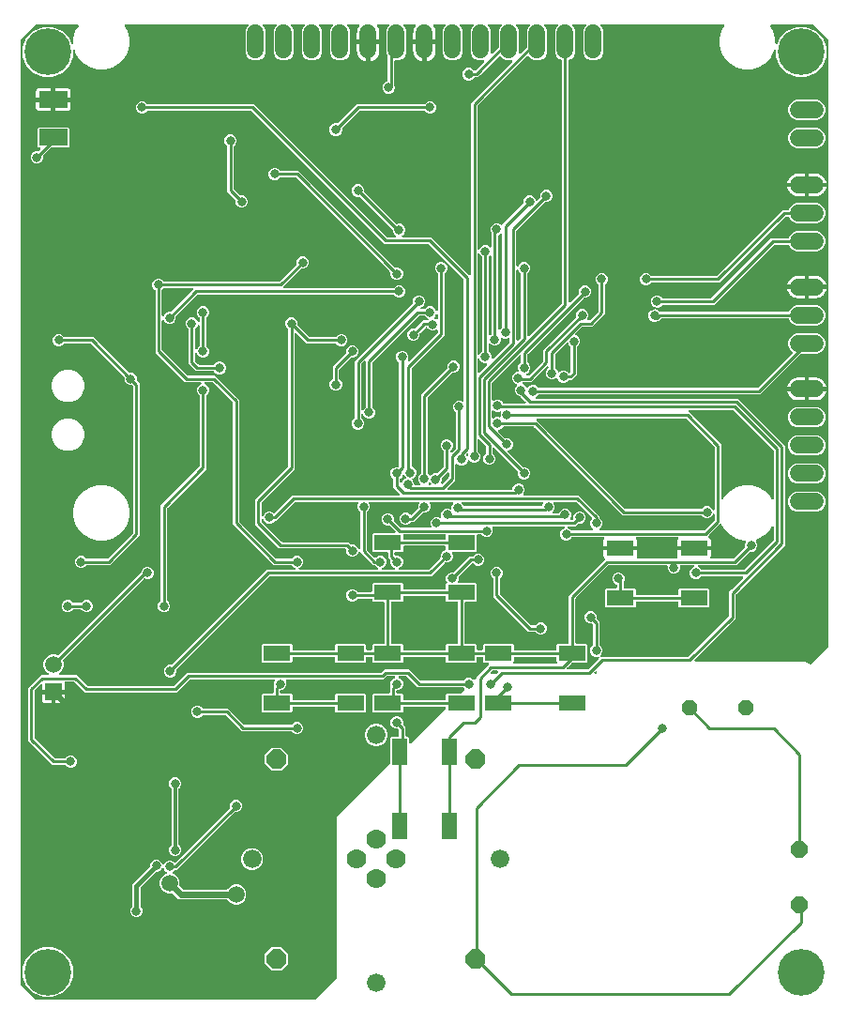
<source format=gbr>
G04 EAGLE Gerber RS-274X export*
G75*
%MOMM*%
%FSLAX34Y34*%
%LPD*%
%INBottom Copper*%
%IPPOS*%
%AMOC8*
5,1,8,0,0,1.08239X$1,22.5*%
G01*
%ADD10P,1.429621X8X22.500000*%
%ADD11C,1.524000*%
%ADD12P,1.924489X8X22.500000*%
%ADD13C,1.778000*%
%ADD14C,1.676400*%
%ADD15R,2.489200X1.397000*%
%ADD16R,1.397000X2.489200*%
%ADD17R,2.600000X1.500000*%
%ADD18R,1.508000X1.508000*%
%ADD19C,1.508000*%
%ADD20P,1.632244X8X292.500000*%
%ADD21C,0.806400*%
%ADD22C,0.280000*%
%ADD23C,1.206400*%
%ADD24C,0.609600*%
%ADD25C,0.406400*%
%ADD26C,1.500000*%
%ADD27C,0.300000*%
%ADD28C,4.216000*%

G36*
X276255Y10174D02*
X276255Y10174D01*
X276351Y10179D01*
X276394Y10194D01*
X276439Y10201D01*
X276527Y10240D01*
X276618Y10272D01*
X276652Y10297D01*
X276696Y10317D01*
X276793Y10400D01*
X276867Y10453D01*
X295707Y29293D01*
X295764Y29370D01*
X295829Y29442D01*
X295849Y29483D01*
X295876Y29519D01*
X295910Y29609D01*
X295952Y29695D01*
X295958Y29737D01*
X295975Y29783D01*
X295985Y29911D01*
X295999Y30000D01*
X295999Y174586D01*
X343698Y222284D01*
X343738Y222338D01*
X343741Y222341D01*
X343750Y222355D01*
X343755Y222361D01*
X343820Y222433D01*
X343840Y222474D01*
X343867Y222510D01*
X343887Y222564D01*
X343896Y222577D01*
X343906Y222612D01*
X343943Y222686D01*
X343949Y222728D01*
X343966Y222774D01*
X343970Y222819D01*
X343978Y222847D01*
X343979Y222921D01*
X343990Y222991D01*
X343990Y246388D01*
X344883Y247281D01*
X351076Y247281D01*
X351140Y247290D01*
X351204Y247289D01*
X351279Y247310D01*
X351355Y247321D01*
X351414Y247347D01*
X351476Y247364D01*
X351542Y247405D01*
X351612Y247437D01*
X351661Y247479D01*
X351716Y247512D01*
X351768Y247570D01*
X351826Y247620D01*
X351862Y247674D01*
X351905Y247722D01*
X351938Y247791D01*
X351981Y247856D01*
X352000Y247918D01*
X352028Y247975D01*
X352039Y248045D01*
X352063Y248126D01*
X352064Y248211D01*
X352075Y248280D01*
X352075Y253375D01*
X352062Y253470D01*
X352057Y253566D01*
X352042Y253609D01*
X352035Y253654D01*
X351996Y253741D01*
X351964Y253832D01*
X351939Y253867D01*
X351919Y253911D01*
X351836Y254008D01*
X351783Y254081D01*
X351713Y254151D01*
X351636Y254208D01*
X351565Y254273D01*
X351524Y254293D01*
X351488Y254320D01*
X351398Y254354D01*
X351311Y254396D01*
X351269Y254402D01*
X351224Y254419D01*
X351096Y254429D01*
X351007Y254443D01*
X348895Y254443D01*
X346852Y255289D01*
X345289Y256852D01*
X344443Y258895D01*
X344443Y261105D01*
X345289Y263148D01*
X346852Y264711D01*
X348895Y265557D01*
X351105Y265557D01*
X353148Y264711D01*
X354711Y263148D01*
X355557Y261105D01*
X355557Y258993D01*
X355570Y258898D01*
X355575Y258802D01*
X355590Y258759D01*
X355597Y258714D01*
X355636Y258627D01*
X355668Y258536D01*
X355693Y258501D01*
X355713Y258457D01*
X355781Y258377D01*
X355808Y258334D01*
X355828Y258316D01*
X355849Y258287D01*
X357925Y256212D01*
X357925Y248280D01*
X357934Y248216D01*
X357933Y248152D01*
X357954Y248077D01*
X357965Y248001D01*
X357991Y247942D01*
X358008Y247880D01*
X358049Y247814D01*
X358081Y247744D01*
X358123Y247695D01*
X358156Y247640D01*
X358214Y247588D01*
X358264Y247530D01*
X358318Y247494D01*
X358366Y247451D01*
X358435Y247418D01*
X358500Y247375D01*
X358562Y247356D01*
X358619Y247328D01*
X358689Y247317D01*
X358770Y247293D01*
X358855Y247292D01*
X358924Y247281D01*
X360117Y247281D01*
X361010Y246388D01*
X361010Y242009D01*
X361014Y241977D01*
X361012Y241945D01*
X361034Y241838D01*
X361050Y241730D01*
X361063Y241700D01*
X361069Y241669D01*
X361121Y241572D01*
X361166Y241473D01*
X361187Y241448D01*
X361202Y241420D01*
X361278Y241341D01*
X361349Y241259D01*
X361376Y241241D01*
X361399Y241218D01*
X361494Y241164D01*
X361585Y241104D01*
X361616Y241095D01*
X361644Y241079D01*
X361751Y241054D01*
X361855Y241022D01*
X361887Y241021D01*
X361918Y241014D01*
X362028Y241019D01*
X362137Y241018D01*
X362168Y241027D01*
X362200Y241028D01*
X362303Y241064D01*
X362409Y241093D01*
X362436Y241110D01*
X362467Y241121D01*
X362540Y241174D01*
X362649Y241241D01*
X362681Y241277D01*
X362716Y241302D01*
X394047Y272633D01*
X394104Y272710D01*
X394169Y272782D01*
X394189Y272823D01*
X394216Y272859D01*
X394250Y272949D01*
X394292Y273035D01*
X394298Y273077D01*
X394315Y273123D01*
X394325Y273251D01*
X394339Y273340D01*
X394339Y273576D01*
X394330Y273640D01*
X394331Y273704D01*
X394310Y273779D01*
X394299Y273855D01*
X394273Y273914D01*
X394256Y273976D01*
X394215Y274042D01*
X394183Y274112D01*
X394141Y274161D01*
X394108Y274216D01*
X394050Y274268D01*
X394000Y274326D01*
X393946Y274362D01*
X393898Y274405D01*
X393829Y274438D01*
X393764Y274481D01*
X393702Y274500D01*
X393645Y274528D01*
X393575Y274539D01*
X393494Y274563D01*
X393409Y274564D01*
X393340Y274575D01*
X356660Y274575D01*
X356596Y274566D01*
X356532Y274567D01*
X356457Y274546D01*
X356381Y274535D01*
X356322Y274509D01*
X356260Y274492D01*
X356194Y274451D01*
X356124Y274419D01*
X356075Y274377D01*
X356020Y274344D01*
X355968Y274286D01*
X355910Y274236D01*
X355874Y274182D01*
X355831Y274134D01*
X355798Y274065D01*
X355755Y274000D01*
X355736Y273938D01*
X355708Y273881D01*
X355697Y273811D01*
X355673Y273730D01*
X355672Y273645D01*
X355661Y273576D01*
X355661Y269883D01*
X354768Y268990D01*
X328612Y268990D01*
X327719Y269883D01*
X327719Y285117D01*
X328612Y286010D01*
X342766Y286010D01*
X342830Y286019D01*
X342894Y286018D01*
X342969Y286039D01*
X343045Y286050D01*
X343104Y286076D01*
X343166Y286093D01*
X343232Y286134D01*
X343302Y286166D01*
X343351Y286208D01*
X343406Y286241D01*
X343458Y286299D01*
X343516Y286349D01*
X343552Y286403D01*
X343595Y286451D01*
X343628Y286520D01*
X343671Y286585D01*
X343690Y286647D01*
X343718Y286704D01*
X343729Y286774D01*
X343753Y286855D01*
X343754Y286940D01*
X343765Y287009D01*
X343765Y292902D01*
X344151Y293287D01*
X344208Y293364D01*
X344273Y293435D01*
X344293Y293476D01*
X344320Y293512D01*
X344354Y293602D01*
X344396Y293689D01*
X344402Y293731D01*
X344419Y293776D01*
X344429Y293904D01*
X344443Y293993D01*
X344443Y296105D01*
X345289Y298148D01*
X346852Y299711D01*
X347920Y300153D01*
X347994Y300197D01*
X348073Y300233D01*
X348115Y300269D01*
X348162Y300296D01*
X348222Y300360D01*
X348288Y300416D01*
X348318Y300462D01*
X348355Y300502D01*
X348395Y300579D01*
X348442Y300652D01*
X348458Y300705D01*
X348483Y300754D01*
X348499Y300839D01*
X348525Y300922D01*
X348525Y300977D01*
X348535Y301031D01*
X348527Y301117D01*
X348528Y301204D01*
X348514Y301257D01*
X348508Y301311D01*
X348476Y301392D01*
X348453Y301476D01*
X348424Y301523D01*
X348404Y301573D01*
X348351Y301642D01*
X348305Y301716D01*
X348264Y301752D01*
X348230Y301796D01*
X348160Y301847D01*
X348096Y301905D01*
X348046Y301929D01*
X348002Y301961D01*
X347920Y301990D01*
X347842Y302028D01*
X347791Y302036D01*
X347736Y302055D01*
X347622Y302062D01*
X347537Y302075D01*
X341625Y302075D01*
X341530Y302062D01*
X341434Y302057D01*
X341391Y302042D01*
X341346Y302035D01*
X341259Y301996D01*
X341168Y301964D01*
X341133Y301939D01*
X341089Y301919D01*
X340992Y301836D01*
X340919Y301783D01*
X340217Y301081D01*
X338212Y299075D01*
X250822Y299075D01*
X250705Y299059D01*
X250587Y299047D01*
X250565Y299039D01*
X250543Y299035D01*
X250435Y298987D01*
X250325Y298943D01*
X250307Y298929D01*
X250286Y298919D01*
X250196Y298842D01*
X250102Y298769D01*
X250089Y298751D01*
X250072Y298736D01*
X250006Y298636D01*
X249937Y298540D01*
X249930Y298519D01*
X249917Y298500D01*
X249882Y298386D01*
X249843Y298275D01*
X249841Y298252D01*
X249835Y298230D01*
X249833Y298112D01*
X249826Y297993D01*
X249831Y297972D01*
X249831Y297948D01*
X249881Y297769D01*
X249899Y297694D01*
X250557Y296105D01*
X250557Y293895D01*
X249711Y291852D01*
X248148Y290289D01*
X246105Y289443D01*
X245614Y289443D01*
X245550Y289434D01*
X245486Y289435D01*
X245411Y289414D01*
X245335Y289403D01*
X245276Y289377D01*
X245214Y289360D01*
X245148Y289319D01*
X245078Y289287D01*
X245029Y289245D01*
X244974Y289212D01*
X244922Y289154D01*
X244864Y289104D01*
X244828Y289050D01*
X244785Y289002D01*
X244752Y288933D01*
X244709Y288868D01*
X244690Y288806D01*
X244662Y288749D01*
X244651Y288679D01*
X244627Y288598D01*
X244626Y288513D01*
X244615Y288444D01*
X244615Y287009D01*
X244624Y286945D01*
X244623Y286881D01*
X244644Y286806D01*
X244655Y286730D01*
X244681Y286671D01*
X244698Y286609D01*
X244739Y286543D01*
X244771Y286473D01*
X244813Y286424D01*
X244846Y286369D01*
X244904Y286317D01*
X244954Y286259D01*
X245008Y286223D01*
X245056Y286180D01*
X245125Y286147D01*
X245190Y286104D01*
X245252Y286085D01*
X245309Y286057D01*
X245379Y286046D01*
X245460Y286022D01*
X245545Y286021D01*
X245614Y286010D01*
X254768Y286010D01*
X255661Y285117D01*
X255661Y281424D01*
X255670Y281360D01*
X255669Y281296D01*
X255690Y281221D01*
X255701Y281145D01*
X255727Y281086D01*
X255744Y281024D01*
X255785Y280958D01*
X255817Y280888D01*
X255859Y280839D01*
X255892Y280784D01*
X255950Y280732D01*
X256000Y280674D01*
X256054Y280638D01*
X256102Y280595D01*
X256171Y280562D01*
X256236Y280519D01*
X256298Y280500D01*
X256355Y280472D01*
X256425Y280461D01*
X256506Y280437D01*
X256591Y280436D01*
X256660Y280425D01*
X293340Y280425D01*
X293404Y280434D01*
X293468Y280433D01*
X293543Y280454D01*
X293619Y280465D01*
X293678Y280491D01*
X293740Y280508D01*
X293806Y280549D01*
X293876Y280581D01*
X293925Y280623D01*
X293980Y280656D01*
X294032Y280714D01*
X294090Y280764D01*
X294126Y280818D01*
X294169Y280866D01*
X294202Y280935D01*
X294245Y281000D01*
X294264Y281062D01*
X294292Y281119D01*
X294303Y281189D01*
X294327Y281270D01*
X294328Y281355D01*
X294339Y281424D01*
X294339Y285117D01*
X295232Y286010D01*
X321388Y286010D01*
X322281Y285117D01*
X322281Y269883D01*
X321388Y268990D01*
X295232Y268990D01*
X294339Y269883D01*
X294339Y273576D01*
X294330Y273640D01*
X294331Y273704D01*
X294310Y273779D01*
X294299Y273855D01*
X294273Y273914D01*
X294256Y273976D01*
X294215Y274042D01*
X294183Y274112D01*
X294141Y274161D01*
X294108Y274216D01*
X294050Y274268D01*
X294000Y274326D01*
X293946Y274362D01*
X293898Y274405D01*
X293829Y274438D01*
X293764Y274481D01*
X293702Y274500D01*
X293645Y274528D01*
X293575Y274539D01*
X293494Y274563D01*
X293409Y274564D01*
X293340Y274575D01*
X256660Y274575D01*
X256596Y274566D01*
X256532Y274567D01*
X256457Y274546D01*
X256381Y274535D01*
X256322Y274509D01*
X256260Y274492D01*
X256194Y274451D01*
X256124Y274419D01*
X256075Y274377D01*
X256020Y274344D01*
X255968Y274286D01*
X255910Y274236D01*
X255874Y274182D01*
X255831Y274134D01*
X255798Y274065D01*
X255755Y274000D01*
X255736Y273938D01*
X255708Y273881D01*
X255697Y273811D01*
X255673Y273730D01*
X255672Y273645D01*
X255661Y273576D01*
X255661Y269883D01*
X254768Y268990D01*
X228612Y268990D01*
X227719Y269883D01*
X227719Y285117D01*
X228612Y286010D01*
X237766Y286010D01*
X237830Y286019D01*
X237894Y286018D01*
X237969Y286039D01*
X238045Y286050D01*
X238104Y286076D01*
X238166Y286093D01*
X238232Y286134D01*
X238302Y286166D01*
X238351Y286208D01*
X238406Y286241D01*
X238458Y286299D01*
X238516Y286349D01*
X238552Y286403D01*
X238595Y286451D01*
X238628Y286520D01*
X238671Y286585D01*
X238690Y286647D01*
X238718Y286704D01*
X238729Y286774D01*
X238753Y286855D01*
X238754Y286940D01*
X238765Y287009D01*
X238765Y292902D01*
X239151Y293287D01*
X239208Y293364D01*
X239273Y293435D01*
X239293Y293476D01*
X239320Y293512D01*
X239354Y293602D01*
X239396Y293689D01*
X239402Y293731D01*
X239419Y293776D01*
X239429Y293904D01*
X239443Y293993D01*
X239443Y296105D01*
X240101Y297694D01*
X240131Y297808D01*
X240165Y297922D01*
X240166Y297945D01*
X240171Y297967D01*
X240167Y298085D01*
X240169Y298204D01*
X240163Y298226D01*
X240162Y298249D01*
X240126Y298361D01*
X240094Y298476D01*
X240082Y298495D01*
X240075Y298517D01*
X240008Y298615D01*
X239946Y298716D01*
X239929Y298731D01*
X239916Y298750D01*
X239824Y298825D01*
X239736Y298905D01*
X239716Y298915D01*
X239698Y298929D01*
X239589Y298976D01*
X239483Y299028D01*
X239461Y299031D01*
X239439Y299041D01*
X239254Y299063D01*
X239178Y299075D01*
X163625Y299075D01*
X163530Y299062D01*
X163434Y299057D01*
X163391Y299042D01*
X163346Y299035D01*
X163259Y298996D01*
X163168Y298964D01*
X163133Y298939D01*
X163089Y298919D01*
X162992Y298836D01*
X162919Y298783D01*
X153217Y289081D01*
X151212Y287075D01*
X68788Y287075D01*
X59081Y296783D01*
X59004Y296840D01*
X58933Y296905D01*
X58892Y296925D01*
X58856Y296952D01*
X58766Y296986D01*
X58679Y297028D01*
X58637Y297034D01*
X58592Y297051D01*
X58464Y297061D01*
X58375Y297075D01*
X51177Y297075D01*
X51124Y297068D01*
X51071Y297070D01*
X50985Y297048D01*
X50898Y297035D01*
X50849Y297013D01*
X50797Y297000D01*
X50721Y296955D01*
X50641Y296919D01*
X50600Y296884D01*
X50554Y296857D01*
X50494Y296793D01*
X50427Y296736D01*
X50397Y296691D01*
X50361Y296652D01*
X50321Y296574D01*
X50272Y296500D01*
X50257Y296448D01*
X50232Y296401D01*
X50216Y296314D01*
X50190Y296230D01*
X50189Y296177D01*
X50179Y296124D01*
X50188Y296046D01*
X50186Y295948D01*
X50205Y295878D01*
X50212Y295817D01*
X50331Y295374D01*
X50331Y289499D01*
X41250Y289499D01*
X41187Y289490D01*
X41122Y289491D01*
X41048Y289470D01*
X40971Y289459D01*
X40912Y289433D01*
X40850Y289416D01*
X40784Y289375D01*
X40714Y289343D01*
X40665Y289301D01*
X40610Y289268D01*
X40559Y289210D01*
X40500Y289160D01*
X40464Y289106D01*
X40421Y289058D01*
X40388Y288989D01*
X40345Y288924D01*
X40326Y288862D01*
X40298Y288805D01*
X40288Y288735D01*
X40263Y288654D01*
X40262Y288569D01*
X40251Y288500D01*
X40251Y287499D01*
X40249Y287499D01*
X40249Y288500D01*
X40240Y288564D01*
X40241Y288628D01*
X40220Y288703D01*
X40209Y288779D01*
X40183Y288838D01*
X40166Y288900D01*
X40125Y288966D01*
X40093Y289036D01*
X40051Y289085D01*
X40018Y289140D01*
X39960Y289192D01*
X39910Y289250D01*
X39856Y289286D01*
X39808Y289329D01*
X39739Y289362D01*
X39674Y289405D01*
X39612Y289424D01*
X39554Y289452D01*
X39485Y289462D01*
X39404Y289487D01*
X39319Y289488D01*
X39250Y289499D01*
X30169Y289499D01*
X30169Y293621D01*
X30165Y293653D01*
X30167Y293685D01*
X30145Y293792D01*
X30129Y293900D01*
X30116Y293929D01*
X30110Y293961D01*
X30058Y294057D01*
X30013Y294157D01*
X29992Y294181D01*
X29977Y294210D01*
X29901Y294288D01*
X29830Y294371D01*
X29803Y294389D01*
X29780Y294412D01*
X29685Y294466D01*
X29594Y294526D01*
X29563Y294535D01*
X29535Y294551D01*
X29429Y294576D01*
X29324Y294608D01*
X29292Y294608D01*
X29261Y294616D01*
X29151Y294610D01*
X29042Y294612D01*
X29011Y294603D01*
X28979Y294601D01*
X28876Y294566D01*
X28770Y294537D01*
X28743Y294520D01*
X28712Y294509D01*
X28639Y294456D01*
X28530Y294388D01*
X28498Y294352D01*
X28463Y294327D01*
X23217Y289081D01*
X23160Y289004D01*
X23095Y288933D01*
X23075Y288892D01*
X23048Y288856D01*
X23014Y288766D01*
X22972Y288679D01*
X22966Y288637D01*
X22949Y288592D01*
X22939Y288464D01*
X22925Y288375D01*
X22925Y246625D01*
X22938Y246530D01*
X22943Y246434D01*
X22958Y246391D01*
X22965Y246346D01*
X23004Y246259D01*
X23036Y246168D01*
X23061Y246133D01*
X23081Y246089D01*
X23164Y245992D01*
X23217Y245919D01*
X40919Y228217D01*
X40996Y228160D01*
X41067Y228095D01*
X41108Y228075D01*
X41144Y228048D01*
X41234Y228014D01*
X41321Y227972D01*
X41363Y227966D01*
X41408Y227949D01*
X41536Y227939D01*
X41625Y227925D01*
X50460Y227925D01*
X50555Y227938D01*
X50652Y227943D01*
X50695Y227958D01*
X50740Y227965D01*
X50827Y228004D01*
X50918Y228036D01*
X50952Y228061D01*
X50997Y228081D01*
X51094Y228164D01*
X51167Y228217D01*
X52556Y229607D01*
X54599Y230453D01*
X56809Y230453D01*
X58852Y229607D01*
X60415Y228044D01*
X61261Y226001D01*
X61261Y223791D01*
X60415Y221748D01*
X58852Y220185D01*
X56809Y219339D01*
X54599Y219339D01*
X52556Y220185D01*
X50959Y221783D01*
X50882Y221840D01*
X50811Y221905D01*
X50770Y221925D01*
X50733Y221952D01*
X50643Y221986D01*
X50557Y222028D01*
X50515Y222034D01*
X50470Y222051D01*
X50342Y222061D01*
X50252Y222075D01*
X38788Y222075D01*
X17075Y243788D01*
X17075Y291212D01*
X28788Y302925D01*
X34656Y302925D01*
X34742Y302937D01*
X34829Y302940D01*
X34881Y302957D01*
X34935Y302965D01*
X35014Y303000D01*
X35097Y303027D01*
X35142Y303058D01*
X35192Y303081D01*
X35258Y303137D01*
X35330Y303186D01*
X35365Y303229D01*
X35406Y303264D01*
X35454Y303337D01*
X35509Y303404D01*
X35531Y303454D01*
X35561Y303500D01*
X35586Y303583D01*
X35621Y303663D01*
X35627Y303717D01*
X35643Y303770D01*
X35644Y303857D01*
X35655Y303943D01*
X35646Y303997D01*
X35647Y304052D01*
X35624Y304136D01*
X35610Y304221D01*
X35586Y304271D01*
X35572Y304324D01*
X35526Y304398D01*
X35489Y304476D01*
X35452Y304517D01*
X35424Y304564D01*
X35359Y304622D01*
X35301Y304687D01*
X35258Y304713D01*
X35214Y304753D01*
X35143Y304787D01*
X32565Y307365D01*
X31185Y310697D01*
X31185Y314303D01*
X32565Y317635D01*
X35115Y320185D01*
X38447Y321565D01*
X42053Y321565D01*
X43646Y320905D01*
X43655Y320902D01*
X43664Y320898D01*
X43793Y320867D01*
X43919Y320835D01*
X43929Y320835D01*
X43938Y320833D01*
X44071Y320840D01*
X44201Y320844D01*
X44210Y320847D01*
X44220Y320847D01*
X44344Y320890D01*
X44469Y320931D01*
X44477Y320937D01*
X44486Y320940D01*
X44548Y320985D01*
X44702Y321090D01*
X44718Y321109D01*
X44735Y321121D01*
X119151Y395537D01*
X119208Y395614D01*
X119273Y395685D01*
X119293Y395726D01*
X119320Y395762D01*
X119354Y395852D01*
X119396Y395939D01*
X119402Y395981D01*
X119419Y396026D01*
X119421Y396053D01*
X120289Y398148D01*
X121852Y399711D01*
X123895Y400557D01*
X126105Y400557D01*
X128148Y399711D01*
X129711Y398148D01*
X130557Y396105D01*
X130557Y393895D01*
X129711Y391852D01*
X128148Y390289D01*
X126105Y389443D01*
X123895Y389443D01*
X122698Y389939D01*
X122688Y389941D01*
X122680Y389946D01*
X122551Y389977D01*
X122424Y390009D01*
X122415Y390009D01*
X122406Y390011D01*
X122273Y390004D01*
X122143Y390000D01*
X122134Y389997D01*
X122124Y389997D01*
X121999Y389953D01*
X121874Y389913D01*
X121867Y389907D01*
X121858Y389904D01*
X121796Y389859D01*
X121641Y389754D01*
X121626Y389735D01*
X121609Y389722D01*
X48871Y316985D01*
X48866Y316978D01*
X48858Y316972D01*
X48781Y316865D01*
X48702Y316760D01*
X48699Y316751D01*
X48693Y316743D01*
X48649Y316620D01*
X48603Y316496D01*
X48602Y316486D01*
X48599Y316477D01*
X48591Y316346D01*
X48581Y316215D01*
X48583Y316205D01*
X48582Y316196D01*
X48600Y316120D01*
X48638Y315938D01*
X48650Y315917D01*
X48655Y315896D01*
X49315Y314303D01*
X49315Y310697D01*
X47935Y307365D01*
X45360Y304791D01*
X45308Y304767D01*
X45266Y304732D01*
X45219Y304704D01*
X45160Y304640D01*
X45094Y304584D01*
X45064Y304538D01*
X45026Y304498D01*
X44987Y304421D01*
X44939Y304348D01*
X44923Y304295D01*
X44898Y304247D01*
X44882Y304161D01*
X44857Y304078D01*
X44856Y304023D01*
X44846Y303970D01*
X44854Y303883D01*
X44853Y303796D01*
X44868Y303743D01*
X44873Y303689D01*
X44905Y303608D01*
X44928Y303524D01*
X44957Y303478D01*
X44977Y303427D01*
X45031Y303358D01*
X45076Y303284D01*
X45117Y303248D01*
X45151Y303204D01*
X45221Y303154D01*
X45286Y303095D01*
X45335Y303071D01*
X45379Y303039D01*
X45461Y303010D01*
X45539Y302972D01*
X45590Y302964D01*
X45645Y302945D01*
X45759Y302938D01*
X45844Y302925D01*
X61212Y302925D01*
X70919Y293217D01*
X70996Y293160D01*
X71067Y293095D01*
X71108Y293075D01*
X71144Y293048D01*
X71234Y293014D01*
X71321Y292972D01*
X71363Y292966D01*
X71408Y292949D01*
X71536Y292939D01*
X71625Y292925D01*
X148375Y292925D01*
X148470Y292938D01*
X148566Y292943D01*
X148609Y292958D01*
X148654Y292965D01*
X148741Y293004D01*
X148832Y293036D01*
X148867Y293061D01*
X148911Y293081D01*
X149008Y293164D01*
X149081Y293217D01*
X158783Y302919D01*
X160788Y304925D01*
X335375Y304925D01*
X335470Y304938D01*
X335566Y304943D01*
X335609Y304958D01*
X335654Y304965D01*
X335741Y305004D01*
X335832Y305036D01*
X335867Y305061D01*
X335911Y305081D01*
X336008Y305164D01*
X336081Y305217D01*
X338789Y307925D01*
X361212Y307925D01*
X370919Y298217D01*
X370996Y298160D01*
X371067Y298095D01*
X371108Y298075D01*
X371144Y298048D01*
X371234Y298014D01*
X371321Y297972D01*
X371363Y297966D01*
X371408Y297949D01*
X371536Y297939D01*
X371625Y297925D01*
X409652Y297925D01*
X409747Y297938D01*
X409844Y297943D01*
X409887Y297958D01*
X409932Y297965D01*
X410019Y298004D01*
X410110Y298036D01*
X410144Y298061D01*
X410189Y298081D01*
X410286Y298164D01*
X410359Y298217D01*
X411852Y299711D01*
X413895Y300557D01*
X416105Y300557D01*
X418148Y299711D01*
X418929Y298929D01*
X418981Y298891D01*
X419025Y298845D01*
X419093Y298806D01*
X419155Y298760D01*
X419215Y298737D01*
X419271Y298706D01*
X419346Y298688D01*
X419419Y298660D01*
X419483Y298655D01*
X419545Y298641D01*
X419623Y298645D01*
X419700Y298639D01*
X419763Y298652D01*
X419827Y298655D01*
X419900Y298680D01*
X419976Y298696D01*
X420033Y298726D01*
X420093Y298747D01*
X420150Y298789D01*
X420225Y298829D01*
X420286Y298888D01*
X420342Y298929D01*
X421783Y300369D01*
X421840Y300446D01*
X421905Y300518D01*
X421925Y300559D01*
X421952Y300595D01*
X421986Y300685D01*
X422028Y300771D01*
X422034Y300813D01*
X422051Y300859D01*
X422061Y300987D01*
X422075Y301076D01*
X422075Y301212D01*
X431782Y310919D01*
X431783Y310919D01*
X433148Y312284D01*
X433168Y312310D01*
X433192Y312331D01*
X433252Y312423D01*
X433318Y312510D01*
X433329Y312540D01*
X433347Y312567D01*
X433379Y312672D01*
X433417Y312774D01*
X433420Y312806D01*
X433429Y312837D01*
X433430Y312946D01*
X433439Y313055D01*
X433432Y313087D01*
X433433Y313119D01*
X433404Y313224D01*
X433381Y313331D01*
X433366Y313360D01*
X433358Y313391D01*
X433300Y313484D01*
X433249Y313580D01*
X433226Y313603D01*
X433209Y313631D01*
X433128Y313704D01*
X433052Y313782D01*
X433024Y313798D01*
X433000Y313820D01*
X432902Y313867D01*
X432807Y313921D01*
X432775Y313929D01*
X432746Y313943D01*
X432657Y313957D01*
X432532Y313986D01*
X432484Y313984D01*
X432442Y313990D01*
X428612Y313990D01*
X427719Y314883D01*
X427719Y318576D01*
X427710Y318640D01*
X427711Y318704D01*
X427690Y318779D01*
X427679Y318855D01*
X427653Y318914D01*
X427636Y318976D01*
X427595Y319042D01*
X427563Y319112D01*
X427521Y319161D01*
X427488Y319216D01*
X427430Y319268D01*
X427380Y319326D01*
X427326Y319362D01*
X427278Y319405D01*
X427209Y319438D01*
X427144Y319481D01*
X427082Y319500D01*
X427025Y319528D01*
X426955Y319539D01*
X426874Y319563D01*
X426789Y319564D01*
X426720Y319575D01*
X423280Y319575D01*
X423216Y319566D01*
X423152Y319567D01*
X423077Y319546D01*
X423001Y319535D01*
X422942Y319509D01*
X422880Y319492D01*
X422814Y319451D01*
X422744Y319419D01*
X422695Y319377D01*
X422640Y319344D01*
X422588Y319286D01*
X422530Y319236D01*
X422494Y319182D01*
X422451Y319134D01*
X422418Y319065D01*
X422375Y319000D01*
X422356Y318938D01*
X422328Y318881D01*
X422317Y318811D01*
X422293Y318730D01*
X422292Y318645D01*
X422281Y318576D01*
X422281Y314883D01*
X421388Y313990D01*
X395232Y313990D01*
X394339Y314883D01*
X394339Y318576D01*
X394330Y318640D01*
X394331Y318704D01*
X394310Y318779D01*
X394299Y318855D01*
X394273Y318914D01*
X394256Y318976D01*
X394215Y319042D01*
X394183Y319112D01*
X394141Y319161D01*
X394108Y319216D01*
X394050Y319268D01*
X394000Y319326D01*
X393946Y319362D01*
X393898Y319405D01*
X393829Y319438D01*
X393764Y319481D01*
X393702Y319500D01*
X393645Y319528D01*
X393575Y319539D01*
X393494Y319563D01*
X393409Y319564D01*
X393340Y319575D01*
X356660Y319575D01*
X356596Y319566D01*
X356532Y319567D01*
X356457Y319546D01*
X356381Y319535D01*
X356322Y319509D01*
X356260Y319492D01*
X356194Y319451D01*
X356124Y319419D01*
X356075Y319377D01*
X356020Y319344D01*
X355968Y319286D01*
X355910Y319236D01*
X355874Y319182D01*
X355831Y319134D01*
X355798Y319065D01*
X355755Y319000D01*
X355736Y318938D01*
X355708Y318881D01*
X355697Y318811D01*
X355673Y318730D01*
X355672Y318645D01*
X355661Y318576D01*
X355661Y314883D01*
X354768Y313990D01*
X328612Y313990D01*
X327719Y314883D01*
X327719Y318576D01*
X327710Y318640D01*
X327711Y318704D01*
X327690Y318779D01*
X327679Y318855D01*
X327653Y318914D01*
X327636Y318976D01*
X327595Y319042D01*
X327563Y319112D01*
X327521Y319161D01*
X327488Y319216D01*
X327430Y319268D01*
X327380Y319326D01*
X327326Y319362D01*
X327278Y319405D01*
X327209Y319438D01*
X327144Y319481D01*
X327082Y319500D01*
X327025Y319528D01*
X326955Y319539D01*
X326874Y319563D01*
X326789Y319564D01*
X326720Y319575D01*
X323280Y319575D01*
X323216Y319566D01*
X323152Y319567D01*
X323077Y319546D01*
X323001Y319535D01*
X322942Y319509D01*
X322880Y319492D01*
X322814Y319451D01*
X322744Y319419D01*
X322695Y319377D01*
X322640Y319344D01*
X322588Y319286D01*
X322530Y319236D01*
X322494Y319182D01*
X322451Y319134D01*
X322418Y319065D01*
X322375Y319000D01*
X322356Y318938D01*
X322328Y318881D01*
X322317Y318811D01*
X322293Y318730D01*
X322292Y318645D01*
X322281Y318576D01*
X322281Y314883D01*
X321388Y313990D01*
X295232Y313990D01*
X294339Y314883D01*
X294339Y318576D01*
X294330Y318640D01*
X294331Y318704D01*
X294310Y318779D01*
X294299Y318855D01*
X294273Y318914D01*
X294256Y318976D01*
X294215Y319042D01*
X294183Y319112D01*
X294141Y319161D01*
X294108Y319216D01*
X294050Y319268D01*
X294000Y319326D01*
X293946Y319362D01*
X293898Y319405D01*
X293829Y319438D01*
X293764Y319481D01*
X293702Y319500D01*
X293645Y319528D01*
X293575Y319539D01*
X293494Y319563D01*
X293409Y319564D01*
X293340Y319575D01*
X256660Y319575D01*
X256596Y319566D01*
X256532Y319567D01*
X256457Y319546D01*
X256381Y319535D01*
X256322Y319509D01*
X256260Y319492D01*
X256194Y319451D01*
X256124Y319419D01*
X256075Y319377D01*
X256020Y319344D01*
X255968Y319286D01*
X255910Y319236D01*
X255874Y319182D01*
X255831Y319134D01*
X255798Y319065D01*
X255755Y319000D01*
X255736Y318938D01*
X255708Y318881D01*
X255697Y318811D01*
X255673Y318730D01*
X255672Y318645D01*
X255661Y318576D01*
X255661Y314883D01*
X254768Y313990D01*
X228612Y313990D01*
X227719Y314883D01*
X227719Y330117D01*
X228612Y331010D01*
X254768Y331010D01*
X255661Y330117D01*
X255661Y326424D01*
X255670Y326360D01*
X255669Y326296D01*
X255690Y326221D01*
X255701Y326145D01*
X255727Y326086D01*
X255744Y326024D01*
X255785Y325958D01*
X255817Y325888D01*
X255859Y325839D01*
X255892Y325784D01*
X255950Y325732D01*
X256000Y325674D01*
X256054Y325638D01*
X256102Y325595D01*
X256171Y325562D01*
X256236Y325519D01*
X256298Y325500D01*
X256355Y325472D01*
X256425Y325461D01*
X256506Y325437D01*
X256591Y325436D01*
X256660Y325425D01*
X293340Y325425D01*
X293404Y325434D01*
X293468Y325433D01*
X293543Y325454D01*
X293619Y325465D01*
X293678Y325491D01*
X293740Y325508D01*
X293806Y325549D01*
X293876Y325581D01*
X293925Y325623D01*
X293980Y325656D01*
X294032Y325714D01*
X294090Y325764D01*
X294126Y325818D01*
X294169Y325866D01*
X294202Y325935D01*
X294245Y326000D01*
X294264Y326062D01*
X294292Y326119D01*
X294303Y326189D01*
X294327Y326270D01*
X294328Y326355D01*
X294339Y326424D01*
X294339Y330117D01*
X295232Y331010D01*
X321388Y331010D01*
X322281Y330117D01*
X322281Y326424D01*
X322290Y326360D01*
X322289Y326296D01*
X322310Y326221D01*
X322321Y326145D01*
X322347Y326086D01*
X322364Y326024D01*
X322405Y325958D01*
X322437Y325888D01*
X322479Y325839D01*
X322512Y325784D01*
X322570Y325732D01*
X322620Y325674D01*
X322674Y325638D01*
X322722Y325595D01*
X322791Y325562D01*
X322856Y325519D01*
X322918Y325500D01*
X322975Y325472D01*
X323045Y325461D01*
X323126Y325437D01*
X323211Y325436D01*
X323280Y325425D01*
X326720Y325425D01*
X326784Y325434D01*
X326848Y325433D01*
X326923Y325454D01*
X326999Y325465D01*
X327058Y325491D01*
X327120Y325508D01*
X327186Y325549D01*
X327256Y325581D01*
X327305Y325623D01*
X327360Y325656D01*
X327412Y325714D01*
X327470Y325764D01*
X327506Y325818D01*
X327549Y325866D01*
X327582Y325935D01*
X327625Y326000D01*
X327644Y326062D01*
X327672Y326119D01*
X327683Y326189D01*
X327707Y326270D01*
X327708Y326355D01*
X327719Y326424D01*
X327719Y330117D01*
X328612Y331010D01*
X337766Y331010D01*
X337830Y331019D01*
X337894Y331018D01*
X337969Y331039D01*
X338045Y331050D01*
X338104Y331076D01*
X338166Y331093D01*
X338232Y331134D01*
X338302Y331166D01*
X338351Y331208D01*
X338406Y331241D01*
X338458Y331299D01*
X338516Y331349D01*
X338552Y331403D01*
X338595Y331451D01*
X338628Y331520D01*
X338671Y331585D01*
X338690Y331647D01*
X338718Y331704D01*
X338729Y331774D01*
X338753Y331855D01*
X338754Y331940D01*
X338765Y332009D01*
X338765Y367991D01*
X338756Y368055D01*
X338757Y368119D01*
X338736Y368194D01*
X338725Y368270D01*
X338699Y368329D01*
X338682Y368391D01*
X338641Y368457D01*
X338609Y368527D01*
X338567Y368576D01*
X338534Y368631D01*
X338476Y368683D01*
X338426Y368741D01*
X338372Y368777D01*
X338324Y368820D01*
X338255Y368853D01*
X338190Y368896D01*
X338128Y368915D01*
X338071Y368943D01*
X338001Y368954D01*
X337920Y368978D01*
X337835Y368979D01*
X337766Y368990D01*
X328612Y368990D01*
X327719Y369883D01*
X327719Y371076D01*
X327710Y371140D01*
X327711Y371204D01*
X327690Y371279D01*
X327679Y371355D01*
X327653Y371414D01*
X327636Y371476D01*
X327595Y371542D01*
X327563Y371612D01*
X327521Y371661D01*
X327488Y371716D01*
X327430Y371768D01*
X327380Y371826D01*
X327326Y371862D01*
X327278Y371905D01*
X327209Y371938D01*
X327144Y371981D01*
X327082Y372000D01*
X327025Y372028D01*
X326955Y372039D01*
X326874Y372063D01*
X326789Y372064D01*
X326720Y372075D01*
X315348Y372075D01*
X315253Y372062D01*
X315156Y372057D01*
X315113Y372042D01*
X315068Y372035D01*
X314981Y371996D01*
X314890Y371964D01*
X314856Y371939D01*
X314811Y371919D01*
X314714Y371836D01*
X314641Y371783D01*
X313148Y370289D01*
X311105Y369443D01*
X308895Y369443D01*
X306852Y370289D01*
X305289Y371852D01*
X304443Y373895D01*
X304443Y376105D01*
X305289Y378148D01*
X306852Y379711D01*
X308895Y380557D01*
X311105Y380557D01*
X313148Y379711D01*
X314641Y378217D01*
X314718Y378160D01*
X314789Y378095D01*
X314830Y378075D01*
X314867Y378048D01*
X314957Y378014D01*
X315043Y377972D01*
X315085Y377966D01*
X315130Y377949D01*
X315258Y377939D01*
X315348Y377925D01*
X326720Y377925D01*
X326784Y377934D01*
X326848Y377933D01*
X326923Y377954D01*
X326999Y377965D01*
X327058Y377991D01*
X327120Y378008D01*
X327186Y378049D01*
X327256Y378081D01*
X327305Y378123D01*
X327360Y378156D01*
X327412Y378214D01*
X327470Y378264D01*
X327506Y378318D01*
X327549Y378366D01*
X327582Y378435D01*
X327625Y378500D01*
X327644Y378562D01*
X327672Y378619D01*
X327683Y378689D01*
X327707Y378770D01*
X327708Y378855D01*
X327719Y378924D01*
X327719Y385117D01*
X328612Y386010D01*
X354768Y386010D01*
X355661Y385117D01*
X355661Y381424D01*
X355670Y381360D01*
X355669Y381296D01*
X355690Y381221D01*
X355701Y381145D01*
X355727Y381086D01*
X355744Y381024D01*
X355785Y380958D01*
X355817Y380888D01*
X355859Y380839D01*
X355892Y380784D01*
X355950Y380732D01*
X356000Y380674D01*
X356054Y380638D01*
X356102Y380595D01*
X356171Y380562D01*
X356236Y380519D01*
X356298Y380500D01*
X356355Y380472D01*
X356425Y380461D01*
X356506Y380437D01*
X356591Y380436D01*
X356660Y380425D01*
X393340Y380425D01*
X393404Y380434D01*
X393468Y380433D01*
X393543Y380454D01*
X393619Y380465D01*
X393678Y380491D01*
X393740Y380508D01*
X393806Y380549D01*
X393876Y380581D01*
X393925Y380623D01*
X393980Y380656D01*
X394032Y380714D01*
X394090Y380764D01*
X394126Y380818D01*
X394169Y380866D01*
X394202Y380935D01*
X394245Y381000D01*
X394264Y381062D01*
X394292Y381119D01*
X394303Y381189D01*
X394327Y381270D01*
X394328Y381355D01*
X394339Y381424D01*
X394339Y385117D01*
X395059Y385837D01*
X395065Y385844D01*
X395072Y385850D01*
X395150Y385957D01*
X395229Y386062D01*
X395232Y386071D01*
X395237Y386079D01*
X395281Y386202D01*
X395328Y386326D01*
X395329Y386336D01*
X395332Y386344D01*
X395340Y386476D01*
X395350Y386607D01*
X395348Y386616D01*
X395349Y386626D01*
X395330Y386701D01*
X395292Y386883D01*
X395281Y386905D01*
X395276Y386926D01*
X394443Y388936D01*
X394443Y391146D01*
X395289Y393189D01*
X396852Y394752D01*
X398895Y395598D01*
X401007Y395598D01*
X401102Y395611D01*
X401198Y395616D01*
X401241Y395631D01*
X401286Y395638D01*
X401373Y395677D01*
X401464Y395709D01*
X401499Y395734D01*
X401543Y395754D01*
X401640Y395837D01*
X401713Y395890D01*
X415747Y409925D01*
X418152Y409925D01*
X418247Y409938D01*
X418344Y409943D01*
X418387Y409958D01*
X418432Y409965D01*
X418519Y410004D01*
X418610Y410036D01*
X418644Y410061D01*
X418689Y410081D01*
X418786Y410164D01*
X418859Y410217D01*
X420352Y411711D01*
X421214Y412068D01*
X421289Y412112D01*
X421368Y412148D01*
X421410Y412183D01*
X421457Y412211D01*
X421517Y412275D01*
X421582Y412331D01*
X421613Y412377D01*
X421650Y412417D01*
X421689Y412494D01*
X421737Y412567D01*
X421753Y412620D01*
X421778Y412669D01*
X421792Y412742D01*
X421808Y412727D01*
X421906Y412680D01*
X422001Y412626D01*
X422033Y412618D01*
X422062Y412604D01*
X422151Y412590D01*
X422276Y412561D01*
X422324Y412563D01*
X422366Y412557D01*
X424605Y412557D01*
X426648Y411711D01*
X428211Y410148D01*
X429057Y408105D01*
X429057Y405895D01*
X428211Y403852D01*
X426648Y402289D01*
X424605Y401443D01*
X422395Y401443D01*
X420352Y402289D01*
X419075Y403567D01*
X419024Y403605D01*
X418979Y403651D01*
X418911Y403689D01*
X418849Y403736D01*
X418789Y403759D01*
X418733Y403790D01*
X418658Y403808D01*
X418586Y403835D01*
X418522Y403840D01*
X418459Y403855D01*
X418381Y403851D01*
X418304Y403857D01*
X418242Y403844D01*
X418177Y403841D01*
X418104Y403815D01*
X418028Y403800D01*
X417972Y403769D01*
X417911Y403748D01*
X417854Y403707D01*
X417779Y403667D01*
X417718Y403608D01*
X417662Y403567D01*
X405849Y391754D01*
X405792Y391677D01*
X405727Y391606D01*
X405707Y391565D01*
X405680Y391529D01*
X405646Y391439D01*
X405604Y391352D01*
X405598Y391310D01*
X405581Y391265D01*
X405571Y391137D01*
X405557Y391048D01*
X405557Y388936D01*
X404917Y387391D01*
X404888Y387277D01*
X404853Y387163D01*
X404853Y387140D01*
X404847Y387118D01*
X404851Y387000D01*
X404849Y386881D01*
X404855Y386859D01*
X404856Y386836D01*
X404893Y386724D01*
X404924Y386609D01*
X404936Y386590D01*
X404943Y386568D01*
X405010Y386470D01*
X405073Y386369D01*
X405089Y386354D01*
X405102Y386335D01*
X405194Y386260D01*
X405282Y386180D01*
X405302Y386170D01*
X405320Y386156D01*
X405429Y386109D01*
X405536Y386057D01*
X405557Y386054D01*
X405579Y386044D01*
X405764Y386022D01*
X405840Y386010D01*
X421388Y386010D01*
X422281Y385117D01*
X422281Y369883D01*
X421388Y368990D01*
X412234Y368990D01*
X412170Y368981D01*
X412106Y368982D01*
X412031Y368961D01*
X411955Y368950D01*
X411896Y368924D01*
X411834Y368907D01*
X411768Y368866D01*
X411698Y368834D01*
X411649Y368792D01*
X411594Y368759D01*
X411542Y368701D01*
X411484Y368651D01*
X411448Y368597D01*
X411405Y368549D01*
X411372Y368480D01*
X411329Y368415D01*
X411310Y368353D01*
X411282Y368296D01*
X411271Y368226D01*
X411247Y368145D01*
X411246Y368060D01*
X411235Y367991D01*
X411235Y332009D01*
X411244Y331945D01*
X411243Y331881D01*
X411264Y331806D01*
X411275Y331730D01*
X411301Y331671D01*
X411318Y331609D01*
X411359Y331543D01*
X411391Y331473D01*
X411433Y331424D01*
X411466Y331369D01*
X411524Y331317D01*
X411574Y331259D01*
X411628Y331223D01*
X411676Y331180D01*
X411745Y331147D01*
X411810Y331104D01*
X411872Y331085D01*
X411929Y331057D01*
X411999Y331046D01*
X412080Y331022D01*
X412165Y331021D01*
X412234Y331010D01*
X421388Y331010D01*
X422281Y330117D01*
X422281Y326424D01*
X422290Y326360D01*
X422289Y326296D01*
X422310Y326221D01*
X422321Y326145D01*
X422347Y326086D01*
X422364Y326024D01*
X422405Y325958D01*
X422437Y325888D01*
X422479Y325839D01*
X422512Y325784D01*
X422570Y325732D01*
X422620Y325674D01*
X422674Y325638D01*
X422722Y325595D01*
X422791Y325562D01*
X422856Y325519D01*
X422918Y325500D01*
X422975Y325472D01*
X423045Y325461D01*
X423126Y325437D01*
X423211Y325436D01*
X423280Y325425D01*
X426720Y325425D01*
X426784Y325434D01*
X426848Y325433D01*
X426923Y325454D01*
X426999Y325465D01*
X427058Y325491D01*
X427120Y325508D01*
X427186Y325549D01*
X427256Y325581D01*
X427305Y325623D01*
X427360Y325656D01*
X427412Y325714D01*
X427470Y325764D01*
X427506Y325818D01*
X427549Y325866D01*
X427582Y325935D01*
X427625Y326000D01*
X427644Y326062D01*
X427672Y326119D01*
X427683Y326189D01*
X427707Y326270D01*
X427708Y326355D01*
X427719Y326424D01*
X427719Y330117D01*
X428612Y331010D01*
X454768Y331010D01*
X455661Y330117D01*
X455661Y326424D01*
X455670Y326360D01*
X455669Y326296D01*
X455690Y326221D01*
X455701Y326145D01*
X455727Y326086D01*
X455744Y326024D01*
X455785Y325958D01*
X455817Y325888D01*
X455859Y325839D01*
X455892Y325784D01*
X455950Y325732D01*
X456000Y325674D01*
X456054Y325638D01*
X456102Y325595D01*
X456171Y325562D01*
X456236Y325519D01*
X456298Y325500D01*
X456355Y325472D01*
X456425Y325461D01*
X456506Y325437D01*
X456591Y325436D01*
X456660Y325425D01*
X493340Y325425D01*
X493404Y325434D01*
X493468Y325433D01*
X493543Y325454D01*
X493619Y325465D01*
X493678Y325491D01*
X493740Y325508D01*
X493806Y325549D01*
X493876Y325581D01*
X493925Y325623D01*
X493980Y325656D01*
X494032Y325714D01*
X494090Y325764D01*
X494126Y325818D01*
X494169Y325866D01*
X494202Y325935D01*
X494245Y326000D01*
X494264Y326062D01*
X494292Y326119D01*
X494303Y326189D01*
X494327Y326270D01*
X494328Y326355D01*
X494339Y326424D01*
X494339Y330117D01*
X495232Y331010D01*
X504386Y331010D01*
X504450Y331019D01*
X504514Y331018D01*
X504589Y331039D01*
X504665Y331050D01*
X504724Y331076D01*
X504786Y331093D01*
X504852Y331134D01*
X504922Y331166D01*
X504971Y331208D01*
X505026Y331241D01*
X505078Y331299D01*
X505136Y331349D01*
X505172Y331403D01*
X505215Y331451D01*
X505248Y331520D01*
X505291Y331585D01*
X505310Y331647D01*
X505338Y331704D01*
X505349Y331774D01*
X505373Y331855D01*
X505374Y331940D01*
X505385Y332009D01*
X505385Y374522D01*
X537817Y406953D01*
X537849Y406996D01*
X537888Y407033D01*
X537933Y407108D01*
X537986Y407178D01*
X538005Y407229D01*
X538032Y407275D01*
X538054Y407360D01*
X538085Y407442D01*
X538090Y407496D01*
X538103Y407548D01*
X538100Y407636D01*
X538107Y407723D01*
X538096Y407776D01*
X538095Y407830D01*
X538068Y407914D01*
X538050Y408000D01*
X538024Y408047D01*
X538008Y408098D01*
X537958Y408171D01*
X537917Y408249D01*
X537880Y408287D01*
X537849Y408332D01*
X537788Y408381D01*
X537720Y408451D01*
X537708Y408457D01*
X537211Y408955D01*
X536876Y409534D01*
X536703Y410180D01*
X536703Y415501D01*
X550690Y415501D01*
X550754Y415510D01*
X550818Y415509D01*
X550892Y415530D01*
X550969Y415541D01*
X551028Y415567D01*
X551090Y415584D01*
X551156Y415625D01*
X551226Y415657D01*
X551275Y415699D01*
X551330Y415732D01*
X551381Y415790D01*
X551440Y415840D01*
X551476Y415894D01*
X551519Y415942D01*
X551552Y416011D01*
X551595Y416076D01*
X551614Y416138D01*
X551642Y416195D01*
X551652Y416265D01*
X551677Y416346D01*
X551678Y416431D01*
X551689Y416500D01*
X551689Y418500D01*
X551680Y418564D01*
X551681Y418628D01*
X551660Y418703D01*
X551649Y418779D01*
X551623Y418838D01*
X551606Y418900D01*
X551565Y418966D01*
X551533Y419036D01*
X551491Y419085D01*
X551458Y419140D01*
X551400Y419192D01*
X551350Y419250D01*
X551296Y419286D01*
X551248Y419329D01*
X551179Y419362D01*
X551114Y419405D01*
X551052Y419424D01*
X550994Y419452D01*
X550925Y419462D01*
X550844Y419487D01*
X550759Y419488D01*
X550690Y419499D01*
X536703Y419499D01*
X536703Y424820D01*
X536876Y425466D01*
X537229Y426076D01*
X537245Y426116D01*
X537269Y426152D01*
X537297Y426247D01*
X537334Y426338D01*
X537338Y426381D01*
X537351Y426422D01*
X537352Y426520D01*
X537362Y426619D01*
X537354Y426661D01*
X537355Y426704D01*
X537328Y426799D01*
X537310Y426896D01*
X537291Y426934D01*
X537279Y426976D01*
X537228Y427060D01*
X537183Y427148D01*
X537154Y427179D01*
X537131Y427216D01*
X537058Y427282D01*
X536991Y427354D01*
X536954Y427376D01*
X536922Y427405D01*
X536833Y427448D01*
X536748Y427498D01*
X536707Y427509D01*
X536668Y427528D01*
X536584Y427541D01*
X536475Y427569D01*
X536415Y427567D01*
X536364Y427575D01*
X508678Y427575D01*
X508668Y427574D01*
X508659Y427575D01*
X508529Y427554D01*
X508399Y427535D01*
X508390Y427532D01*
X508381Y427530D01*
X508262Y427474D01*
X508142Y427419D01*
X508134Y427413D01*
X508126Y427409D01*
X508027Y427321D01*
X507927Y427236D01*
X507922Y427228D01*
X507915Y427222D01*
X507875Y427156D01*
X507773Y427000D01*
X507766Y426977D01*
X507755Y426958D01*
X507711Y426852D01*
X506148Y425289D01*
X504105Y424443D01*
X501895Y424443D01*
X499852Y425289D01*
X498289Y426852D01*
X497443Y428895D01*
X497443Y431105D01*
X498289Y433148D01*
X499852Y434711D01*
X500920Y435153D01*
X500994Y435197D01*
X501073Y435233D01*
X501115Y435269D01*
X501162Y435296D01*
X501222Y435360D01*
X501288Y435416D01*
X501318Y435462D01*
X501355Y435502D01*
X501395Y435579D01*
X501442Y435652D01*
X501458Y435705D01*
X501483Y435754D01*
X501499Y435839D01*
X501525Y435922D01*
X501525Y435977D01*
X501535Y436031D01*
X501527Y436117D01*
X501528Y436204D01*
X501514Y436257D01*
X501508Y436311D01*
X501476Y436392D01*
X501453Y436476D01*
X501424Y436523D01*
X501404Y436573D01*
X501351Y436642D01*
X501305Y436716D01*
X501264Y436752D01*
X501230Y436796D01*
X501160Y436847D01*
X501096Y436905D01*
X501046Y436929D01*
X501002Y436961D01*
X500920Y436990D01*
X500842Y437028D01*
X500791Y437036D01*
X500736Y437055D01*
X500622Y437062D01*
X500537Y437075D01*
X437096Y437075D01*
X436979Y437059D01*
X436861Y437047D01*
X436840Y437039D01*
X436817Y437035D01*
X436709Y436987D01*
X436599Y436943D01*
X436581Y436929D01*
X436560Y436919D01*
X436470Y436842D01*
X436376Y436769D01*
X436363Y436751D01*
X436346Y436736D01*
X436281Y436636D01*
X436211Y436540D01*
X436204Y436519D01*
X436191Y436500D01*
X436157Y436386D01*
X436117Y436275D01*
X436116Y436252D01*
X436109Y436230D01*
X436107Y436112D01*
X436100Y435993D01*
X436106Y435972D01*
X436105Y435948D01*
X436155Y435769D01*
X436173Y435694D01*
X436813Y434149D01*
X436813Y431939D01*
X435967Y429896D01*
X434404Y428333D01*
X432361Y427487D01*
X430151Y427487D01*
X428108Y428333D01*
X426615Y429827D01*
X426538Y429884D01*
X426467Y429949D01*
X426426Y429969D01*
X426389Y429996D01*
X426299Y430030D01*
X426213Y430072D01*
X426171Y430078D01*
X426126Y430095D01*
X425998Y430105D01*
X425908Y430119D01*
X423280Y430119D01*
X423216Y430110D01*
X423152Y430111D01*
X423077Y430090D01*
X423001Y430079D01*
X422942Y430053D01*
X422880Y430036D01*
X422814Y429995D01*
X422744Y429963D01*
X422695Y429921D01*
X422640Y429888D01*
X422588Y429830D01*
X422530Y429780D01*
X422494Y429726D01*
X422451Y429678D01*
X422418Y429609D01*
X422375Y429544D01*
X422356Y429482D01*
X422328Y429425D01*
X422317Y429355D01*
X422293Y429274D01*
X422292Y429189D01*
X422281Y429120D01*
X422281Y414883D01*
X421660Y414263D01*
X421640Y414237D01*
X421616Y414216D01*
X421556Y414124D01*
X421491Y414037D01*
X421479Y414007D01*
X421462Y413980D01*
X421430Y413875D01*
X421404Y413807D01*
X421390Y413820D01*
X421341Y413844D01*
X421297Y413876D01*
X421215Y413905D01*
X421137Y413943D01*
X421086Y413951D01*
X421031Y413970D01*
X420917Y413977D01*
X420832Y413990D01*
X400840Y413990D01*
X400723Y413974D01*
X400605Y413962D01*
X400584Y413954D01*
X400561Y413950D01*
X400453Y413902D01*
X400343Y413858D01*
X400325Y413844D01*
X400304Y413834D01*
X400214Y413757D01*
X400120Y413684D01*
X400107Y413666D01*
X400090Y413651D01*
X400025Y413551D01*
X399955Y413455D01*
X399948Y413434D01*
X399935Y413415D01*
X399901Y413301D01*
X399861Y413190D01*
X399860Y413167D01*
X399853Y413145D01*
X399851Y413027D01*
X399844Y412908D01*
X399850Y412887D01*
X399849Y412863D01*
X399899Y412684D01*
X399917Y412609D01*
X400557Y411064D01*
X400557Y408854D01*
X399711Y406811D01*
X398148Y405248D01*
X396105Y404402D01*
X393993Y404402D01*
X393898Y404389D01*
X393802Y404384D01*
X393759Y404369D01*
X393714Y404362D01*
X393627Y404323D01*
X393536Y404291D01*
X393501Y404266D01*
X393457Y404246D01*
X393360Y404163D01*
X393287Y404110D01*
X381253Y392075D01*
X235625Y392075D01*
X235530Y392062D01*
X235434Y392057D01*
X235391Y392042D01*
X235346Y392035D01*
X235259Y391996D01*
X235168Y391964D01*
X235133Y391939D01*
X235089Y391919D01*
X234992Y391836D01*
X234919Y391783D01*
X151349Y308213D01*
X151292Y308136D01*
X151227Y308065D01*
X151207Y308024D01*
X151180Y307988D01*
X151146Y307898D01*
X151104Y307811D01*
X151098Y307769D01*
X151081Y307724D01*
X151071Y307596D01*
X151057Y307507D01*
X151057Y305395D01*
X150211Y303352D01*
X148648Y301789D01*
X146605Y300943D01*
X144395Y300943D01*
X142352Y301789D01*
X140789Y303352D01*
X139943Y305395D01*
X139943Y307605D01*
X140789Y309648D01*
X142352Y311211D01*
X144395Y312057D01*
X146507Y312057D01*
X146602Y312070D01*
X146698Y312075D01*
X146741Y312090D01*
X146786Y312097D01*
X146873Y312136D01*
X146964Y312168D01*
X146999Y312193D01*
X147043Y312213D01*
X147140Y312296D01*
X147213Y312349D01*
X232788Y397925D01*
X257537Y397925D01*
X257623Y397937D01*
X257710Y397940D01*
X257762Y397957D01*
X257816Y397965D01*
X257896Y398000D01*
X257978Y398027D01*
X258023Y398058D01*
X258073Y398081D01*
X258139Y398137D01*
X258211Y398186D01*
X258246Y398228D01*
X258288Y398264D01*
X258335Y398337D01*
X258390Y398404D01*
X258412Y398454D01*
X258442Y398500D01*
X258468Y398583D01*
X258502Y398663D01*
X258508Y398717D01*
X258525Y398770D01*
X258526Y398857D01*
X258536Y398943D01*
X258528Y398997D01*
X258528Y399052D01*
X258505Y399136D01*
X258491Y399221D01*
X258468Y399271D01*
X258453Y399324D01*
X258407Y399397D01*
X258370Y399476D01*
X258334Y399517D01*
X258305Y399564D01*
X258241Y399622D01*
X258183Y399687D01*
X258139Y399713D01*
X258096Y399753D01*
X257993Y399802D01*
X257920Y399847D01*
X256852Y400289D01*
X255359Y401783D01*
X255282Y401840D01*
X255211Y401905D01*
X255170Y401925D01*
X255133Y401952D01*
X255043Y401986D01*
X254957Y402028D01*
X254915Y402034D01*
X254870Y402051D01*
X254742Y402061D01*
X254652Y402075D01*
X238788Y402075D01*
X202075Y438788D01*
X202075Y548375D01*
X202062Y548470D01*
X202057Y548566D01*
X202042Y548609D01*
X202035Y548654D01*
X201996Y548741D01*
X201964Y548832D01*
X201939Y548867D01*
X201919Y548911D01*
X201836Y549008D01*
X201783Y549081D01*
X184081Y566783D01*
X184004Y566840D01*
X183933Y566905D01*
X183892Y566925D01*
X183856Y566952D01*
X183766Y566986D01*
X183679Y567028D01*
X183637Y567034D01*
X183592Y567051D01*
X183464Y567061D01*
X183375Y567075D01*
X177463Y567075D01*
X177377Y567063D01*
X177290Y567060D01*
X177238Y567043D01*
X177184Y567035D01*
X177104Y567000D01*
X177022Y566973D01*
X176977Y566942D01*
X176927Y566919D01*
X176861Y566863D01*
X176789Y566814D01*
X176754Y566771D01*
X176712Y566736D01*
X176665Y566663D01*
X176610Y566596D01*
X176588Y566546D01*
X176558Y566500D01*
X176532Y566417D01*
X176498Y566337D01*
X176491Y566283D01*
X176475Y566230D01*
X176474Y566143D01*
X176464Y566057D01*
X176472Y566003D01*
X176472Y565948D01*
X176495Y565864D01*
X176509Y565779D01*
X176532Y565729D01*
X176547Y565676D01*
X176593Y565602D01*
X176630Y565524D01*
X176666Y565483D01*
X176695Y565436D01*
X176759Y565378D01*
X176817Y565313D01*
X176861Y565287D01*
X176904Y565247D01*
X177007Y565198D01*
X177080Y565153D01*
X178148Y564711D01*
X179711Y563148D01*
X180557Y561105D01*
X180557Y558895D01*
X179711Y556852D01*
X178217Y555359D01*
X178160Y555282D01*
X178095Y555211D01*
X178075Y555170D01*
X178048Y555133D01*
X178014Y555043D01*
X177972Y554957D01*
X177966Y554915D01*
X177949Y554870D01*
X177939Y554742D01*
X177925Y554652D01*
X177925Y488788D01*
X143217Y454081D01*
X143160Y454004D01*
X143095Y453933D01*
X143075Y453892D01*
X143048Y453856D01*
X143014Y453766D01*
X142972Y453679D01*
X142966Y453637D01*
X142949Y453592D01*
X142939Y453464D01*
X142925Y453375D01*
X142925Y370348D01*
X142938Y370253D01*
X142943Y370156D01*
X142958Y370113D01*
X142965Y370068D01*
X143004Y369981D01*
X143036Y369890D01*
X143061Y369856D01*
X143081Y369811D01*
X143164Y369714D01*
X143217Y369641D01*
X144711Y368148D01*
X145557Y366105D01*
X145557Y363895D01*
X144711Y361852D01*
X143148Y360289D01*
X141105Y359443D01*
X138895Y359443D01*
X136852Y360289D01*
X135289Y361852D01*
X134443Y363895D01*
X134443Y366105D01*
X135289Y368148D01*
X136783Y369641D01*
X136840Y369718D01*
X136905Y369789D01*
X136925Y369830D01*
X136952Y369867D01*
X136986Y369957D01*
X137028Y370043D01*
X137034Y370085D01*
X137051Y370130D01*
X137061Y370258D01*
X137075Y370348D01*
X137075Y456212D01*
X171783Y490919D01*
X171840Y490996D01*
X171905Y491067D01*
X171925Y491108D01*
X171952Y491144D01*
X171986Y491234D01*
X172028Y491321D01*
X172034Y491363D01*
X172051Y491408D01*
X172061Y491536D01*
X172075Y491625D01*
X172075Y554652D01*
X172062Y554747D01*
X172057Y554844D01*
X172042Y554887D01*
X172035Y554932D01*
X171996Y555019D01*
X171964Y555110D01*
X171939Y555144D01*
X171919Y555189D01*
X171836Y555286D01*
X171783Y555359D01*
X170289Y556852D01*
X169443Y558895D01*
X169443Y561105D01*
X170289Y563148D01*
X171852Y564711D01*
X172920Y565153D01*
X172994Y565197D01*
X173073Y565233D01*
X173115Y565268D01*
X173162Y565296D01*
X173222Y565360D01*
X173288Y565416D01*
X173318Y565462D01*
X173355Y565502D01*
X173395Y565579D01*
X173442Y565652D01*
X173458Y565705D01*
X173483Y565754D01*
X173499Y565839D01*
X173525Y565922D01*
X173525Y565977D01*
X173535Y566031D01*
X173527Y566117D01*
X173528Y566204D01*
X173514Y566257D01*
X173508Y566311D01*
X173476Y566392D01*
X173453Y566476D01*
X173424Y566522D01*
X173404Y566573D01*
X173351Y566642D01*
X173305Y566716D01*
X173264Y566752D01*
X173230Y566796D01*
X173160Y566847D01*
X173096Y566905D01*
X173046Y566929D01*
X173002Y566961D01*
X172920Y566990D01*
X172842Y567028D01*
X172791Y567036D01*
X172736Y567055D01*
X172622Y567062D01*
X172537Y567075D01*
X158788Y567075D01*
X132075Y593788D01*
X132075Y649652D01*
X132062Y649748D01*
X132057Y649844D01*
X132042Y649887D01*
X132035Y649932D01*
X131996Y650019D01*
X131964Y650110D01*
X131939Y650144D01*
X131919Y650189D01*
X131839Y650283D01*
X131815Y650320D01*
X131802Y650333D01*
X131783Y650359D01*
X130289Y651852D01*
X129443Y653895D01*
X129443Y656105D01*
X130289Y658148D01*
X131852Y659711D01*
X133895Y660557D01*
X136105Y660557D01*
X138148Y659711D01*
X139641Y658217D01*
X139718Y658160D01*
X139789Y658095D01*
X139830Y658075D01*
X139867Y658048D01*
X139956Y658014D01*
X140043Y657972D01*
X140085Y657966D01*
X140130Y657949D01*
X140258Y657939D01*
X140348Y657925D01*
X243375Y657925D01*
X243470Y657938D01*
X243566Y657943D01*
X243609Y657958D01*
X243654Y657965D01*
X243741Y658004D01*
X243832Y658036D01*
X243867Y658061D01*
X243911Y658081D01*
X244008Y658164D01*
X244081Y658217D01*
X259151Y673287D01*
X259208Y673364D01*
X259273Y673435D01*
X259293Y673476D01*
X259320Y673512D01*
X259354Y673602D01*
X259396Y673689D01*
X259402Y673731D01*
X259419Y673776D01*
X259429Y673904D01*
X259443Y673993D01*
X259443Y676105D01*
X260289Y678148D01*
X261852Y679711D01*
X263895Y680557D01*
X266105Y680557D01*
X268148Y679711D01*
X269711Y678148D01*
X270557Y676105D01*
X270557Y673895D01*
X269711Y671852D01*
X268148Y670289D01*
X266105Y669443D01*
X263993Y669443D01*
X263898Y669430D01*
X263802Y669425D01*
X263759Y669410D01*
X263714Y669403D01*
X263627Y669364D01*
X263536Y669332D01*
X263501Y669307D01*
X263457Y669287D01*
X263360Y669204D01*
X263287Y669151D01*
X247767Y653631D01*
X247747Y653605D01*
X247723Y653584D01*
X247663Y653492D01*
X247597Y653405D01*
X247586Y653375D01*
X247568Y653348D01*
X247537Y653243D01*
X247498Y653141D01*
X247495Y653109D01*
X247486Y653078D01*
X247485Y652969D01*
X247476Y652860D01*
X247483Y652828D01*
X247482Y652796D01*
X247511Y652691D01*
X247534Y652584D01*
X247549Y652555D01*
X247557Y652524D01*
X247615Y652431D01*
X247666Y652335D01*
X247689Y652312D01*
X247706Y652284D01*
X247787Y652211D01*
X247863Y652133D01*
X247891Y652117D01*
X247915Y652095D01*
X248013Y652048D01*
X248108Y651994D01*
X248140Y651986D01*
X248169Y651972D01*
X248258Y651958D01*
X248383Y651929D01*
X248431Y651931D01*
X248473Y651925D01*
X346652Y651925D01*
X346747Y651938D01*
X346844Y651943D01*
X346887Y651958D01*
X346932Y651965D01*
X347019Y652004D01*
X347110Y652036D01*
X347144Y652061D01*
X347189Y652081D01*
X347286Y652164D01*
X347359Y652217D01*
X348852Y653711D01*
X350895Y654557D01*
X353105Y654557D01*
X355148Y653711D01*
X356711Y652148D01*
X357557Y650105D01*
X357557Y647895D01*
X356711Y645852D01*
X355148Y644289D01*
X353105Y643443D01*
X350895Y643443D01*
X348852Y644289D01*
X347359Y645783D01*
X347282Y645840D01*
X347211Y645905D01*
X347170Y645925D01*
X347133Y645952D01*
X347043Y645986D01*
X346957Y646028D01*
X346915Y646034D01*
X346870Y646051D01*
X346742Y646061D01*
X346652Y646075D01*
X170625Y646075D01*
X170530Y646062D01*
X170434Y646057D01*
X170391Y646042D01*
X170346Y646035D01*
X170259Y645996D01*
X170168Y645964D01*
X170133Y645939D01*
X170089Y645919D01*
X169992Y645836D01*
X169919Y645783D01*
X150849Y626713D01*
X150792Y626636D01*
X150727Y626565D01*
X150707Y626524D01*
X150680Y626488D01*
X150646Y626398D01*
X150604Y626311D01*
X150598Y626269D01*
X150581Y626224D01*
X150571Y626096D01*
X150557Y626007D01*
X150557Y623895D01*
X149711Y621852D01*
X148148Y620289D01*
X146105Y619443D01*
X143895Y619443D01*
X141852Y620289D01*
X140289Y621852D01*
X139847Y622920D01*
X139803Y622994D01*
X139767Y623073D01*
X139731Y623115D01*
X139704Y623162D01*
X139640Y623222D01*
X139584Y623288D01*
X139538Y623318D01*
X139498Y623355D01*
X139421Y623395D01*
X139348Y623442D01*
X139295Y623458D01*
X139246Y623483D01*
X139161Y623499D01*
X139078Y623525D01*
X139023Y623525D01*
X138969Y623535D01*
X138883Y623527D01*
X138796Y623528D01*
X138743Y623514D01*
X138689Y623508D01*
X138608Y623476D01*
X138524Y623453D01*
X138477Y623424D01*
X138427Y623404D01*
X138358Y623351D01*
X138284Y623305D01*
X138248Y623264D01*
X138204Y623230D01*
X138153Y623160D01*
X138095Y623096D01*
X138071Y623046D01*
X138039Y623002D01*
X138010Y622920D01*
X137972Y622842D01*
X137964Y622791D01*
X137945Y622736D01*
X137938Y622622D01*
X137925Y622537D01*
X137925Y596625D01*
X137938Y596530D01*
X137943Y596434D01*
X137958Y596391D01*
X137965Y596346D01*
X138004Y596259D01*
X138036Y596168D01*
X138061Y596133D01*
X138081Y596089D01*
X138164Y595992D01*
X138217Y595919D01*
X160919Y573217D01*
X160996Y573160D01*
X161067Y573095D01*
X161108Y573075D01*
X161144Y573048D01*
X161234Y573014D01*
X161321Y572972D01*
X161363Y572966D01*
X161408Y572949D01*
X161536Y572939D01*
X161625Y572925D01*
X186212Y572925D01*
X207925Y551212D01*
X207925Y441625D01*
X207938Y441530D01*
X207943Y441434D01*
X207958Y441391D01*
X207965Y441346D01*
X208004Y441259D01*
X208036Y441168D01*
X208061Y441133D01*
X208081Y441089D01*
X208164Y440992D01*
X208217Y440919D01*
X240919Y408217D01*
X240996Y408160D01*
X241067Y408095D01*
X241108Y408075D01*
X241144Y408048D01*
X241234Y408014D01*
X241321Y407972D01*
X241363Y407966D01*
X241408Y407949D01*
X241536Y407939D01*
X241625Y407925D01*
X254652Y407925D01*
X254747Y407938D01*
X254844Y407943D01*
X254887Y407958D01*
X254932Y407965D01*
X255019Y408004D01*
X255110Y408036D01*
X255144Y408061D01*
X255189Y408081D01*
X255286Y408164D01*
X255359Y408217D01*
X256852Y409711D01*
X258895Y410557D01*
X261105Y410557D01*
X263148Y409711D01*
X264711Y408148D01*
X265557Y406105D01*
X265557Y403895D01*
X264711Y401852D01*
X263148Y400289D01*
X262080Y399847D01*
X262006Y399803D01*
X261927Y399767D01*
X261885Y399731D01*
X261838Y399704D01*
X261778Y399640D01*
X261712Y399584D01*
X261682Y399538D01*
X261645Y399498D01*
X261605Y399421D01*
X261558Y399348D01*
X261542Y399295D01*
X261517Y399246D01*
X261501Y399161D01*
X261475Y399078D01*
X261475Y399023D01*
X261465Y398969D01*
X261473Y398883D01*
X261472Y398796D01*
X261486Y398743D01*
X261492Y398689D01*
X261524Y398608D01*
X261547Y398524D01*
X261576Y398477D01*
X261596Y398427D01*
X261649Y398358D01*
X261695Y398284D01*
X261736Y398248D01*
X261770Y398204D01*
X261840Y398153D01*
X261904Y398095D01*
X261954Y398071D01*
X261998Y398039D01*
X262080Y398010D01*
X262158Y397972D01*
X262209Y397964D01*
X262264Y397945D01*
X262378Y397938D01*
X262463Y397925D01*
X332537Y397925D01*
X332623Y397937D01*
X332710Y397940D01*
X332762Y397957D01*
X332816Y397965D01*
X332896Y398000D01*
X332978Y398027D01*
X333023Y398058D01*
X333073Y398081D01*
X333139Y398137D01*
X333211Y398186D01*
X333246Y398228D01*
X333288Y398264D01*
X333335Y398337D01*
X333390Y398404D01*
X333412Y398454D01*
X333442Y398500D01*
X333468Y398583D01*
X333502Y398663D01*
X333508Y398717D01*
X333525Y398770D01*
X333526Y398857D01*
X333536Y398943D01*
X333528Y398997D01*
X333528Y399052D01*
X333505Y399136D01*
X333491Y399221D01*
X333468Y399271D01*
X333453Y399324D01*
X333407Y399397D01*
X333370Y399476D01*
X333334Y399517D01*
X333305Y399564D01*
X333241Y399622D01*
X333183Y399687D01*
X333139Y399713D01*
X333096Y399753D01*
X332993Y399802D01*
X332920Y399847D01*
X331852Y400289D01*
X330359Y401783D01*
X330282Y401840D01*
X330211Y401905D01*
X330170Y401925D01*
X330133Y401952D01*
X330043Y401986D01*
X329957Y402028D01*
X329915Y402034D01*
X329870Y402051D01*
X329742Y402061D01*
X329652Y402075D01*
X328788Y402075D01*
X317028Y413836D01*
X316933Y413907D01*
X316842Y413983D01*
X316821Y413992D01*
X316802Y414005D01*
X316691Y414047D01*
X316582Y414094D01*
X316560Y414097D01*
X316538Y414105D01*
X316420Y414114D01*
X316303Y414128D01*
X316280Y414125D01*
X316257Y414127D01*
X316141Y414102D01*
X316024Y414083D01*
X316003Y414074D01*
X315981Y414069D01*
X315877Y414013D01*
X315769Y413962D01*
X315752Y413947D01*
X315732Y413936D01*
X315647Y413854D01*
X315559Y413775D01*
X315547Y413756D01*
X315530Y413740D01*
X315438Y413578D01*
X315398Y413512D01*
X314711Y411852D01*
X313148Y410289D01*
X311105Y409443D01*
X308895Y409443D01*
X306852Y410289D01*
X305289Y411852D01*
X304443Y413895D01*
X304443Y416007D01*
X304430Y416102D01*
X304425Y416198D01*
X304410Y416241D01*
X304403Y416286D01*
X304364Y416373D01*
X304332Y416464D01*
X304307Y416499D01*
X304287Y416543D01*
X304204Y416640D01*
X304151Y416713D01*
X304081Y416783D01*
X304004Y416840D01*
X303933Y416905D01*
X303892Y416925D01*
X303856Y416952D01*
X303766Y416986D01*
X303679Y417028D01*
X303637Y417034D01*
X303592Y417051D01*
X303464Y417061D01*
X303375Y417075D01*
X243788Y417075D01*
X222075Y438788D01*
X222075Y461212D01*
X251783Y490919D01*
X251840Y490996D01*
X251905Y491067D01*
X251925Y491108D01*
X251952Y491144D01*
X251986Y491234D01*
X252028Y491321D01*
X252034Y491363D01*
X252051Y491408D01*
X252061Y491536D01*
X252075Y491625D01*
X252075Y614652D01*
X252062Y614747D01*
X252057Y614844D01*
X252042Y614887D01*
X252035Y614932D01*
X251996Y615019D01*
X251964Y615110D01*
X251939Y615144D01*
X251919Y615189D01*
X251836Y615286D01*
X251783Y615359D01*
X250289Y616852D01*
X249443Y618895D01*
X249443Y621105D01*
X250289Y623148D01*
X251852Y624711D01*
X253895Y625557D01*
X256105Y625557D01*
X258148Y624711D01*
X259711Y623148D01*
X260557Y621105D01*
X260557Y618993D01*
X260570Y618898D01*
X260575Y618802D01*
X260590Y618759D01*
X260597Y618714D01*
X260636Y618627D01*
X260668Y618536D01*
X260693Y618501D01*
X260713Y618457D01*
X260796Y618360D01*
X260849Y618287D01*
X270919Y608217D01*
X270996Y608160D01*
X271067Y608095D01*
X271108Y608075D01*
X271144Y608048D01*
X271234Y608014D01*
X271321Y607972D01*
X271363Y607966D01*
X271408Y607949D01*
X271536Y607939D01*
X271625Y607925D01*
X294652Y607925D01*
X294747Y607938D01*
X294844Y607943D01*
X294887Y607958D01*
X294932Y607965D01*
X295019Y608004D01*
X295110Y608036D01*
X295144Y608061D01*
X295189Y608081D01*
X295286Y608164D01*
X295359Y608217D01*
X296852Y609711D01*
X298895Y610557D01*
X301105Y610557D01*
X303148Y609711D01*
X304711Y608148D01*
X305557Y606105D01*
X305557Y603895D01*
X304711Y601852D01*
X303148Y600289D01*
X301105Y599443D01*
X298895Y599443D01*
X296852Y600289D01*
X295359Y601783D01*
X295282Y601840D01*
X295211Y601905D01*
X295170Y601925D01*
X295133Y601952D01*
X295043Y601986D01*
X294957Y602028D01*
X294915Y602034D01*
X294870Y602051D01*
X294742Y602061D01*
X294652Y602075D01*
X268788Y602075D01*
X266783Y604081D01*
X259631Y611233D01*
X259605Y611253D01*
X259584Y611277D01*
X259492Y611337D01*
X259405Y611403D01*
X259375Y611414D01*
X259348Y611432D01*
X259243Y611463D01*
X259141Y611502D01*
X259109Y611505D01*
X259078Y611514D01*
X258969Y611515D01*
X258860Y611524D01*
X258828Y611517D01*
X258796Y611518D01*
X258691Y611489D01*
X258584Y611466D01*
X258555Y611451D01*
X258524Y611443D01*
X258431Y611385D01*
X258335Y611334D01*
X258312Y611311D01*
X258284Y611294D01*
X258211Y611213D01*
X258133Y611137D01*
X258117Y611109D01*
X258095Y611085D01*
X258048Y610987D01*
X257994Y610892D01*
X257986Y610860D01*
X257972Y610831D01*
X257958Y610742D01*
X257929Y610617D01*
X257931Y610569D01*
X257925Y610527D01*
X257925Y488788D01*
X228217Y459081D01*
X228160Y459004D01*
X228095Y458933D01*
X228075Y458892D01*
X228048Y458856D01*
X228014Y458766D01*
X227972Y458679D01*
X227966Y458637D01*
X227949Y458592D01*
X227939Y458464D01*
X227925Y458375D01*
X227925Y447463D01*
X227937Y447377D01*
X227940Y447290D01*
X227957Y447238D01*
X227965Y447184D01*
X228000Y447104D01*
X228027Y447022D01*
X228058Y446977D01*
X228081Y446927D01*
X228137Y446861D01*
X228186Y446789D01*
X228228Y446754D01*
X228264Y446712D01*
X228337Y446665D01*
X228404Y446610D01*
X228454Y446588D01*
X228500Y446558D01*
X228583Y446532D01*
X228663Y446498D01*
X228717Y446492D01*
X228770Y446475D01*
X228857Y446474D01*
X228943Y446464D01*
X228997Y446472D01*
X229052Y446472D01*
X229136Y446495D01*
X229221Y446509D01*
X229271Y446532D01*
X229324Y446547D01*
X229397Y446593D01*
X229476Y446630D01*
X229517Y446666D01*
X229564Y446695D01*
X229622Y446759D01*
X229687Y446817D01*
X229713Y446861D01*
X229753Y446904D01*
X229802Y447007D01*
X229847Y447080D01*
X230289Y448148D01*
X231852Y449711D01*
X233895Y450557D01*
X236105Y450557D01*
X238148Y449711D01*
X238655Y449204D01*
X238706Y449165D01*
X238751Y449119D01*
X238818Y449081D01*
X238880Y449035D01*
X238940Y449012D01*
X238996Y448980D01*
X239072Y448962D01*
X239144Y448935D01*
X239208Y448930D01*
X239271Y448915D01*
X239348Y448919D01*
X239425Y448913D01*
X239488Y448926D01*
X239552Y448930D01*
X239626Y448955D01*
X239701Y448971D01*
X239758Y449001D01*
X239819Y449022D01*
X239875Y449063D01*
X239950Y449103D01*
X240011Y449163D01*
X240068Y449204D01*
X253783Y462919D01*
X255788Y464925D01*
X351527Y464925D01*
X351559Y464929D01*
X351591Y464927D01*
X351698Y464949D01*
X351806Y464965D01*
X351835Y464978D01*
X351867Y464984D01*
X351963Y465036D01*
X352063Y465081D01*
X352087Y465102D01*
X352116Y465117D01*
X352194Y465193D01*
X352277Y465264D01*
X352295Y465291D01*
X352318Y465314D01*
X352372Y465409D01*
X352432Y465500D01*
X352441Y465531D01*
X352457Y465559D01*
X352482Y465665D01*
X352514Y465770D01*
X352514Y465802D01*
X352522Y465833D01*
X352516Y465943D01*
X352518Y466052D01*
X352509Y466083D01*
X352507Y466115D01*
X352472Y466218D01*
X352443Y466324D01*
X352426Y466351D01*
X352415Y466382D01*
X352362Y466455D01*
X352294Y466564D01*
X352258Y466596D01*
X352233Y466631D01*
X349081Y469783D01*
X347075Y471788D01*
X347075Y479652D01*
X347062Y479747D01*
X347057Y479844D01*
X347042Y479887D01*
X347035Y479932D01*
X346996Y480019D01*
X346964Y480110D01*
X346939Y480144D01*
X346919Y480189D01*
X346836Y480286D01*
X346783Y480359D01*
X345289Y481852D01*
X344443Y483895D01*
X344443Y486105D01*
X345289Y488148D01*
X346852Y489711D01*
X348895Y490557D01*
X351007Y490557D01*
X351102Y490570D01*
X351198Y490575D01*
X351241Y490590D01*
X351286Y490597D01*
X351373Y490636D01*
X351464Y490668D01*
X351499Y490693D01*
X351543Y490713D01*
X351640Y490796D01*
X351713Y490849D01*
X351783Y490919D01*
X351840Y490996D01*
X351905Y491067D01*
X351925Y491108D01*
X351952Y491144D01*
X351986Y491234D01*
X352028Y491321D01*
X352034Y491363D01*
X352051Y491408D01*
X352061Y491536D01*
X352075Y491625D01*
X352075Y584652D01*
X352062Y584747D01*
X352057Y584844D01*
X352042Y584887D01*
X352035Y584932D01*
X351996Y585019D01*
X351964Y585110D01*
X351939Y585144D01*
X351919Y585189D01*
X351836Y585286D01*
X351783Y585359D01*
X350289Y586852D01*
X349443Y588895D01*
X349443Y591105D01*
X350289Y593148D01*
X351852Y594711D01*
X353895Y595557D01*
X356105Y595557D01*
X358148Y594711D01*
X359711Y593148D01*
X360557Y591105D01*
X360557Y588895D01*
X359862Y587217D01*
X359840Y587132D01*
X359809Y587051D01*
X359805Y586996D01*
X359792Y586943D01*
X359794Y586857D01*
X359788Y586770D01*
X359799Y586716D01*
X359801Y586661D01*
X359827Y586579D01*
X359845Y586494D01*
X359871Y586446D01*
X359888Y586393D01*
X359937Y586322D01*
X359978Y586245D01*
X360016Y586206D01*
X360047Y586160D01*
X360114Y586105D01*
X360174Y586043D01*
X360222Y586016D01*
X360265Y585981D01*
X360344Y585947D01*
X360420Y585904D01*
X360473Y585891D01*
X360524Y585870D01*
X360610Y585859D01*
X360694Y585839D01*
X360749Y585842D01*
X360804Y585835D01*
X360889Y585849D01*
X360976Y585853D01*
X361028Y585871D01*
X361082Y585880D01*
X361160Y585917D01*
X361242Y585946D01*
X361284Y585976D01*
X361337Y586001D01*
X361422Y586077D01*
X361491Y586128D01*
X386783Y611419D01*
X386840Y611496D01*
X386905Y611567D01*
X386925Y611608D01*
X386952Y611644D01*
X386986Y611734D01*
X387028Y611821D01*
X387034Y611863D01*
X387051Y611908D01*
X387061Y612036D01*
X387075Y612125D01*
X387075Y613385D01*
X387059Y613502D01*
X387047Y613621D01*
X387039Y613642D01*
X387035Y613664D01*
X386987Y613772D01*
X386943Y613883D01*
X386929Y613901D01*
X386919Y613921D01*
X386842Y614011D01*
X386769Y614105D01*
X386751Y614118D01*
X386736Y614136D01*
X386636Y614201D01*
X386540Y614270D01*
X386519Y614277D01*
X386500Y614290D01*
X386386Y614325D01*
X386275Y614364D01*
X386252Y614366D01*
X386230Y614372D01*
X386112Y614374D01*
X385993Y614381D01*
X385972Y614376D01*
X385948Y614376D01*
X385769Y614326D01*
X385694Y614308D01*
X383605Y613443D01*
X381395Y613443D01*
X379352Y614289D01*
X377789Y615852D01*
X377541Y616451D01*
X377481Y616553D01*
X377425Y616658D01*
X377409Y616674D01*
X377398Y616694D01*
X377311Y616775D01*
X377228Y616860D01*
X377208Y616871D01*
X377192Y616887D01*
X377086Y616940D01*
X376983Y616999D01*
X376961Y617004D01*
X376940Y617015D01*
X376824Y617037D01*
X376709Y617064D01*
X376686Y617063D01*
X376663Y617067D01*
X376546Y617056D01*
X376427Y617050D01*
X376405Y617042D01*
X376383Y617040D01*
X376273Y616996D01*
X376160Y616957D01*
X376143Y616944D01*
X376121Y616935D01*
X375974Y616821D01*
X375911Y616775D01*
X370849Y611713D01*
X370792Y611636D01*
X370727Y611565D01*
X370707Y611524D01*
X370680Y611488D01*
X370646Y611398D01*
X370604Y611311D01*
X370598Y611269D01*
X370581Y611224D01*
X370571Y611096D01*
X370557Y611007D01*
X370557Y608895D01*
X369711Y606852D01*
X368148Y605289D01*
X366105Y604443D01*
X363895Y604443D01*
X361852Y605289D01*
X360289Y606852D01*
X359443Y608895D01*
X359443Y611105D01*
X360289Y613148D01*
X361852Y614711D01*
X363895Y615557D01*
X366007Y615557D01*
X366102Y615570D01*
X366198Y615575D01*
X366241Y615590D01*
X366286Y615597D01*
X366373Y615636D01*
X366464Y615668D01*
X366499Y615693D01*
X366543Y615713D01*
X366640Y615796D01*
X366713Y615849D01*
X373788Y622925D01*
X377537Y622925D01*
X377623Y622937D01*
X377710Y622940D01*
X377762Y622957D01*
X377816Y622965D01*
X377896Y623000D01*
X377978Y623027D01*
X378023Y623058D01*
X378073Y623081D01*
X378139Y623137D01*
X378211Y623186D01*
X378246Y623229D01*
X378288Y623264D01*
X378335Y623337D01*
X378390Y623404D01*
X378412Y623454D01*
X378442Y623500D01*
X378468Y623583D01*
X378502Y623663D01*
X378509Y623717D01*
X378525Y623770D01*
X378526Y623857D01*
X378536Y623943D01*
X378528Y623997D01*
X378528Y624052D01*
X378505Y624136D01*
X378491Y624221D01*
X378468Y624271D01*
X378453Y624324D01*
X378407Y624398D01*
X378370Y624476D01*
X378334Y624517D01*
X378305Y624564D01*
X378241Y624622D01*
X378183Y624687D01*
X378139Y624713D01*
X378096Y624753D01*
X377993Y624802D01*
X377920Y624847D01*
X376852Y625289D01*
X375359Y626783D01*
X375282Y626840D01*
X375211Y626905D01*
X375170Y626925D01*
X375133Y626952D01*
X375044Y626986D01*
X374957Y627028D01*
X374915Y627034D01*
X374870Y627051D01*
X374742Y627061D01*
X374652Y627075D01*
X370625Y627075D01*
X370530Y627062D01*
X370434Y627057D01*
X370391Y627042D01*
X370346Y627035D01*
X370259Y626996D01*
X370168Y626964D01*
X370133Y626939D01*
X370089Y626919D01*
X369992Y626836D01*
X369919Y626783D01*
X328217Y585081D01*
X328160Y585004D01*
X328095Y584933D01*
X328075Y584892D01*
X328048Y584856D01*
X328014Y584766D01*
X327972Y584679D01*
X327966Y584637D01*
X327949Y584592D01*
X327939Y584464D01*
X327925Y584375D01*
X327925Y545348D01*
X327938Y545253D01*
X327943Y545156D01*
X327958Y545113D01*
X327965Y545068D01*
X328004Y544981D01*
X328036Y544890D01*
X328061Y544856D01*
X328081Y544811D01*
X328164Y544714D01*
X328217Y544641D01*
X329711Y543148D01*
X330557Y541105D01*
X330557Y538895D01*
X329711Y536852D01*
X328148Y535289D01*
X326105Y534443D01*
X323895Y534443D01*
X321852Y535289D01*
X320289Y536852D01*
X319847Y537920D01*
X319803Y537994D01*
X319767Y538073D01*
X319731Y538115D01*
X319704Y538162D01*
X319640Y538222D01*
X319584Y538288D01*
X319538Y538318D01*
X319498Y538355D01*
X319421Y538395D01*
X319348Y538442D01*
X319295Y538458D01*
X319246Y538483D01*
X319161Y538499D01*
X319078Y538525D01*
X319023Y538525D01*
X318969Y538535D01*
X318883Y538527D01*
X318796Y538528D01*
X318743Y538514D01*
X318689Y538508D01*
X318608Y538476D01*
X318524Y538453D01*
X318477Y538424D01*
X318427Y538404D01*
X318358Y538351D01*
X318284Y538305D01*
X318248Y538264D01*
X318204Y538230D01*
X318153Y538160D01*
X318095Y538096D01*
X318071Y538046D01*
X318039Y538002D01*
X318010Y537920D01*
X317972Y537842D01*
X317964Y537791D01*
X317945Y537736D01*
X317938Y537622D01*
X317925Y537537D01*
X317925Y535348D01*
X317938Y535253D01*
X317943Y535156D01*
X317958Y535113D01*
X317965Y535068D01*
X318004Y534981D01*
X318036Y534890D01*
X318061Y534856D01*
X318081Y534811D01*
X318164Y534714D01*
X318217Y534641D01*
X319711Y533148D01*
X320557Y531105D01*
X320557Y528895D01*
X319711Y526852D01*
X318148Y525289D01*
X316105Y524443D01*
X313895Y524443D01*
X311852Y525289D01*
X310289Y526852D01*
X309443Y528895D01*
X309443Y531105D01*
X310289Y533148D01*
X311783Y534641D01*
X311840Y534718D01*
X311905Y534789D01*
X311925Y534830D01*
X311952Y534867D01*
X311986Y534957D01*
X312028Y535043D01*
X312034Y535085D01*
X312051Y535130D01*
X312061Y535258D01*
X312075Y535348D01*
X312075Y586212D01*
X364151Y638287D01*
X364208Y638364D01*
X364273Y638435D01*
X364293Y638476D01*
X364320Y638512D01*
X364354Y638602D01*
X364396Y638689D01*
X364402Y638731D01*
X364419Y638776D01*
X364429Y638904D01*
X364443Y638993D01*
X364443Y641105D01*
X365289Y643148D01*
X366852Y644711D01*
X368895Y645557D01*
X371105Y645557D01*
X373148Y644711D01*
X374711Y643148D01*
X375557Y641105D01*
X375557Y638895D01*
X374711Y636852D01*
X373148Y635289D01*
X372080Y634847D01*
X372006Y634803D01*
X371927Y634767D01*
X371885Y634731D01*
X371838Y634704D01*
X371778Y634640D01*
X371712Y634584D01*
X371682Y634538D01*
X371645Y634498D01*
X371605Y634421D01*
X371558Y634348D01*
X371542Y634295D01*
X371517Y634246D01*
X371501Y634161D01*
X371475Y634078D01*
X371475Y634023D01*
X371465Y633969D01*
X371473Y633883D01*
X371472Y633796D01*
X371486Y633743D01*
X371492Y633689D01*
X371524Y633608D01*
X371547Y633524D01*
X371576Y633477D01*
X371596Y633427D01*
X371649Y633358D01*
X371695Y633284D01*
X371736Y633248D01*
X371770Y633204D01*
X371840Y633153D01*
X371904Y633095D01*
X371954Y633071D01*
X371998Y633039D01*
X372080Y633010D01*
X372158Y632972D01*
X372209Y632964D01*
X372264Y632945D01*
X372378Y632938D01*
X372463Y632925D01*
X374652Y632925D01*
X374748Y632938D01*
X374844Y632943D01*
X374887Y632958D01*
X374932Y632965D01*
X375019Y633004D01*
X375110Y633036D01*
X375144Y633061D01*
X375189Y633081D01*
X375286Y633164D01*
X375359Y633217D01*
X376852Y634711D01*
X378895Y635557D01*
X381105Y635557D01*
X383148Y634711D01*
X384711Y633148D01*
X385153Y632080D01*
X385197Y632006D01*
X385233Y631927D01*
X385268Y631885D01*
X385296Y631838D01*
X385360Y631778D01*
X385416Y631712D01*
X385462Y631682D01*
X385502Y631645D01*
X385579Y631605D01*
X385652Y631558D01*
X385705Y631542D01*
X385754Y631517D01*
X385839Y631501D01*
X385922Y631475D01*
X385977Y631475D01*
X386031Y631465D01*
X386117Y631473D01*
X386204Y631472D01*
X386257Y631486D01*
X386311Y631492D01*
X386392Y631524D01*
X386476Y631547D01*
X386522Y631576D01*
X386573Y631596D01*
X386642Y631649D01*
X386716Y631695D01*
X386752Y631736D01*
X386796Y631770D01*
X386847Y631840D01*
X386905Y631904D01*
X386929Y631954D01*
X386961Y631998D01*
X386990Y632080D01*
X387028Y632158D01*
X387036Y632209D01*
X387055Y632264D01*
X387062Y632378D01*
X387075Y632463D01*
X387075Y664652D01*
X387062Y664747D01*
X387057Y664844D01*
X387042Y664887D01*
X387035Y664932D01*
X386996Y665019D01*
X386964Y665110D01*
X386939Y665144D01*
X386919Y665189D01*
X386854Y665265D01*
X386827Y665309D01*
X386804Y665329D01*
X386783Y665359D01*
X385289Y666852D01*
X384443Y668895D01*
X384443Y671105D01*
X385289Y673148D01*
X386852Y674711D01*
X388895Y675557D01*
X391105Y675557D01*
X393148Y674711D01*
X394711Y673148D01*
X395557Y671105D01*
X395557Y668895D01*
X394711Y666852D01*
X393217Y665359D01*
X393203Y665340D01*
X393191Y665329D01*
X393160Y665282D01*
X393095Y665211D01*
X393075Y665170D01*
X393048Y665133D01*
X393014Y665043D01*
X392972Y664957D01*
X392966Y664915D01*
X392949Y664870D01*
X392939Y664742D01*
X392925Y664652D01*
X392925Y609288D01*
X363717Y580081D01*
X363660Y580004D01*
X363595Y579933D01*
X363575Y579892D01*
X363548Y579856D01*
X363514Y579766D01*
X363472Y579679D01*
X363466Y579637D01*
X363449Y579592D01*
X363439Y579464D01*
X363425Y579375D01*
X363425Y491592D01*
X363426Y491583D01*
X363425Y491573D01*
X363446Y491443D01*
X363465Y491313D01*
X363468Y491304D01*
X363470Y491295D01*
X363527Y491175D01*
X363581Y491056D01*
X363587Y491049D01*
X363591Y491040D01*
X363679Y490941D01*
X363764Y490842D01*
X363772Y490836D01*
X363778Y490829D01*
X363844Y490789D01*
X364000Y490687D01*
X364023Y490680D01*
X364042Y490669D01*
X365148Y490211D01*
X366711Y488648D01*
X367557Y486605D01*
X367557Y484395D01*
X366711Y482352D01*
X365148Y480789D01*
X364352Y480460D01*
X364251Y480400D01*
X364146Y480344D01*
X364129Y480328D01*
X364110Y480316D01*
X364029Y480230D01*
X363944Y480147D01*
X363932Y480127D01*
X363917Y480111D01*
X363863Y480005D01*
X363805Y479902D01*
X363799Y479879D01*
X363789Y479859D01*
X363767Y479743D01*
X363740Y479627D01*
X363741Y479604D01*
X363737Y479582D01*
X363748Y479464D01*
X363754Y479346D01*
X363762Y479324D01*
X363764Y479301D01*
X363808Y479191D01*
X363847Y479079D01*
X363859Y479062D01*
X363868Y479039D01*
X363983Y478892D01*
X364028Y478830D01*
X364711Y478148D01*
X365557Y476105D01*
X365557Y475248D01*
X365566Y475184D01*
X365565Y475120D01*
X365586Y475045D01*
X365597Y474969D01*
X365623Y474910D01*
X365640Y474848D01*
X365681Y474782D01*
X365713Y474712D01*
X365755Y474663D01*
X365788Y474608D01*
X365846Y474556D01*
X365896Y474498D01*
X365950Y474462D01*
X365998Y474419D01*
X366067Y474386D01*
X366132Y474343D01*
X366194Y474324D01*
X366251Y474296D01*
X366321Y474285D01*
X366402Y474261D01*
X366487Y474260D01*
X366556Y474249D01*
X370480Y474249D01*
X370512Y474253D01*
X370545Y474251D01*
X370652Y474273D01*
X370760Y474289D01*
X370789Y474302D01*
X370821Y474308D01*
X370917Y474360D01*
X371017Y474405D01*
X371041Y474426D01*
X371070Y474441D01*
X371148Y474517D01*
X371231Y474588D01*
X371249Y474615D01*
X371272Y474638D01*
X371325Y474733D01*
X371385Y474824D01*
X371395Y474855D01*
X371411Y474883D01*
X371436Y474989D01*
X371468Y475094D01*
X371468Y475126D01*
X371476Y475157D01*
X371470Y475267D01*
X371472Y475376D01*
X371463Y475407D01*
X371461Y475439D01*
X371426Y475542D01*
X371396Y475648D01*
X371379Y475675D01*
X371369Y475706D01*
X371315Y475779D01*
X371248Y475888D01*
X371212Y475920D01*
X371187Y475955D01*
X370289Y476852D01*
X369443Y478895D01*
X369443Y481105D01*
X370289Y483148D01*
X371783Y484641D01*
X371840Y484718D01*
X371905Y484789D01*
X371925Y484830D01*
X371952Y484867D01*
X371986Y484957D01*
X372028Y485043D01*
X372034Y485085D01*
X372051Y485130D01*
X372061Y485258D01*
X372075Y485348D01*
X372075Y556086D01*
X395277Y579287D01*
X395334Y579364D01*
X395399Y579435D01*
X395419Y579476D01*
X395446Y579512D01*
X395480Y579602D01*
X395522Y579689D01*
X395528Y579731D01*
X395545Y579776D01*
X395555Y579904D01*
X395569Y579993D01*
X395569Y582105D01*
X396415Y584148D01*
X397978Y585711D01*
X400021Y586557D01*
X402231Y586557D01*
X404274Y585711D01*
X405837Y584148D01*
X406683Y582105D01*
X406683Y579895D01*
X405837Y577852D01*
X404274Y576289D01*
X402231Y575443D01*
X400119Y575443D01*
X400024Y575430D01*
X399928Y575425D01*
X399885Y575410D01*
X399840Y575403D01*
X399753Y575364D01*
X399662Y575332D01*
X399627Y575307D01*
X399583Y575287D01*
X399486Y575204D01*
X399413Y575151D01*
X378217Y553955D01*
X378160Y553878D01*
X378095Y553807D01*
X378075Y553766D01*
X378048Y553730D01*
X378014Y553640D01*
X377972Y553553D01*
X377966Y553511D01*
X377949Y553466D01*
X377939Y553338D01*
X377925Y553249D01*
X377925Y485348D01*
X377938Y485252D01*
X377943Y485156D01*
X377958Y485113D01*
X377965Y485068D01*
X378004Y484981D01*
X378036Y484890D01*
X378061Y484856D01*
X378081Y484811D01*
X378164Y484714D01*
X378217Y484641D01*
X379543Y483315D01*
X379595Y483276D01*
X379640Y483230D01*
X379707Y483192D01*
X379769Y483146D01*
X379829Y483123D01*
X379885Y483091D01*
X379960Y483073D01*
X380033Y483046D01*
X380097Y483041D01*
X380159Y483026D01*
X380237Y483030D01*
X380314Y483024D01*
X380377Y483037D01*
X380441Y483041D01*
X380514Y483066D01*
X380590Y483082D01*
X380647Y483112D01*
X380708Y483133D01*
X380764Y483175D01*
X380839Y483214D01*
X380900Y483274D01*
X380957Y483315D01*
X381852Y484211D01*
X383895Y485057D01*
X386007Y485057D01*
X386102Y485070D01*
X386198Y485075D01*
X386241Y485090D01*
X386286Y485097D01*
X386373Y485136D01*
X386464Y485168D01*
X386499Y485193D01*
X386543Y485213D01*
X386640Y485296D01*
X386713Y485349D01*
X391783Y490419D01*
X391840Y490496D01*
X391905Y490567D01*
X391925Y490608D01*
X391952Y490644D01*
X391986Y490734D01*
X392028Y490821D01*
X392034Y490863D01*
X392051Y490908D01*
X392061Y491036D01*
X392075Y491125D01*
X392075Y504652D01*
X392062Y504747D01*
X392057Y504844D01*
X392042Y504887D01*
X392035Y504932D01*
X391996Y505019D01*
X391964Y505110D01*
X391939Y505144D01*
X391919Y505189D01*
X391836Y505286D01*
X391783Y505359D01*
X390289Y506852D01*
X389443Y508895D01*
X389443Y511105D01*
X390289Y513148D01*
X391852Y514711D01*
X393895Y515557D01*
X396105Y515557D01*
X398148Y514711D01*
X399711Y513148D01*
X400557Y511105D01*
X400557Y508895D01*
X399711Y506852D01*
X398217Y505359D01*
X398160Y505282D01*
X398095Y505211D01*
X398075Y505170D01*
X398048Y505133D01*
X398014Y505043D01*
X397972Y504957D01*
X397966Y504915D01*
X397949Y504870D01*
X397939Y504742D01*
X397925Y504652D01*
X397925Y504588D01*
X397929Y504556D01*
X397927Y504524D01*
X397949Y504417D01*
X397965Y504309D01*
X397978Y504280D01*
X397984Y504248D01*
X398036Y504152D01*
X398081Y504052D01*
X398102Y504028D01*
X398117Y503999D01*
X398193Y503921D01*
X398264Y503838D01*
X398291Y503820D01*
X398314Y503797D01*
X398409Y503743D01*
X398500Y503683D01*
X398531Y503674D01*
X398559Y503658D01*
X398665Y503633D01*
X398770Y503601D01*
X398802Y503601D01*
X398833Y503593D01*
X398943Y503599D01*
X399052Y503597D01*
X399083Y503606D01*
X399115Y503608D01*
X399218Y503643D01*
X399324Y503673D01*
X399351Y503690D01*
X399382Y503700D01*
X399455Y503753D01*
X399564Y503821D01*
X399596Y503857D01*
X399631Y503882D01*
X403039Y507290D01*
X403096Y507367D01*
X403161Y507438D01*
X403181Y507479D01*
X403208Y507515D01*
X403242Y507605D01*
X403284Y507692D01*
X403290Y507734D01*
X403307Y507779D01*
X403317Y507907D01*
X403331Y507996D01*
X403331Y539652D01*
X403318Y539747D01*
X403313Y539844D01*
X403298Y539887D01*
X403291Y539932D01*
X403252Y540019D01*
X403220Y540110D01*
X403195Y540144D01*
X403175Y540189D01*
X403092Y540286D01*
X403039Y540359D01*
X401545Y541852D01*
X400699Y543895D01*
X400699Y546105D01*
X401545Y548148D01*
X403108Y549711D01*
X405151Y550557D01*
X407361Y550557D01*
X409194Y549798D01*
X409308Y549768D01*
X409422Y549734D01*
X409445Y549733D01*
X409467Y549728D01*
X409585Y549731D01*
X409704Y549730D01*
X409726Y549736D01*
X409749Y549737D01*
X409861Y549773D01*
X409976Y549805D01*
X409995Y549817D01*
X410017Y549824D01*
X410115Y549891D01*
X410216Y549953D01*
X410231Y549970D01*
X410250Y549983D01*
X410325Y550075D01*
X410405Y550163D01*
X410415Y550183D01*
X410429Y550201D01*
X410476Y550310D01*
X410528Y550416D01*
X410531Y550438D01*
X410541Y550460D01*
X410554Y550571D01*
X410563Y550601D01*
X410564Y550648D01*
X410575Y550721D01*
X410575Y659875D01*
X410562Y659970D01*
X410557Y660066D01*
X410542Y660109D01*
X410535Y660154D01*
X410496Y660241D01*
X410464Y660332D01*
X410439Y660367D01*
X410419Y660411D01*
X410336Y660508D01*
X410283Y660581D01*
X379081Y691783D01*
X379004Y691840D01*
X378933Y691905D01*
X378892Y691925D01*
X378856Y691952D01*
X378766Y691986D01*
X378679Y692028D01*
X378637Y692034D01*
X378592Y692051D01*
X378464Y692061D01*
X378375Y692075D01*
X338788Y692075D01*
X219081Y811783D01*
X219004Y811840D01*
X218933Y811905D01*
X218892Y811925D01*
X218856Y811952D01*
X218766Y811986D01*
X218679Y812028D01*
X218637Y812034D01*
X218592Y812051D01*
X218464Y812061D01*
X218375Y812075D01*
X125348Y812075D01*
X125253Y812062D01*
X125156Y812057D01*
X125113Y812042D01*
X125068Y812035D01*
X124981Y811996D01*
X124890Y811964D01*
X124856Y811939D01*
X124811Y811919D01*
X124714Y811836D01*
X124641Y811783D01*
X123148Y810289D01*
X121105Y809443D01*
X118895Y809443D01*
X116852Y810289D01*
X115289Y811852D01*
X114443Y813895D01*
X114443Y816105D01*
X115289Y818148D01*
X116852Y819711D01*
X118895Y820557D01*
X121105Y820557D01*
X123148Y819711D01*
X124641Y818217D01*
X124718Y818160D01*
X124789Y818095D01*
X124830Y818075D01*
X124867Y818048D01*
X124957Y818014D01*
X125043Y817972D01*
X125085Y817966D01*
X125130Y817949D01*
X125258Y817939D01*
X125348Y817925D01*
X221212Y817925D01*
X340919Y698217D01*
X340996Y698160D01*
X341067Y698095D01*
X341108Y698075D01*
X341144Y698048D01*
X341234Y698014D01*
X341321Y697972D01*
X341363Y697966D01*
X341408Y697949D01*
X341536Y697939D01*
X341625Y697925D01*
X348330Y697925D01*
X348416Y697937D01*
X348503Y697940D01*
X348555Y697957D01*
X348609Y697965D01*
X348689Y698000D01*
X348771Y698027D01*
X348816Y698058D01*
X348866Y698081D01*
X348932Y698137D01*
X349004Y698186D01*
X349039Y698229D01*
X349081Y698264D01*
X349128Y698337D01*
X349184Y698404D01*
X349205Y698454D01*
X349235Y698500D01*
X349260Y698583D01*
X349295Y698663D01*
X349301Y698718D01*
X349317Y698770D01*
X349319Y698857D01*
X349329Y698943D01*
X349320Y698997D01*
X349321Y699052D01*
X349298Y699136D01*
X349284Y699222D01*
X349261Y699271D01*
X349246Y699324D01*
X349200Y699398D01*
X349163Y699476D01*
X349127Y699517D01*
X349098Y699564D01*
X349033Y699622D01*
X348975Y699687D01*
X348932Y699713D01*
X348892Y699749D01*
X347289Y701352D01*
X346443Y703395D01*
X346443Y704007D01*
X346430Y704102D01*
X346425Y704198D01*
X346410Y704241D01*
X346403Y704286D01*
X346364Y704373D01*
X346332Y704464D01*
X346307Y704499D01*
X346287Y704543D01*
X346204Y704640D01*
X346151Y704713D01*
X316713Y734151D01*
X316636Y734208D01*
X316565Y734273D01*
X316524Y734293D01*
X316488Y734320D01*
X316398Y734354D01*
X316311Y734396D01*
X316269Y734402D01*
X316224Y734419D01*
X316096Y734429D01*
X316007Y734443D01*
X313895Y734443D01*
X311852Y735289D01*
X310289Y736852D01*
X309443Y738895D01*
X309443Y741105D01*
X310289Y743148D01*
X311852Y744711D01*
X313895Y745557D01*
X316105Y745557D01*
X318148Y744711D01*
X319711Y743148D01*
X320557Y741105D01*
X320557Y738993D01*
X320570Y738898D01*
X320575Y738802D01*
X320590Y738759D01*
X320597Y738714D01*
X320636Y738627D01*
X320668Y738536D01*
X320693Y738501D01*
X320713Y738457D01*
X320796Y738360D01*
X320849Y738287D01*
X349139Y709997D01*
X349147Y709991D01*
X349152Y709984D01*
X349259Y709907D01*
X349365Y709828D01*
X349374Y709825D01*
X349381Y709819D01*
X349505Y709775D01*
X349628Y709728D01*
X349638Y709728D01*
X349647Y709724D01*
X349778Y709717D01*
X349910Y709707D01*
X349919Y709708D01*
X349928Y709708D01*
X350004Y709726D01*
X350186Y709764D01*
X350207Y709775D01*
X350228Y709781D01*
X350895Y710057D01*
X353105Y710057D01*
X355148Y709211D01*
X356711Y707648D01*
X357557Y705605D01*
X357557Y703395D01*
X356711Y701352D01*
X355087Y699729D01*
X355045Y699704D01*
X354986Y699640D01*
X354919Y699584D01*
X354889Y699538D01*
X354852Y699498D01*
X354813Y699421D01*
X354765Y699348D01*
X354749Y699296D01*
X354724Y699247D01*
X354708Y699161D01*
X354683Y699078D01*
X354682Y699023D01*
X354672Y698970D01*
X354680Y698883D01*
X354679Y698796D01*
X354693Y698743D01*
X354699Y698689D01*
X354731Y698608D01*
X354754Y698524D01*
X354783Y698478D01*
X354803Y698427D01*
X354856Y698358D01*
X354902Y698284D01*
X354943Y698248D01*
X354976Y698205D01*
X355047Y698154D01*
X355111Y698095D01*
X355161Y698071D01*
X355205Y698039D01*
X355287Y698010D01*
X355365Y697972D01*
X355416Y697964D01*
X355471Y697945D01*
X355585Y697938D01*
X355670Y697925D01*
X381212Y697925D01*
X383217Y695919D01*
X415369Y663767D01*
X415395Y663747D01*
X415416Y663723D01*
X415508Y663663D01*
X415595Y663597D01*
X415625Y663586D01*
X415652Y663568D01*
X415757Y663537D01*
X415859Y663498D01*
X415891Y663495D01*
X415922Y663486D01*
X416031Y663485D01*
X416140Y663476D01*
X416172Y663483D01*
X416204Y663482D01*
X416309Y663511D01*
X416416Y663534D01*
X416445Y663549D01*
X416476Y663557D01*
X416569Y663615D01*
X416665Y663666D01*
X416688Y663689D01*
X416716Y663706D01*
X416789Y663787D01*
X416867Y663863D01*
X416883Y663891D01*
X416905Y663915D01*
X416952Y664013D01*
X417006Y664108D01*
X417014Y664140D01*
X417028Y664169D01*
X417042Y664258D01*
X417071Y664383D01*
X417069Y664431D01*
X417075Y664473D01*
X417075Y818812D01*
X419081Y820817D01*
X454042Y855778D01*
X454094Y855848D01*
X454154Y855911D01*
X454178Y855960D01*
X454211Y856004D01*
X454242Y856085D01*
X454281Y856162D01*
X454291Y856216D01*
X454311Y856268D01*
X454318Y856354D01*
X454334Y856440D01*
X454328Y856494D01*
X454333Y856549D01*
X454315Y856634D01*
X454307Y856720D01*
X454286Y856771D01*
X454275Y856825D01*
X454234Y856902D01*
X454202Y856982D01*
X454168Y857025D01*
X454143Y857074D01*
X454082Y857136D01*
X454029Y857205D01*
X453984Y857237D01*
X453946Y857276D01*
X453870Y857319D01*
X453800Y857370D01*
X453748Y857388D01*
X453700Y857415D01*
X453616Y857435D01*
X453534Y857464D01*
X453479Y857467D01*
X453426Y857480D01*
X453339Y857476D01*
X453253Y857481D01*
X453203Y857469D01*
X453144Y857466D01*
X453057Y857435D01*
X449381Y857435D01*
X446020Y858827D01*
X443698Y861149D01*
X443647Y861188D01*
X443602Y861234D01*
X443535Y861272D01*
X443473Y861318D01*
X443413Y861341D01*
X443357Y861373D01*
X443281Y861391D01*
X443209Y861418D01*
X443145Y861423D01*
X443082Y861438D01*
X443005Y861434D01*
X442928Y861440D01*
X442865Y861427D01*
X442801Y861423D01*
X442727Y861398D01*
X442652Y861382D01*
X442595Y861352D01*
X442534Y861331D01*
X442478Y861289D01*
X442403Y861250D01*
X442342Y861190D01*
X442285Y861149D01*
X425217Y844081D01*
X423212Y842075D01*
X420348Y842075D01*
X420253Y842062D01*
X420156Y842057D01*
X420113Y842042D01*
X420068Y842035D01*
X419981Y841996D01*
X419890Y841964D01*
X419856Y841939D01*
X419811Y841919D01*
X419714Y841836D01*
X419641Y841783D01*
X418148Y840289D01*
X416105Y839443D01*
X413895Y839443D01*
X411852Y840289D01*
X410289Y841852D01*
X409443Y843895D01*
X409443Y846105D01*
X410289Y848148D01*
X411852Y849711D01*
X413895Y850557D01*
X416105Y850557D01*
X418148Y849711D01*
X419641Y848217D01*
X419718Y848160D01*
X419789Y848095D01*
X419830Y848075D01*
X419867Y848048D01*
X419957Y848014D01*
X420043Y847972D01*
X420085Y847966D01*
X420130Y847949D01*
X420235Y847941D01*
X420284Y847929D01*
X420312Y847930D01*
X420348Y847925D01*
X420375Y847925D01*
X420397Y847928D01*
X420412Y847927D01*
X420460Y847937D01*
X420470Y847938D01*
X420566Y847943D01*
X420609Y847958D01*
X420654Y847965D01*
X420741Y848004D01*
X420832Y848036D01*
X420867Y848061D01*
X420911Y848081D01*
X421008Y848164D01*
X421081Y848217D01*
X428642Y855778D01*
X428694Y855848D01*
X428754Y855911D01*
X428778Y855960D01*
X428811Y856004D01*
X428842Y856085D01*
X428881Y856163D01*
X428891Y856216D01*
X428911Y856268D01*
X428917Y856354D01*
X428934Y856440D01*
X428928Y856494D01*
X428933Y856549D01*
X428915Y856634D01*
X428906Y856720D01*
X428886Y856771D01*
X428875Y856825D01*
X428834Y856902D01*
X428802Y856982D01*
X428768Y857025D01*
X428743Y857074D01*
X428682Y857136D01*
X428628Y857205D01*
X428584Y857237D01*
X428546Y857276D01*
X428470Y857319D01*
X428400Y857370D01*
X428348Y857388D01*
X428300Y857415D01*
X428216Y857435D01*
X428134Y857464D01*
X428079Y857467D01*
X428026Y857480D01*
X427939Y857475D01*
X427852Y857481D01*
X427803Y857469D01*
X427744Y857466D01*
X427657Y857435D01*
X423981Y857435D01*
X420620Y858827D01*
X418047Y861400D01*
X416655Y864761D01*
X416655Y883639D01*
X418047Y887000D01*
X419181Y888133D01*
X419200Y888159D01*
X419225Y888180D01*
X419285Y888272D01*
X419350Y888359D01*
X419361Y888389D01*
X419379Y888416D01*
X419411Y888521D01*
X419450Y888623D01*
X419452Y888655D01*
X419462Y888686D01*
X419463Y888795D01*
X419471Y888904D01*
X419465Y888936D01*
X419465Y888968D01*
X419436Y889073D01*
X419414Y889180D01*
X419399Y889209D01*
X419390Y889240D01*
X419333Y889333D01*
X419281Y889429D01*
X419259Y889452D01*
X419242Y889480D01*
X419161Y889553D01*
X419085Y889631D01*
X419057Y889647D01*
X419033Y889669D01*
X418934Y889716D01*
X418839Y889770D01*
X418808Y889778D01*
X418779Y889792D01*
X418689Y889806D01*
X418565Y889835D01*
X418516Y889833D01*
X418474Y889839D01*
X407726Y889839D01*
X407694Y889835D01*
X407662Y889837D01*
X407555Y889815D01*
X407447Y889799D01*
X407417Y889786D01*
X407386Y889780D01*
X407289Y889728D01*
X407190Y889683D01*
X407165Y889662D01*
X407137Y889647D01*
X407058Y889571D01*
X406975Y889500D01*
X406958Y889473D01*
X406935Y889450D01*
X406881Y889355D01*
X406821Y889264D01*
X406811Y889233D01*
X406796Y889205D01*
X406770Y889099D01*
X406738Y888994D01*
X406738Y888962D01*
X406731Y888931D01*
X406736Y888821D01*
X406735Y888712D01*
X406743Y888681D01*
X406745Y888649D01*
X406781Y888546D01*
X406810Y888440D01*
X406827Y888413D01*
X406837Y888382D01*
X406891Y888309D01*
X406958Y888200D01*
X406994Y888168D01*
X407019Y888133D01*
X408153Y887000D01*
X409545Y883639D01*
X409545Y864761D01*
X408153Y861400D01*
X405580Y858827D01*
X402219Y857435D01*
X398581Y857435D01*
X395220Y858827D01*
X392647Y861400D01*
X391255Y864761D01*
X391255Y883639D01*
X392647Y887000D01*
X393781Y888133D01*
X393800Y888159D01*
X393825Y888180D01*
X393885Y888272D01*
X393950Y888359D01*
X393961Y888389D01*
X393979Y888416D01*
X394011Y888521D01*
X394050Y888623D01*
X394052Y888655D01*
X394062Y888686D01*
X394063Y888795D01*
X394071Y888904D01*
X394065Y888936D01*
X394065Y888968D01*
X394036Y889073D01*
X394014Y889180D01*
X393999Y889209D01*
X393990Y889240D01*
X393933Y889333D01*
X393881Y889429D01*
X393859Y889452D01*
X393842Y889480D01*
X393761Y889553D01*
X393685Y889631D01*
X393657Y889647D01*
X393633Y889669D01*
X393534Y889716D01*
X393439Y889770D01*
X393408Y889778D01*
X393379Y889792D01*
X393289Y889806D01*
X393165Y889835D01*
X393116Y889833D01*
X393074Y889839D01*
X383694Y889839D01*
X383600Y889826D01*
X383505Y889821D01*
X383461Y889806D01*
X383415Y889799D01*
X383328Y889760D01*
X383239Y889729D01*
X383200Y889702D01*
X383158Y889683D01*
X383086Y889621D01*
X383008Y889567D01*
X382979Y889530D01*
X382944Y889500D01*
X382892Y889420D01*
X382832Y889346D01*
X382815Y889303D01*
X382789Y889264D01*
X382762Y889173D01*
X382725Y889085D01*
X382720Y889039D01*
X382707Y888994D01*
X382706Y888899D01*
X382696Y888805D01*
X382704Y888759D01*
X382703Y888712D01*
X382728Y888621D01*
X382745Y888527D01*
X382765Y888488D01*
X382778Y888440D01*
X382845Y888333D01*
X382886Y888253D01*
X383690Y887145D01*
X384416Y885720D01*
X384911Y884199D01*
X385161Y882620D01*
X385161Y876199D01*
X376000Y876199D01*
X375937Y876190D01*
X375872Y876191D01*
X375798Y876170D01*
X375721Y876159D01*
X375662Y876133D01*
X375600Y876116D01*
X375534Y876075D01*
X375464Y876043D01*
X375415Y876001D01*
X375360Y875968D01*
X375309Y875910D01*
X375250Y875860D01*
X375214Y875806D01*
X375171Y875758D01*
X375138Y875689D01*
X375095Y875624D01*
X375076Y875562D01*
X375048Y875505D01*
X375038Y875435D01*
X375013Y875354D01*
X375012Y875269D01*
X375001Y875200D01*
X375001Y874199D01*
X374999Y874199D01*
X374999Y875200D01*
X374990Y875264D01*
X374991Y875328D01*
X374970Y875403D01*
X374959Y875479D01*
X374933Y875538D01*
X374916Y875600D01*
X374875Y875666D01*
X374843Y875736D01*
X374801Y875785D01*
X374768Y875840D01*
X374710Y875892D01*
X374660Y875950D01*
X374606Y875986D01*
X374558Y876029D01*
X374489Y876062D01*
X374424Y876105D01*
X374362Y876124D01*
X374304Y876152D01*
X374235Y876162D01*
X374154Y876187D01*
X374069Y876188D01*
X374000Y876199D01*
X364839Y876199D01*
X364839Y882620D01*
X364955Y883351D01*
X365089Y884199D01*
X365584Y885720D01*
X366310Y887145D01*
X367114Y888253D01*
X367159Y888337D01*
X367211Y888416D01*
X367224Y888461D01*
X367246Y888502D01*
X367265Y888595D01*
X367293Y888686D01*
X367294Y888732D01*
X367303Y888778D01*
X367296Y888873D01*
X367297Y888968D01*
X367284Y889013D01*
X367281Y889059D01*
X367247Y889148D01*
X367222Y889240D01*
X367197Y889279D01*
X367181Y889323D01*
X367124Y889399D01*
X367074Y889480D01*
X367039Y889511D01*
X367011Y889548D01*
X366935Y889605D01*
X366864Y889669D01*
X366822Y889689D01*
X366785Y889717D01*
X366696Y889750D01*
X366610Y889792D01*
X366567Y889798D01*
X366521Y889816D01*
X366395Y889825D01*
X366306Y889839D01*
X356926Y889839D01*
X356894Y889835D01*
X356862Y889837D01*
X356755Y889815D01*
X356647Y889799D01*
X356617Y889786D01*
X356586Y889780D01*
X356489Y889728D01*
X356390Y889683D01*
X356365Y889662D01*
X356337Y889647D01*
X356258Y889571D01*
X356175Y889500D01*
X356158Y889473D01*
X356135Y889450D01*
X356081Y889355D01*
X356021Y889264D01*
X356011Y889233D01*
X355996Y889205D01*
X355970Y889099D01*
X355938Y888994D01*
X355938Y888962D01*
X355931Y888931D01*
X355936Y888821D01*
X355935Y888712D01*
X355943Y888681D01*
X355945Y888649D01*
X355981Y888546D01*
X356010Y888440D01*
X356027Y888413D01*
X356037Y888382D01*
X356091Y888309D01*
X356158Y888200D01*
X356194Y888168D01*
X356219Y888133D01*
X357353Y887000D01*
X358745Y883639D01*
X358745Y864761D01*
X357353Y861400D01*
X354780Y858827D01*
X351419Y857435D01*
X348524Y857435D01*
X348460Y857426D01*
X348396Y857427D01*
X348321Y857406D01*
X348245Y857395D01*
X348186Y857369D01*
X348124Y857352D01*
X348058Y857311D01*
X347988Y857279D01*
X347939Y857237D01*
X347884Y857204D01*
X347832Y857146D01*
X347774Y857096D01*
X347738Y857042D01*
X347695Y856994D01*
X347662Y856925D01*
X347619Y856860D01*
X347600Y856798D01*
X347572Y856741D01*
X347561Y856671D01*
X347537Y856590D01*
X347536Y856505D01*
X347525Y856436D01*
X347525Y835588D01*
X347531Y835547D01*
X347528Y835506D01*
X347548Y835422D01*
X347565Y835309D01*
X347589Y835256D01*
X347601Y835206D01*
X348057Y834105D01*
X348057Y831895D01*
X347211Y829852D01*
X345648Y828289D01*
X343605Y827443D01*
X341395Y827443D01*
X339352Y828289D01*
X337789Y829852D01*
X336943Y831895D01*
X336943Y834105D01*
X337789Y836148D01*
X339352Y837711D01*
X341058Y838417D01*
X341067Y838422D01*
X341076Y838425D01*
X341188Y838494D01*
X341301Y838561D01*
X341308Y838568D01*
X341316Y838573D01*
X341404Y838671D01*
X341494Y838767D01*
X341498Y838775D01*
X341505Y838782D01*
X341562Y838901D01*
X341622Y839018D01*
X341624Y839028D01*
X341628Y839036D01*
X341640Y839112D01*
X341674Y839295D01*
X341672Y839319D01*
X341675Y839341D01*
X341675Y861617D01*
X341669Y861658D01*
X341672Y861700D01*
X341652Y861784D01*
X341635Y861896D01*
X341611Y861950D01*
X341599Y861999D01*
X340455Y864761D01*
X340455Y883639D01*
X341847Y887000D01*
X342981Y888133D01*
X343000Y888159D01*
X343025Y888180D01*
X343085Y888272D01*
X343150Y888359D01*
X343161Y888389D01*
X343179Y888416D01*
X343211Y888521D01*
X343250Y888623D01*
X343252Y888655D01*
X343262Y888686D01*
X343263Y888795D01*
X343271Y888904D01*
X343265Y888936D01*
X343265Y888968D01*
X343236Y889073D01*
X343214Y889180D01*
X343199Y889209D01*
X343190Y889240D01*
X343133Y889333D01*
X343081Y889429D01*
X343059Y889452D01*
X343042Y889480D01*
X342961Y889553D01*
X342885Y889631D01*
X342857Y889647D01*
X342833Y889669D01*
X342734Y889716D01*
X342639Y889770D01*
X342608Y889778D01*
X342579Y889792D01*
X342489Y889806D01*
X342365Y889835D01*
X342316Y889833D01*
X342274Y889839D01*
X332894Y889839D01*
X332800Y889826D01*
X332705Y889821D01*
X332661Y889806D01*
X332615Y889799D01*
X332528Y889760D01*
X332439Y889729D01*
X332400Y889702D01*
X332358Y889683D01*
X332286Y889621D01*
X332208Y889567D01*
X332179Y889530D01*
X332144Y889500D01*
X332092Y889420D01*
X332032Y889346D01*
X332015Y889303D01*
X331989Y889264D01*
X331962Y889173D01*
X331925Y889085D01*
X331920Y889039D01*
X331907Y888994D01*
X331906Y888899D01*
X331896Y888805D01*
X331904Y888759D01*
X331903Y888712D01*
X331928Y888621D01*
X331945Y888527D01*
X331965Y888488D01*
X331978Y888440D01*
X332045Y888333D01*
X332086Y888253D01*
X332890Y887145D01*
X333616Y885720D01*
X334111Y884199D01*
X334361Y882620D01*
X334361Y876199D01*
X325200Y876199D01*
X325137Y876190D01*
X325072Y876191D01*
X324998Y876170D01*
X324921Y876159D01*
X324862Y876133D01*
X324800Y876116D01*
X324734Y876075D01*
X324664Y876043D01*
X324615Y876001D01*
X324560Y875968D01*
X324509Y875910D01*
X324450Y875860D01*
X324414Y875806D01*
X324371Y875758D01*
X324338Y875689D01*
X324295Y875624D01*
X324276Y875562D01*
X324248Y875505D01*
X324238Y875435D01*
X324213Y875354D01*
X324212Y875269D01*
X324201Y875200D01*
X324201Y874199D01*
X324199Y874199D01*
X324199Y875200D01*
X324190Y875264D01*
X324191Y875328D01*
X324170Y875403D01*
X324159Y875479D01*
X324133Y875538D01*
X324116Y875600D01*
X324075Y875666D01*
X324043Y875736D01*
X324001Y875785D01*
X323968Y875840D01*
X323910Y875892D01*
X323860Y875950D01*
X323806Y875986D01*
X323758Y876029D01*
X323689Y876062D01*
X323624Y876105D01*
X323562Y876124D01*
X323504Y876152D01*
X323435Y876162D01*
X323354Y876187D01*
X323269Y876188D01*
X323200Y876199D01*
X314039Y876199D01*
X314039Y882620D01*
X314155Y883351D01*
X314289Y884199D01*
X314784Y885720D01*
X315510Y887145D01*
X316314Y888253D01*
X316359Y888337D01*
X316411Y888416D01*
X316424Y888461D01*
X316446Y888502D01*
X316465Y888595D01*
X316493Y888686D01*
X316494Y888732D01*
X316503Y888778D01*
X316496Y888873D01*
X316497Y888968D01*
X316484Y889013D01*
X316481Y889059D01*
X316447Y889148D01*
X316422Y889240D01*
X316397Y889279D01*
X316381Y889323D01*
X316324Y889399D01*
X316274Y889480D01*
X316239Y889511D01*
X316211Y889548D01*
X316135Y889605D01*
X316064Y889669D01*
X316022Y889689D01*
X315985Y889717D01*
X315896Y889750D01*
X315810Y889792D01*
X315767Y889798D01*
X315721Y889816D01*
X315595Y889825D01*
X315506Y889839D01*
X306126Y889839D01*
X306094Y889835D01*
X306062Y889837D01*
X305955Y889815D01*
X305847Y889799D01*
X305817Y889786D01*
X305786Y889780D01*
X305689Y889728D01*
X305590Y889683D01*
X305565Y889662D01*
X305537Y889647D01*
X305458Y889571D01*
X305375Y889500D01*
X305358Y889473D01*
X305335Y889450D01*
X305281Y889355D01*
X305221Y889264D01*
X305211Y889233D01*
X305196Y889205D01*
X305170Y889099D01*
X305138Y888994D01*
X305138Y888962D01*
X305131Y888931D01*
X305136Y888821D01*
X305135Y888712D01*
X305143Y888681D01*
X305145Y888649D01*
X305181Y888546D01*
X305210Y888440D01*
X305227Y888413D01*
X305237Y888382D01*
X305291Y888309D01*
X305358Y888200D01*
X305394Y888168D01*
X305419Y888133D01*
X306553Y887000D01*
X307945Y883639D01*
X307945Y864761D01*
X306553Y861400D01*
X303980Y858827D01*
X300619Y857435D01*
X296981Y857435D01*
X293620Y858827D01*
X291047Y861400D01*
X289655Y864761D01*
X289655Y883639D01*
X291047Y887000D01*
X292181Y888133D01*
X292200Y888159D01*
X292225Y888180D01*
X292285Y888272D01*
X292350Y888359D01*
X292361Y888389D01*
X292379Y888416D01*
X292411Y888521D01*
X292450Y888623D01*
X292452Y888655D01*
X292462Y888686D01*
X292463Y888795D01*
X292471Y888904D01*
X292465Y888936D01*
X292465Y888968D01*
X292436Y889073D01*
X292414Y889180D01*
X292399Y889209D01*
X292390Y889240D01*
X292333Y889333D01*
X292281Y889429D01*
X292259Y889452D01*
X292242Y889480D01*
X292161Y889553D01*
X292085Y889631D01*
X292057Y889647D01*
X292033Y889669D01*
X291934Y889716D01*
X291839Y889770D01*
X291808Y889778D01*
X291779Y889792D01*
X291689Y889806D01*
X291565Y889835D01*
X291516Y889833D01*
X291474Y889839D01*
X280726Y889839D01*
X280694Y889835D01*
X280662Y889837D01*
X280555Y889815D01*
X280447Y889799D01*
X280417Y889786D01*
X280386Y889780D01*
X280289Y889728D01*
X280190Y889683D01*
X280165Y889662D01*
X280137Y889647D01*
X280058Y889571D01*
X279975Y889500D01*
X279958Y889473D01*
X279935Y889450D01*
X279881Y889355D01*
X279821Y889264D01*
X279811Y889233D01*
X279796Y889205D01*
X279770Y889099D01*
X279738Y888994D01*
X279738Y888962D01*
X279731Y888931D01*
X279736Y888821D01*
X279735Y888712D01*
X279743Y888681D01*
X279745Y888649D01*
X279781Y888546D01*
X279810Y888440D01*
X279827Y888413D01*
X279837Y888382D01*
X279891Y888309D01*
X279958Y888200D01*
X279994Y888168D01*
X280019Y888133D01*
X281153Y887000D01*
X282545Y883639D01*
X282545Y864761D01*
X281153Y861400D01*
X278580Y858827D01*
X275219Y857435D01*
X271581Y857435D01*
X268220Y858827D01*
X265647Y861400D01*
X264255Y864761D01*
X264255Y883639D01*
X265647Y887000D01*
X266781Y888133D01*
X266800Y888159D01*
X266825Y888180D01*
X266885Y888272D01*
X266950Y888359D01*
X266961Y888389D01*
X266979Y888416D01*
X267011Y888521D01*
X267050Y888623D01*
X267052Y888655D01*
X267062Y888686D01*
X267063Y888795D01*
X267071Y888904D01*
X267065Y888936D01*
X267065Y888968D01*
X267036Y889073D01*
X267014Y889180D01*
X266999Y889209D01*
X266990Y889240D01*
X266933Y889333D01*
X266881Y889429D01*
X266859Y889452D01*
X266842Y889480D01*
X266761Y889553D01*
X266685Y889631D01*
X266657Y889647D01*
X266633Y889669D01*
X266534Y889716D01*
X266439Y889770D01*
X266408Y889778D01*
X266379Y889792D01*
X266289Y889806D01*
X266165Y889835D01*
X266116Y889833D01*
X266074Y889839D01*
X255326Y889839D01*
X255294Y889835D01*
X255262Y889837D01*
X255155Y889815D01*
X255047Y889799D01*
X255017Y889786D01*
X254986Y889780D01*
X254889Y889728D01*
X254790Y889683D01*
X254765Y889662D01*
X254737Y889647D01*
X254658Y889571D01*
X254575Y889500D01*
X254558Y889473D01*
X254535Y889450D01*
X254481Y889355D01*
X254421Y889264D01*
X254411Y889233D01*
X254396Y889205D01*
X254370Y889099D01*
X254338Y888994D01*
X254338Y888962D01*
X254331Y888931D01*
X254336Y888821D01*
X254335Y888712D01*
X254343Y888681D01*
X254345Y888649D01*
X254381Y888546D01*
X254410Y888440D01*
X254427Y888413D01*
X254437Y888382D01*
X254491Y888309D01*
X254558Y888200D01*
X254594Y888168D01*
X254619Y888133D01*
X255753Y887000D01*
X257145Y883639D01*
X257145Y864761D01*
X255753Y861400D01*
X253180Y858827D01*
X249819Y857435D01*
X246181Y857435D01*
X242820Y858827D01*
X240247Y861400D01*
X238855Y864761D01*
X238855Y883639D01*
X240247Y887000D01*
X241381Y888133D01*
X241400Y888159D01*
X241425Y888180D01*
X241485Y888272D01*
X241550Y888359D01*
X241561Y888389D01*
X241579Y888416D01*
X241611Y888521D01*
X241650Y888623D01*
X241652Y888655D01*
X241662Y888686D01*
X241663Y888795D01*
X241671Y888904D01*
X241665Y888936D01*
X241665Y888968D01*
X241636Y889073D01*
X241614Y889180D01*
X241599Y889209D01*
X241590Y889240D01*
X241533Y889333D01*
X241481Y889429D01*
X241459Y889452D01*
X241442Y889480D01*
X241361Y889553D01*
X241285Y889631D01*
X241257Y889647D01*
X241233Y889669D01*
X241134Y889716D01*
X241039Y889770D01*
X241008Y889778D01*
X240979Y889792D01*
X240889Y889806D01*
X240765Y889835D01*
X240716Y889833D01*
X240674Y889839D01*
X229926Y889839D01*
X229894Y889835D01*
X229862Y889837D01*
X229755Y889815D01*
X229647Y889799D01*
X229617Y889786D01*
X229586Y889780D01*
X229489Y889728D01*
X229390Y889683D01*
X229365Y889662D01*
X229337Y889647D01*
X229258Y889571D01*
X229175Y889500D01*
X229158Y889473D01*
X229135Y889450D01*
X229081Y889355D01*
X229021Y889264D01*
X229011Y889233D01*
X228996Y889205D01*
X228970Y889099D01*
X228938Y888994D01*
X228938Y888962D01*
X228931Y888931D01*
X228936Y888821D01*
X228935Y888712D01*
X228943Y888681D01*
X228945Y888649D01*
X228981Y888546D01*
X229010Y888440D01*
X229027Y888413D01*
X229037Y888382D01*
X229091Y888309D01*
X229158Y888200D01*
X229194Y888168D01*
X229219Y888133D01*
X230353Y887000D01*
X231745Y883639D01*
X231745Y864761D01*
X230353Y861400D01*
X227780Y858827D01*
X224419Y857435D01*
X220781Y857435D01*
X217420Y858827D01*
X214847Y861400D01*
X213455Y864761D01*
X213455Y883639D01*
X214847Y887000D01*
X215981Y888133D01*
X216000Y888159D01*
X216025Y888180D01*
X216085Y888272D01*
X216150Y888359D01*
X216161Y888389D01*
X216179Y888416D01*
X216211Y888521D01*
X216250Y888623D01*
X216252Y888655D01*
X216262Y888686D01*
X216263Y888795D01*
X216271Y888904D01*
X216265Y888936D01*
X216265Y888968D01*
X216236Y889073D01*
X216214Y889180D01*
X216199Y889209D01*
X216190Y889240D01*
X216133Y889333D01*
X216081Y889429D01*
X216059Y889452D01*
X216042Y889480D01*
X215961Y889553D01*
X215885Y889631D01*
X215857Y889647D01*
X215833Y889669D01*
X215734Y889716D01*
X215639Y889770D01*
X215608Y889778D01*
X215579Y889792D01*
X215489Y889806D01*
X215365Y889835D01*
X215316Y889833D01*
X215274Y889839D01*
X105255Y889839D01*
X105212Y889833D01*
X105169Y889836D01*
X105073Y889813D01*
X104975Y889799D01*
X104936Y889782D01*
X104894Y889772D01*
X104808Y889724D01*
X104718Y889683D01*
X104686Y889655D01*
X104648Y889634D01*
X104579Y889564D01*
X104504Y889500D01*
X104481Y889464D01*
X104450Y889433D01*
X104404Y889347D01*
X104350Y889264D01*
X104337Y889223D01*
X104317Y889185D01*
X104296Y889088D01*
X104267Y888994D01*
X104267Y888951D01*
X104258Y888909D01*
X104265Y888811D01*
X104263Y888712D01*
X104275Y888671D01*
X104278Y888628D01*
X104309Y888548D01*
X104339Y888440D01*
X104370Y888389D01*
X104389Y888340D01*
X106946Y883912D01*
X108661Y877513D01*
X108661Y870887D01*
X106946Y864488D01*
X103634Y858751D01*
X98949Y854066D01*
X93212Y850754D01*
X86813Y849039D01*
X80187Y849039D01*
X73788Y850754D01*
X68051Y854066D01*
X63366Y858751D01*
X60054Y864488D01*
X59569Y866297D01*
X59565Y866307D01*
X59563Y866318D01*
X59510Y866437D01*
X59458Y866557D01*
X59452Y866565D01*
X59447Y866575D01*
X59362Y866674D01*
X59280Y866775D01*
X59271Y866781D01*
X59264Y866789D01*
X59154Y866861D01*
X59047Y866934D01*
X59037Y866938D01*
X59028Y866944D01*
X58903Y866982D01*
X58779Y867023D01*
X58768Y867023D01*
X58758Y867026D01*
X58628Y867028D01*
X58497Y867032D01*
X58487Y867030D01*
X58476Y867030D01*
X58350Y866995D01*
X58224Y866963D01*
X58215Y866958D01*
X58204Y866955D01*
X58093Y866886D01*
X57981Y866820D01*
X57974Y866812D01*
X57964Y866807D01*
X57877Y866710D01*
X57787Y866615D01*
X57783Y866605D01*
X57775Y866597D01*
X57719Y866480D01*
X57659Y866364D01*
X57657Y866353D01*
X57652Y866343D01*
X57640Y866264D01*
X57606Y866087D01*
X57608Y866063D01*
X57605Y866039D01*
X57605Y860504D01*
X54163Y852195D01*
X47805Y845837D01*
X39496Y842395D01*
X30504Y842395D01*
X22195Y845837D01*
X15837Y852195D01*
X12395Y860504D01*
X12395Y869496D01*
X15837Y877805D01*
X22195Y884163D01*
X30504Y887605D01*
X39496Y887605D01*
X47805Y884163D01*
X54163Y877805D01*
X56417Y872364D01*
X56461Y872289D01*
X56497Y872210D01*
X56532Y872169D01*
X56560Y872121D01*
X56624Y872062D01*
X56680Y871996D01*
X56726Y871966D01*
X56766Y871929D01*
X56843Y871889D01*
X56916Y871842D01*
X56969Y871826D01*
X57018Y871801D01*
X57103Y871785D01*
X57186Y871759D01*
X57241Y871759D01*
X57295Y871748D01*
X57381Y871757D01*
X57468Y871756D01*
X57521Y871770D01*
X57575Y871775D01*
X57656Y871808D01*
X57740Y871831D01*
X57787Y871860D01*
X57837Y871880D01*
X57906Y871933D01*
X57980Y871979D01*
X58017Y872020D01*
X58060Y872053D01*
X58110Y872124D01*
X58169Y872188D01*
X58193Y872238D01*
X58225Y872282D01*
X58254Y872364D01*
X58292Y872442D01*
X58300Y872492D01*
X58319Y872548D01*
X58326Y872661D01*
X58339Y872747D01*
X58339Y877513D01*
X60054Y883912D01*
X62611Y888340D01*
X62627Y888380D01*
X62650Y888416D01*
X62679Y888511D01*
X62716Y888602D01*
X62720Y888645D01*
X62733Y888686D01*
X62734Y888784D01*
X62744Y888883D01*
X62736Y888925D01*
X62737Y888968D01*
X62710Y889063D01*
X62692Y889160D01*
X62673Y889198D01*
X62661Y889240D01*
X62609Y889324D01*
X62565Y889412D01*
X62536Y889443D01*
X62513Y889480D01*
X62440Y889546D01*
X62373Y889618D01*
X62336Y889640D01*
X62304Y889669D01*
X62215Y889712D01*
X62130Y889762D01*
X62089Y889773D01*
X62050Y889792D01*
X61966Y889805D01*
X61857Y889833D01*
X61797Y889831D01*
X61745Y889839D01*
X24623Y889839D01*
X24528Y889826D01*
X24431Y889821D01*
X24388Y889806D01*
X24343Y889799D01*
X24256Y889760D01*
X24165Y889728D01*
X24131Y889703D01*
X24086Y889683D01*
X23989Y889600D01*
X23916Y889547D01*
X10453Y876084D01*
X10396Y876007D01*
X10331Y875936D01*
X10311Y875895D01*
X10284Y875858D01*
X10250Y875768D01*
X10208Y875682D01*
X10202Y875640D01*
X10185Y875594D01*
X10175Y875467D01*
X10161Y875377D01*
X10161Y24623D01*
X10174Y24528D01*
X10179Y24431D01*
X10194Y24388D01*
X10201Y24343D01*
X10240Y24256D01*
X10272Y24165D01*
X10297Y24131D01*
X10317Y24086D01*
X10400Y23989D01*
X10453Y23916D01*
X23916Y10453D01*
X23993Y10396D01*
X24064Y10331D01*
X24105Y10311D01*
X24142Y10284D01*
X24232Y10250D01*
X24318Y10208D01*
X24360Y10202D01*
X24406Y10185D01*
X24533Y10175D01*
X24623Y10161D01*
X276160Y10161D01*
X276255Y10174D01*
G37*
G36*
X723745Y312742D02*
X723745Y312742D01*
X723849Y312739D01*
X723885Y312749D01*
X723923Y312751D01*
X724021Y312785D01*
X724121Y312811D01*
X724153Y312831D01*
X724189Y312843D01*
X724260Y312895D01*
X724363Y312957D01*
X724400Y312997D01*
X724438Y313025D01*
X739547Y328133D01*
X739604Y328210D01*
X739669Y328282D01*
X739689Y328323D01*
X739716Y328359D01*
X739750Y328449D01*
X739792Y328535D01*
X739798Y328577D01*
X739815Y328623D01*
X739825Y328751D01*
X739839Y328840D01*
X739839Y875377D01*
X739826Y875472D01*
X739821Y875569D01*
X739806Y875612D01*
X739799Y875657D01*
X739760Y875744D01*
X739728Y875835D01*
X739703Y875869D01*
X739683Y875914D01*
X739600Y876011D01*
X739547Y876084D01*
X726084Y889547D01*
X726007Y889604D01*
X725936Y889669D01*
X725895Y889689D01*
X725858Y889716D01*
X725768Y889750D01*
X725682Y889792D01*
X725640Y889798D01*
X725594Y889815D01*
X725467Y889825D01*
X725377Y889839D01*
X688255Y889839D01*
X688212Y889833D01*
X688169Y889836D01*
X688073Y889813D01*
X687975Y889799D01*
X687936Y889782D01*
X687894Y889772D01*
X687808Y889724D01*
X687718Y889683D01*
X687686Y889655D01*
X687648Y889634D01*
X687579Y889564D01*
X687504Y889500D01*
X687481Y889464D01*
X687450Y889433D01*
X687404Y889347D01*
X687350Y889264D01*
X687337Y889223D01*
X687317Y889185D01*
X687296Y889088D01*
X687267Y888994D01*
X687267Y888951D01*
X687258Y888909D01*
X687265Y888811D01*
X687263Y888712D01*
X687275Y888671D01*
X687278Y888628D01*
X687309Y888548D01*
X687339Y888440D01*
X687370Y888389D01*
X687389Y888340D01*
X689946Y883912D01*
X691661Y877513D01*
X691661Y872747D01*
X691673Y872661D01*
X691676Y872574D01*
X691693Y872522D01*
X691701Y872467D01*
X691736Y872388D01*
X691763Y872306D01*
X691794Y872260D01*
X691817Y872210D01*
X691873Y872144D01*
X691922Y872073D01*
X691964Y872038D01*
X692000Y871996D01*
X692073Y871949D01*
X692140Y871893D01*
X692190Y871872D01*
X692236Y871842D01*
X692319Y871816D01*
X692399Y871782D01*
X692453Y871775D01*
X692506Y871759D01*
X692593Y871758D01*
X692679Y871747D01*
X692733Y871756D01*
X692788Y871756D01*
X692872Y871779D01*
X692957Y871793D01*
X693007Y871816D01*
X693060Y871831D01*
X693134Y871876D01*
X693212Y871914D01*
X693253Y871950D01*
X693300Y871979D01*
X693358Y872043D01*
X693423Y872101D01*
X693449Y872144D01*
X693489Y872188D01*
X693538Y872291D01*
X693583Y872364D01*
X695837Y877805D01*
X702195Y884163D01*
X710504Y887605D01*
X719496Y887605D01*
X727805Y884163D01*
X734163Y877805D01*
X737605Y869496D01*
X737605Y860504D01*
X734163Y852195D01*
X727805Y845837D01*
X719496Y842395D01*
X710504Y842395D01*
X702195Y845837D01*
X695837Y852195D01*
X692395Y860504D01*
X692395Y866039D01*
X692394Y866049D01*
X692395Y866060D01*
X692374Y866189D01*
X692355Y866318D01*
X692351Y866328D01*
X692349Y866339D01*
X692293Y866457D01*
X692239Y866575D01*
X692232Y866583D01*
X692228Y866593D01*
X692140Y866691D01*
X692056Y866789D01*
X692047Y866795D01*
X692040Y866803D01*
X691929Y866872D01*
X691820Y866944D01*
X691810Y866947D01*
X691800Y866953D01*
X691675Y866988D01*
X691550Y867026D01*
X691539Y867026D01*
X691529Y867029D01*
X691398Y867028D01*
X691268Y867030D01*
X691258Y867027D01*
X691247Y867027D01*
X691123Y866990D01*
X690996Y866955D01*
X690987Y866949D01*
X690977Y866946D01*
X690868Y866875D01*
X690756Y866807D01*
X690749Y866799D01*
X690740Y866793D01*
X690655Y866694D01*
X690567Y866597D01*
X690563Y866587D01*
X690556Y866579D01*
X690523Y866506D01*
X690444Y866343D01*
X690441Y866320D01*
X690431Y866297D01*
X689946Y864488D01*
X686634Y858751D01*
X681949Y854066D01*
X676212Y850754D01*
X669813Y849039D01*
X663187Y849039D01*
X656788Y850754D01*
X651051Y854066D01*
X646366Y858751D01*
X643054Y864488D01*
X641339Y870887D01*
X641339Y877513D01*
X643054Y883912D01*
X645611Y888340D01*
X645627Y888380D01*
X645650Y888416D01*
X645679Y888511D01*
X645716Y888602D01*
X645720Y888645D01*
X645733Y888686D01*
X645734Y888784D01*
X645744Y888883D01*
X645736Y888925D01*
X645737Y888968D01*
X645710Y889063D01*
X645692Y889160D01*
X645673Y889198D01*
X645661Y889240D01*
X645609Y889324D01*
X645565Y889412D01*
X645536Y889443D01*
X645513Y889480D01*
X645440Y889546D01*
X645373Y889618D01*
X645336Y889640D01*
X645304Y889669D01*
X645215Y889712D01*
X645130Y889762D01*
X645089Y889773D01*
X645050Y889792D01*
X644966Y889805D01*
X644857Y889833D01*
X644797Y889831D01*
X644745Y889839D01*
X534726Y889839D01*
X534694Y889835D01*
X534662Y889837D01*
X534555Y889815D01*
X534447Y889799D01*
X534417Y889786D01*
X534386Y889780D01*
X534289Y889728D01*
X534190Y889683D01*
X534165Y889662D01*
X534137Y889647D01*
X534058Y889571D01*
X533975Y889500D01*
X533958Y889473D01*
X533935Y889450D01*
X533881Y889355D01*
X533821Y889264D01*
X533811Y889233D01*
X533796Y889205D01*
X533770Y889099D01*
X533738Y888994D01*
X533738Y888962D01*
X533731Y888931D01*
X533736Y888821D01*
X533735Y888712D01*
X533743Y888681D01*
X533745Y888649D01*
X533781Y888546D01*
X533810Y888440D01*
X533827Y888413D01*
X533837Y888382D01*
X533891Y888309D01*
X533958Y888200D01*
X533994Y888168D01*
X534019Y888133D01*
X535153Y887000D01*
X536545Y883639D01*
X536545Y864761D01*
X535153Y861400D01*
X532580Y858827D01*
X529219Y857435D01*
X525581Y857435D01*
X522220Y858827D01*
X519647Y861400D01*
X518255Y864761D01*
X518255Y883639D01*
X519647Y887000D01*
X520781Y888133D01*
X520800Y888159D01*
X520825Y888180D01*
X520885Y888272D01*
X520950Y888359D01*
X520961Y888389D01*
X520979Y888416D01*
X521011Y888521D01*
X521050Y888623D01*
X521052Y888655D01*
X521062Y888686D01*
X521063Y888795D01*
X521071Y888904D01*
X521065Y888936D01*
X521065Y888968D01*
X521036Y889073D01*
X521014Y889180D01*
X520999Y889209D01*
X520990Y889240D01*
X520933Y889333D01*
X520881Y889429D01*
X520859Y889452D01*
X520842Y889480D01*
X520761Y889553D01*
X520685Y889631D01*
X520657Y889647D01*
X520633Y889669D01*
X520534Y889716D01*
X520439Y889770D01*
X520408Y889778D01*
X520379Y889792D01*
X520289Y889806D01*
X520165Y889835D01*
X520116Y889833D01*
X520074Y889839D01*
X509326Y889839D01*
X509294Y889835D01*
X509262Y889837D01*
X509155Y889815D01*
X509047Y889799D01*
X509017Y889786D01*
X508986Y889780D01*
X508889Y889728D01*
X508790Y889683D01*
X508765Y889662D01*
X508737Y889647D01*
X508658Y889571D01*
X508575Y889500D01*
X508558Y889473D01*
X508535Y889450D01*
X508481Y889355D01*
X508421Y889264D01*
X508411Y889233D01*
X508396Y889205D01*
X508370Y889099D01*
X508338Y888994D01*
X508338Y888962D01*
X508331Y888931D01*
X508336Y888821D01*
X508335Y888712D01*
X508343Y888681D01*
X508345Y888649D01*
X508381Y888546D01*
X508410Y888440D01*
X508427Y888413D01*
X508437Y888382D01*
X508491Y888309D01*
X508558Y888200D01*
X508594Y888168D01*
X508619Y888133D01*
X509753Y887000D01*
X511145Y883639D01*
X511145Y864761D01*
X509753Y861400D01*
X507180Y858827D01*
X505542Y858149D01*
X505534Y858144D01*
X505524Y858141D01*
X505411Y858072D01*
X505299Y858005D01*
X505292Y857998D01*
X505284Y857993D01*
X505196Y857895D01*
X505106Y857799D01*
X505102Y857791D01*
X505095Y857784D01*
X505038Y857666D01*
X504978Y857548D01*
X504976Y857539D01*
X504972Y857530D01*
X504960Y857454D01*
X504926Y857271D01*
X504928Y857247D01*
X504925Y857226D01*
X504925Y640358D01*
X504929Y640326D01*
X504927Y640294D01*
X504949Y640187D01*
X504965Y640079D01*
X504978Y640050D01*
X504984Y640018D01*
X505036Y639922D01*
X505081Y639822D01*
X505102Y639798D01*
X505117Y639769D01*
X505193Y639691D01*
X505264Y639608D01*
X505291Y639590D01*
X505314Y639567D01*
X505409Y639513D01*
X505500Y639453D01*
X505531Y639444D01*
X505559Y639428D01*
X505666Y639403D01*
X505770Y639371D01*
X505802Y639371D01*
X505833Y639363D01*
X505943Y639369D01*
X506052Y639367D01*
X506083Y639376D01*
X506115Y639377D01*
X506218Y639413D01*
X506324Y639442D01*
X506351Y639459D01*
X506382Y639470D01*
X506455Y639523D01*
X506564Y639591D01*
X506596Y639627D01*
X506631Y639652D01*
X514151Y647172D01*
X514208Y647249D01*
X514273Y647320D01*
X514293Y647361D01*
X514320Y647397D01*
X514354Y647487D01*
X514396Y647574D01*
X514402Y647616D01*
X514419Y647661D01*
X514429Y647789D01*
X514443Y647878D01*
X514443Y649990D01*
X515289Y652033D01*
X516852Y653596D01*
X518895Y654442D01*
X521105Y654442D01*
X523148Y653596D01*
X524711Y652033D01*
X525557Y649990D01*
X525557Y647780D01*
X524711Y645737D01*
X523148Y644174D01*
X521105Y643328D01*
X518993Y643328D01*
X518898Y643315D01*
X518802Y643310D01*
X518759Y643295D01*
X518714Y643288D01*
X518627Y643249D01*
X518536Y643217D01*
X518501Y643192D01*
X518457Y643172D01*
X518360Y643089D01*
X518287Y643036D01*
X468217Y592966D01*
X468160Y592889D01*
X468095Y592818D01*
X468075Y592777D01*
X468048Y592741D01*
X468014Y592651D01*
X467972Y592564D01*
X467966Y592522D01*
X467949Y592477D01*
X467939Y592349D01*
X467925Y592260D01*
X467925Y585348D01*
X467938Y585253D01*
X467943Y585156D01*
X467958Y585113D01*
X467965Y585068D01*
X468004Y584981D01*
X468036Y584890D01*
X468061Y584856D01*
X468081Y584811D01*
X468164Y584714D01*
X468217Y584641D01*
X469711Y583148D01*
X470557Y581105D01*
X470557Y578895D01*
X469711Y576852D01*
X468148Y575289D01*
X467080Y574847D01*
X467006Y574803D01*
X466927Y574767D01*
X466885Y574731D01*
X466838Y574704D01*
X466778Y574640D01*
X466712Y574584D01*
X466682Y574538D01*
X466645Y574498D01*
X466605Y574421D01*
X466558Y574348D01*
X466542Y574295D01*
X466517Y574246D01*
X466501Y574161D01*
X466475Y574078D01*
X466475Y574023D01*
X466465Y573969D01*
X466473Y573883D01*
X466472Y573796D01*
X466486Y573743D01*
X466492Y573689D01*
X466524Y573608D01*
X466547Y573524D01*
X466576Y573477D01*
X466596Y573427D01*
X466649Y573358D01*
X466695Y573284D01*
X466736Y573248D01*
X466770Y573204D01*
X466840Y573153D01*
X466904Y573095D01*
X466954Y573071D01*
X466998Y573039D01*
X467080Y573010D01*
X467158Y572972D01*
X467209Y572964D01*
X467264Y572945D01*
X467378Y572938D01*
X467463Y572925D01*
X468375Y572925D01*
X468470Y572938D01*
X468566Y572943D01*
X468609Y572958D01*
X468654Y572965D01*
X468741Y573004D01*
X468832Y573036D01*
X468867Y573061D01*
X468911Y573081D01*
X469008Y573164D01*
X469081Y573217D01*
X481783Y585919D01*
X481840Y585996D01*
X481905Y586067D01*
X481925Y586108D01*
X481952Y586144D01*
X481986Y586234D01*
X482028Y586321D01*
X482034Y586363D01*
X482051Y586408D01*
X482061Y586536D01*
X482075Y586625D01*
X482075Y596212D01*
X511651Y625787D01*
X511708Y625864D01*
X511773Y625935D01*
X511793Y625976D01*
X511820Y626012D01*
X511854Y626102D01*
X511896Y626189D01*
X511902Y626231D01*
X511919Y626276D01*
X511929Y626404D01*
X511943Y626493D01*
X511943Y628605D01*
X512789Y630648D01*
X514352Y632211D01*
X516395Y633057D01*
X518605Y633057D01*
X520648Y632211D01*
X522211Y630648D01*
X523057Y628605D01*
X523057Y626395D01*
X522192Y624306D01*
X522162Y624192D01*
X522128Y624078D01*
X522127Y624055D01*
X522122Y624033D01*
X522125Y623915D01*
X522124Y623796D01*
X522130Y623774D01*
X522131Y623751D01*
X522167Y623639D01*
X522199Y623524D01*
X522211Y623505D01*
X522218Y623483D01*
X522285Y623385D01*
X522347Y623284D01*
X522364Y623269D01*
X522377Y623250D01*
X522469Y623175D01*
X522557Y623095D01*
X522577Y623085D01*
X522595Y623071D01*
X522704Y623024D01*
X522810Y622972D01*
X522832Y622969D01*
X522854Y622959D01*
X523038Y622937D01*
X523115Y622925D01*
X523375Y622925D01*
X523470Y622938D01*
X523566Y622943D01*
X523609Y622958D01*
X523654Y622965D01*
X523741Y623004D01*
X523832Y623036D01*
X523867Y623061D01*
X523911Y623081D01*
X524008Y623164D01*
X524081Y623217D01*
X531783Y630919D01*
X531840Y630996D01*
X531905Y631067D01*
X531925Y631108D01*
X531952Y631144D01*
X531986Y631234D01*
X532028Y631321D01*
X532034Y631363D01*
X532051Y631408D01*
X532061Y631533D01*
X532063Y631540D01*
X532063Y631550D01*
X532075Y631625D01*
X532075Y654652D01*
X532062Y654747D01*
X532057Y654844D01*
X532042Y654887D01*
X532035Y654932D01*
X531996Y655019D01*
X531964Y655110D01*
X531939Y655144D01*
X531919Y655189D01*
X531844Y655277D01*
X531819Y655317D01*
X531803Y655332D01*
X531783Y655359D01*
X530289Y656852D01*
X529443Y658895D01*
X529443Y661105D01*
X530289Y663148D01*
X531852Y664711D01*
X533895Y665557D01*
X536105Y665557D01*
X538148Y664711D01*
X539711Y663148D01*
X540557Y661105D01*
X540557Y658895D01*
X539711Y656852D01*
X538217Y655359D01*
X538206Y655343D01*
X538198Y655337D01*
X538180Y655309D01*
X538160Y655282D01*
X538095Y655211D01*
X538075Y655170D01*
X538048Y655133D01*
X538014Y655043D01*
X537972Y654957D01*
X537966Y654915D01*
X537949Y654870D01*
X537939Y654742D01*
X537925Y654652D01*
X537925Y628788D01*
X526212Y617075D01*
X517740Y617075D01*
X517646Y617062D01*
X517549Y617057D01*
X517506Y617042D01*
X517461Y617035D01*
X517374Y616996D01*
X517283Y616964D01*
X517248Y616939D01*
X517204Y616919D01*
X517107Y616836D01*
X517034Y616783D01*
X511245Y610994D01*
X511174Y610899D01*
X511099Y610808D01*
X511090Y610787D01*
X511076Y610769D01*
X511034Y610657D01*
X510987Y610549D01*
X510985Y610526D01*
X510977Y610505D01*
X510967Y610386D01*
X510953Y610269D01*
X510957Y610246D01*
X510955Y610224D01*
X510979Y610108D01*
X510998Y609990D01*
X511008Y609970D01*
X511012Y609947D01*
X511068Y609843D01*
X511119Y609736D01*
X511134Y609719D01*
X511145Y609698D01*
X511228Y609613D01*
X511306Y609525D01*
X511325Y609514D01*
X511342Y609496D01*
X511504Y609404D01*
X511570Y609364D01*
X513148Y608711D01*
X514711Y607148D01*
X515557Y605105D01*
X515557Y602895D01*
X514711Y600852D01*
X513217Y599359D01*
X513160Y599282D01*
X513095Y599211D01*
X513075Y599170D01*
X513048Y599133D01*
X513014Y599043D01*
X512972Y598957D01*
X512966Y598915D01*
X512949Y598870D01*
X512939Y598742D01*
X512925Y598652D01*
X512925Y573788D01*
X508156Y569019D01*
X505848Y569019D01*
X505753Y569006D01*
X505656Y569001D01*
X505613Y568986D01*
X505568Y568979D01*
X505481Y568940D01*
X505390Y568908D01*
X505356Y568883D01*
X505311Y568863D01*
X505214Y568780D01*
X505141Y568727D01*
X503648Y567233D01*
X501605Y566387D01*
X499395Y566387D01*
X497352Y567233D01*
X495789Y568796D01*
X495151Y570338D01*
X495090Y570440D01*
X495035Y570545D01*
X495019Y570561D01*
X495007Y570581D01*
X494921Y570662D01*
X494838Y570747D01*
X494818Y570758D01*
X494801Y570774D01*
X494696Y570828D01*
X494592Y570886D01*
X494570Y570891D01*
X494550Y570902D01*
X494433Y570924D01*
X494318Y570951D01*
X494295Y570950D01*
X494273Y570954D01*
X494155Y570943D01*
X494036Y570937D01*
X494015Y570929D01*
X493992Y570927D01*
X493882Y570883D01*
X493770Y570844D01*
X493752Y570831D01*
X493730Y570822D01*
X493583Y570708D01*
X493521Y570662D01*
X493148Y570289D01*
X491105Y569443D01*
X488895Y569443D01*
X486852Y570289D01*
X485289Y571852D01*
X484443Y573895D01*
X484443Y576105D01*
X485289Y578148D01*
X486783Y579641D01*
X486840Y579718D01*
X486905Y579789D01*
X486925Y579830D01*
X486952Y579867D01*
X486986Y579957D01*
X487028Y580043D01*
X487034Y580085D01*
X487051Y580130D01*
X487061Y580258D01*
X487075Y580348D01*
X487075Y580527D01*
X487071Y580559D01*
X487073Y580591D01*
X487051Y580698D01*
X487035Y580806D01*
X487022Y580835D01*
X487016Y580867D01*
X486964Y580963D01*
X486919Y581063D01*
X486898Y581087D01*
X486883Y581116D01*
X486807Y581194D01*
X486736Y581277D01*
X486709Y581295D01*
X486686Y581318D01*
X486591Y581372D01*
X486500Y581432D01*
X486469Y581441D01*
X486441Y581457D01*
X486334Y581482D01*
X486230Y581514D01*
X486198Y581514D01*
X486167Y581522D01*
X486057Y581516D01*
X485948Y581518D01*
X485917Y581509D01*
X485885Y581507D01*
X485782Y581472D01*
X485676Y581443D01*
X485649Y581426D01*
X485618Y581415D01*
X485545Y581362D01*
X485436Y581294D01*
X485404Y581258D01*
X485369Y581233D01*
X471212Y567075D01*
X464463Y567075D01*
X464377Y567063D01*
X464290Y567060D01*
X464238Y567043D01*
X464184Y567035D01*
X464104Y567000D01*
X464022Y566973D01*
X463977Y566942D01*
X463927Y566919D01*
X463861Y566863D01*
X463789Y566814D01*
X463754Y566772D01*
X463712Y566736D01*
X463665Y566663D01*
X463610Y566596D01*
X463588Y566546D01*
X463558Y566500D01*
X463532Y566417D01*
X463498Y566337D01*
X463492Y566283D01*
X463475Y566230D01*
X463474Y566143D01*
X463464Y566057D01*
X463472Y566003D01*
X463472Y565948D01*
X463495Y565864D01*
X463509Y565779D01*
X463532Y565729D01*
X463547Y565676D01*
X463593Y565603D01*
X463630Y565524D01*
X463666Y565483D01*
X463695Y565436D01*
X463759Y565378D01*
X463817Y565313D01*
X463861Y565287D01*
X463904Y565247D01*
X464007Y565198D01*
X464080Y565153D01*
X465148Y564711D01*
X466711Y563148D01*
X466894Y562706D01*
X466954Y562604D01*
X467010Y562499D01*
X467026Y562483D01*
X467037Y562463D01*
X467124Y562382D01*
X467207Y562297D01*
X467226Y562286D01*
X467243Y562270D01*
X467349Y562217D01*
X467452Y562158D01*
X467474Y562153D01*
X467494Y562143D01*
X467610Y562121D01*
X467726Y562093D01*
X467749Y562094D01*
X467772Y562090D01*
X467889Y562102D01*
X468008Y562108D01*
X468030Y562115D01*
X468052Y562117D01*
X468162Y562161D01*
X468274Y562200D01*
X468292Y562213D01*
X468314Y562222D01*
X468462Y562337D01*
X468523Y562382D01*
X469852Y563711D01*
X471895Y564557D01*
X474105Y564557D01*
X476148Y563711D01*
X477641Y562217D01*
X477718Y562160D01*
X477789Y562095D01*
X477830Y562075D01*
X477867Y562048D01*
X477957Y562014D01*
X478043Y561972D01*
X478085Y561966D01*
X478130Y561949D01*
X478258Y561939D01*
X478348Y561925D01*
X675175Y561925D01*
X675270Y561938D01*
X675366Y561943D01*
X675409Y561958D01*
X675454Y561965D01*
X675541Y562004D01*
X675632Y562036D01*
X675667Y562061D01*
X675711Y562081D01*
X675808Y562164D01*
X675881Y562217D01*
X706949Y593285D01*
X706988Y593337D01*
X707034Y593381D01*
X707072Y593449D01*
X707118Y593511D01*
X707141Y593571D01*
X707173Y593627D01*
X707191Y593702D01*
X707218Y593775D01*
X707223Y593839D01*
X707238Y593901D01*
X707234Y593979D01*
X707240Y594056D01*
X707227Y594119D01*
X707223Y594183D01*
X707198Y594256D01*
X707182Y594332D01*
X707152Y594389D01*
X707131Y594449D01*
X707089Y594506D01*
X707050Y594581D01*
X706990Y594642D01*
X706949Y594698D01*
X704627Y597020D01*
X703235Y600381D01*
X703235Y604019D01*
X704627Y607380D01*
X707200Y609953D01*
X710561Y611345D01*
X729439Y611345D01*
X732800Y609953D01*
X735373Y607380D01*
X736765Y604019D01*
X736765Y600381D01*
X735373Y597020D01*
X732800Y594447D01*
X729439Y593055D01*
X715405Y593055D01*
X715310Y593042D01*
X715214Y593037D01*
X715171Y593022D01*
X715126Y593015D01*
X715039Y592976D01*
X714948Y592944D01*
X714913Y592919D01*
X714869Y592899D01*
X714772Y592816D01*
X714699Y592763D01*
X678012Y556075D01*
X478348Y556075D01*
X478253Y556062D01*
X478156Y556057D01*
X478113Y556042D01*
X478068Y556035D01*
X477981Y555996D01*
X477890Y555964D01*
X477856Y555939D01*
X477811Y555919D01*
X477714Y555836D01*
X477641Y555783D01*
X476148Y554289D01*
X475863Y554171D01*
X475788Y554127D01*
X475709Y554091D01*
X475667Y554056D01*
X475620Y554028D01*
X475560Y553964D01*
X475494Y553908D01*
X475464Y553862D01*
X475427Y553822D01*
X475388Y553745D01*
X475340Y553672D01*
X475324Y553619D01*
X475299Y553570D01*
X475283Y553485D01*
X475258Y553402D01*
X475257Y553347D01*
X475247Y553293D01*
X475255Y553207D01*
X475254Y553120D01*
X475269Y553067D01*
X475274Y553013D01*
X475306Y552932D01*
X475329Y552848D01*
X475358Y552801D01*
X475378Y552751D01*
X475432Y552682D01*
X475477Y552608D01*
X475518Y552572D01*
X475552Y552528D01*
X475622Y552478D01*
X475687Y552419D01*
X475736Y552395D01*
X475780Y552363D01*
X475862Y552334D01*
X475940Y552296D01*
X475991Y552288D01*
X476046Y552269D01*
X476160Y552262D01*
X476245Y552249D01*
X658003Y552249D01*
X698303Y511948D01*
X700309Y509943D01*
X700309Y420057D01*
X656217Y375966D01*
X656160Y375889D01*
X656095Y375818D01*
X656075Y375777D01*
X656048Y375741D01*
X656014Y375651D01*
X655972Y375564D01*
X655966Y375522D01*
X655949Y375477D01*
X655939Y375349D01*
X655925Y375260D01*
X655925Y353788D01*
X619003Y316867D01*
X618983Y316841D01*
X618959Y316820D01*
X618899Y316728D01*
X618833Y316641D01*
X618822Y316611D01*
X618804Y316584D01*
X618773Y316479D01*
X618734Y316377D01*
X618731Y316345D01*
X618722Y316314D01*
X618721Y316205D01*
X618712Y316096D01*
X618719Y316064D01*
X618718Y316032D01*
X618747Y315927D01*
X618770Y315820D01*
X618785Y315791D01*
X618793Y315760D01*
X618851Y315667D01*
X618902Y315571D01*
X618925Y315548D01*
X618942Y315520D01*
X619023Y315447D01*
X619099Y315369D01*
X619127Y315353D01*
X619151Y315331D01*
X619249Y315284D01*
X619344Y315230D01*
X619376Y315222D01*
X619405Y315208D01*
X619494Y315194D01*
X619619Y315165D01*
X619667Y315167D01*
X619709Y315161D01*
X718460Y315161D01*
X723298Y312831D01*
X723334Y312820D01*
X723366Y312801D01*
X723468Y312777D01*
X723567Y312746D01*
X723604Y312745D01*
X723641Y312736D01*
X723745Y312742D01*
G37*
G36*
X468943Y608484D02*
X468943Y608484D01*
X469052Y608482D01*
X469083Y608491D01*
X469115Y608493D01*
X469218Y608528D01*
X469324Y608557D01*
X469351Y608574D01*
X469382Y608585D01*
X469455Y608638D01*
X469564Y608706D01*
X469596Y608742D01*
X469631Y608767D01*
X498783Y637919D01*
X498840Y637996D01*
X498905Y638067D01*
X498925Y638108D01*
X498952Y638144D01*
X498986Y638234D01*
X499028Y638321D01*
X499034Y638363D01*
X499051Y638408D01*
X499061Y638526D01*
X499063Y638535D01*
X499063Y638550D01*
X499075Y638625D01*
X499075Y857226D01*
X499074Y857235D01*
X499075Y857244D01*
X499054Y857375D01*
X499035Y857505D01*
X499032Y857513D01*
X499030Y857523D01*
X498973Y857642D01*
X498919Y857762D01*
X498913Y857769D01*
X498909Y857778D01*
X498821Y857876D01*
X498736Y857976D01*
X498728Y857981D01*
X498722Y857988D01*
X498656Y858029D01*
X498500Y858131D01*
X498477Y858138D01*
X498458Y858149D01*
X496820Y858827D01*
X494247Y861400D01*
X492855Y864761D01*
X492855Y883639D01*
X494247Y887000D01*
X495381Y888133D01*
X495400Y888159D01*
X495425Y888180D01*
X495485Y888272D01*
X495550Y888359D01*
X495561Y888389D01*
X495579Y888416D01*
X495611Y888521D01*
X495650Y888623D01*
X495652Y888655D01*
X495662Y888686D01*
X495663Y888795D01*
X495671Y888904D01*
X495665Y888936D01*
X495665Y888968D01*
X495636Y889073D01*
X495614Y889180D01*
X495599Y889209D01*
X495590Y889240D01*
X495533Y889333D01*
X495481Y889429D01*
X495459Y889452D01*
X495442Y889480D01*
X495361Y889553D01*
X495285Y889631D01*
X495257Y889647D01*
X495233Y889669D01*
X495134Y889716D01*
X495039Y889770D01*
X495008Y889778D01*
X494979Y889792D01*
X494889Y889806D01*
X494765Y889835D01*
X494716Y889833D01*
X494674Y889839D01*
X483926Y889839D01*
X483894Y889835D01*
X483862Y889837D01*
X483755Y889815D01*
X483647Y889799D01*
X483617Y889786D01*
X483586Y889780D01*
X483489Y889728D01*
X483390Y889683D01*
X483365Y889662D01*
X483337Y889647D01*
X483258Y889571D01*
X483175Y889500D01*
X483158Y889473D01*
X483135Y889450D01*
X483081Y889355D01*
X483021Y889264D01*
X483011Y889233D01*
X482996Y889205D01*
X482970Y889099D01*
X482938Y888994D01*
X482938Y888962D01*
X482931Y888931D01*
X482936Y888821D01*
X482935Y888712D01*
X482943Y888681D01*
X482945Y888649D01*
X482981Y888546D01*
X483010Y888440D01*
X483027Y888413D01*
X483037Y888382D01*
X483091Y888309D01*
X483158Y888200D01*
X483194Y888168D01*
X483219Y888133D01*
X484353Y887000D01*
X485745Y883639D01*
X485745Y864761D01*
X484353Y861400D01*
X481780Y858827D01*
X478419Y857435D01*
X474781Y857435D01*
X471420Y858827D01*
X469098Y861149D01*
X469047Y861188D01*
X469002Y861234D01*
X468935Y861272D01*
X468873Y861318D01*
X468813Y861341D01*
X468757Y861373D01*
X468681Y861391D01*
X468609Y861418D01*
X468545Y861423D01*
X468482Y861438D01*
X468405Y861434D01*
X468328Y861440D01*
X468265Y861427D01*
X468201Y861423D01*
X468127Y861398D01*
X468052Y861382D01*
X467995Y861352D01*
X467934Y861331D01*
X467878Y861289D01*
X467803Y861250D01*
X467742Y861190D01*
X467685Y861149D01*
X423217Y816681D01*
X423160Y816604D01*
X423095Y816533D01*
X423075Y816492D01*
X423048Y816456D01*
X423014Y816366D01*
X422972Y816279D01*
X422966Y816237D01*
X422949Y816192D01*
X422939Y816064D01*
X422925Y815975D01*
X422925Y687463D01*
X422937Y687377D01*
X422940Y687290D01*
X422957Y687238D01*
X422965Y687184D01*
X423000Y687104D01*
X423027Y687022D01*
X423058Y686977D01*
X423081Y686927D01*
X423137Y686861D01*
X423186Y686789D01*
X423228Y686754D01*
X423264Y686712D01*
X423337Y686665D01*
X423404Y686610D01*
X423454Y686588D01*
X423500Y686558D01*
X423583Y686532D01*
X423663Y686498D01*
X423717Y686492D01*
X423770Y686475D01*
X423857Y686474D01*
X423943Y686464D01*
X423997Y686472D01*
X424052Y686472D01*
X424136Y686495D01*
X424221Y686509D01*
X424271Y686532D01*
X424324Y686547D01*
X424397Y686593D01*
X424476Y686630D01*
X424517Y686666D01*
X424564Y686695D01*
X424622Y686759D01*
X424687Y686817D01*
X424713Y686861D01*
X424753Y686904D01*
X424802Y687007D01*
X424847Y687080D01*
X425289Y688148D01*
X426852Y689711D01*
X428895Y690557D01*
X431105Y690557D01*
X433148Y689711D01*
X433869Y688989D01*
X433895Y688970D01*
X433916Y688945D01*
X434008Y688885D01*
X434095Y688820D01*
X434125Y688808D01*
X434152Y688791D01*
X434257Y688759D01*
X434359Y688720D01*
X434391Y688718D01*
X434422Y688708D01*
X434531Y688707D01*
X434640Y688698D01*
X434672Y688705D01*
X434704Y688704D01*
X434809Y688734D01*
X434916Y688756D01*
X434945Y688771D01*
X434976Y688780D01*
X435069Y688837D01*
X435165Y688888D01*
X435188Y688911D01*
X435216Y688928D01*
X435289Y689009D01*
X435367Y689085D01*
X435383Y689113D01*
X435405Y689137D01*
X435452Y689235D01*
X435506Y689331D01*
X435514Y689362D01*
X435528Y689391D01*
X435542Y689480D01*
X435571Y689605D01*
X435569Y689653D01*
X435575Y689696D01*
X435575Y701152D01*
X435562Y701247D01*
X435557Y701344D01*
X435542Y701387D01*
X435535Y701432D01*
X435496Y701519D01*
X435464Y701610D01*
X435439Y701644D01*
X435419Y701689D01*
X435336Y701786D01*
X435292Y701847D01*
X434443Y703895D01*
X434443Y706105D01*
X435289Y708148D01*
X436852Y709711D01*
X438895Y710557D01*
X441105Y710557D01*
X443148Y709711D01*
X443655Y709204D01*
X443706Y709165D01*
X443751Y709119D01*
X443818Y709081D01*
X443880Y709035D01*
X443940Y709012D01*
X443996Y708980D01*
X444072Y708962D01*
X444144Y708935D01*
X444208Y708930D01*
X444271Y708915D01*
X444348Y708919D01*
X444425Y708913D01*
X444488Y708926D01*
X444552Y708930D01*
X444626Y708955D01*
X444701Y708971D01*
X444758Y709001D01*
X444819Y709022D01*
X444875Y709063D01*
X444950Y709103D01*
X445011Y709163D01*
X445068Y709204D01*
X464151Y728287D01*
X464208Y728364D01*
X464273Y728435D01*
X464293Y728476D01*
X464320Y728512D01*
X464354Y728602D01*
X464396Y728689D01*
X464402Y728731D01*
X464419Y728776D01*
X464429Y728904D01*
X464443Y728993D01*
X464443Y731105D01*
X465289Y733148D01*
X466852Y734711D01*
X468895Y735557D01*
X471105Y735557D01*
X473148Y734711D01*
X474711Y733148D01*
X475398Y731488D01*
X475459Y731386D01*
X475514Y731282D01*
X475530Y731265D01*
X475542Y731246D01*
X475628Y731164D01*
X475711Y731079D01*
X475731Y731068D01*
X475747Y731053D01*
X475853Y730999D01*
X475956Y730940D01*
X475979Y730935D01*
X475999Y730925D01*
X476115Y730903D01*
X476231Y730875D01*
X476254Y730877D01*
X476276Y730872D01*
X476394Y730884D01*
X476512Y730890D01*
X476534Y730897D01*
X476557Y730900D01*
X476667Y730943D01*
X476779Y730982D01*
X476796Y730995D01*
X476819Y731004D01*
X476965Y731118D01*
X477028Y731164D01*
X479151Y733287D01*
X479208Y733364D01*
X479273Y733435D01*
X479293Y733476D01*
X479320Y733512D01*
X479354Y733602D01*
X479396Y733689D01*
X479402Y733731D01*
X479419Y733776D01*
X479429Y733904D01*
X479443Y733993D01*
X479443Y736105D01*
X480289Y738148D01*
X481852Y739711D01*
X483895Y740557D01*
X486105Y740557D01*
X488148Y739711D01*
X489711Y738148D01*
X490557Y736105D01*
X490557Y733895D01*
X489711Y731852D01*
X488148Y730289D01*
X486105Y729443D01*
X483993Y729443D01*
X483898Y729430D01*
X483802Y729425D01*
X483759Y729410D01*
X483714Y729403D01*
X483627Y729364D01*
X483536Y729332D01*
X483501Y729307D01*
X483457Y729287D01*
X483360Y729204D01*
X483287Y729151D01*
X458217Y704081D01*
X458160Y704004D01*
X458095Y703933D01*
X458075Y703892D01*
X458048Y703856D01*
X458014Y703766D01*
X457972Y703679D01*
X457966Y703637D01*
X457949Y703592D01*
X457939Y703464D01*
X457925Y703375D01*
X457925Y672463D01*
X457937Y672377D01*
X457940Y672290D01*
X457957Y672238D01*
X457965Y672184D01*
X458000Y672104D01*
X458027Y672022D01*
X458058Y671977D01*
X458081Y671927D01*
X458137Y671861D01*
X458186Y671789D01*
X458228Y671754D01*
X458264Y671712D01*
X458337Y671665D01*
X458404Y671610D01*
X458454Y671588D01*
X458500Y671558D01*
X458583Y671532D01*
X458663Y671498D01*
X458717Y671492D01*
X458770Y671475D01*
X458857Y671474D01*
X458943Y671464D01*
X458997Y671472D01*
X459052Y671472D01*
X459136Y671495D01*
X459221Y671509D01*
X459271Y671532D01*
X459324Y671547D01*
X459397Y671593D01*
X459476Y671630D01*
X459517Y671666D01*
X459564Y671695D01*
X459622Y671759D01*
X459687Y671817D01*
X459713Y671861D01*
X459753Y671904D01*
X459802Y672007D01*
X459847Y672080D01*
X460289Y673148D01*
X461852Y674711D01*
X463895Y675557D01*
X466105Y675557D01*
X468148Y674711D01*
X469711Y673148D01*
X470557Y671105D01*
X470557Y668895D01*
X469711Y666852D01*
X468217Y665359D01*
X468203Y665340D01*
X468191Y665329D01*
X468160Y665282D01*
X468095Y665211D01*
X468075Y665170D01*
X468048Y665133D01*
X468014Y665043D01*
X467972Y664957D01*
X467966Y664915D01*
X467949Y664870D01*
X467939Y664742D01*
X467925Y664652D01*
X467925Y609473D01*
X467929Y609441D01*
X467927Y609409D01*
X467949Y609302D01*
X467965Y609194D01*
X467978Y609165D01*
X467984Y609133D01*
X468036Y609037D01*
X468081Y608937D01*
X468102Y608913D01*
X468117Y608884D01*
X468193Y608806D01*
X468264Y608723D01*
X468291Y608705D01*
X468314Y608682D01*
X468409Y608628D01*
X468500Y608568D01*
X468531Y608559D01*
X468559Y608543D01*
X468666Y608518D01*
X468770Y608486D01*
X468802Y608486D01*
X468833Y608478D01*
X468943Y608484D01*
G37*
G36*
X522121Y307938D02*
X522121Y307938D01*
X522217Y307943D01*
X522261Y307958D01*
X522306Y307965D01*
X522393Y308004D01*
X522484Y308036D01*
X522518Y308061D01*
X522562Y308081D01*
X522660Y308164D01*
X522733Y308217D01*
X532424Y317909D01*
X532476Y317978D01*
X532536Y318042D01*
X532561Y318090D01*
X532594Y318134D01*
X532624Y318216D01*
X532664Y318293D01*
X532674Y318347D01*
X532693Y318398D01*
X532700Y318485D01*
X532716Y318570D01*
X532711Y318625D01*
X532715Y318679D01*
X532697Y318764D01*
X532689Y318851D01*
X532668Y318902D01*
X532657Y318956D01*
X532617Y319032D01*
X532584Y319113D01*
X532551Y319156D01*
X532525Y319204D01*
X532464Y319267D01*
X532411Y319335D01*
X532366Y319367D01*
X532328Y319407D01*
X532252Y319449D01*
X532182Y319500D01*
X532130Y319518D01*
X532083Y319546D01*
X531998Y319566D01*
X531916Y319595D01*
X531862Y319598D01*
X531808Y319611D01*
X531721Y319606D01*
X531635Y319611D01*
X531585Y319599D01*
X531527Y319596D01*
X531419Y319559D01*
X531335Y319539D01*
X531105Y319443D01*
X528895Y319443D01*
X526852Y320289D01*
X525289Y321852D01*
X524443Y323895D01*
X524443Y326105D01*
X525289Y328148D01*
X526783Y329641D01*
X526840Y329718D01*
X526905Y329789D01*
X526925Y329830D01*
X526952Y329867D01*
X526986Y329957D01*
X527028Y330043D01*
X527034Y330085D01*
X527051Y330130D01*
X527061Y330258D01*
X527075Y330348D01*
X527075Y348375D01*
X527062Y348470D01*
X527057Y348566D01*
X527042Y348609D01*
X527035Y348654D01*
X526996Y348741D01*
X526964Y348832D01*
X526939Y348867D01*
X526919Y348911D01*
X526836Y349008D01*
X526783Y349081D01*
X526713Y349151D01*
X526636Y349208D01*
X526565Y349273D01*
X526524Y349293D01*
X526488Y349320D01*
X526398Y349354D01*
X526311Y349396D01*
X526269Y349402D01*
X526224Y349419D01*
X526096Y349429D01*
X526007Y349443D01*
X523895Y349443D01*
X521852Y350289D01*
X520289Y351852D01*
X519443Y353895D01*
X519443Y356105D01*
X520289Y358148D01*
X521852Y359711D01*
X523895Y360557D01*
X526105Y360557D01*
X528148Y359711D01*
X529711Y358148D01*
X530557Y356105D01*
X530557Y353993D01*
X530570Y353898D01*
X530575Y353802D01*
X530590Y353759D01*
X530597Y353714D01*
X530636Y353627D01*
X530668Y353536D01*
X530693Y353501D01*
X530713Y353457D01*
X530796Y353360D01*
X530849Y353287D01*
X532925Y351212D01*
X532925Y330348D01*
X532938Y330253D01*
X532943Y330156D01*
X532958Y330113D01*
X532965Y330068D01*
X533004Y329981D01*
X533036Y329890D01*
X533061Y329856D01*
X533081Y329811D01*
X533164Y329714D01*
X533217Y329641D01*
X534711Y328148D01*
X535557Y326105D01*
X535557Y323895D01*
X534711Y321852D01*
X534049Y321191D01*
X534030Y321165D01*
X534005Y321144D01*
X533945Y321052D01*
X533880Y320965D01*
X533868Y320935D01*
X533851Y320908D01*
X533819Y320803D01*
X533780Y320701D01*
X533778Y320669D01*
X533768Y320638D01*
X533767Y320529D01*
X533758Y320420D01*
X533765Y320388D01*
X533764Y320356D01*
X533794Y320251D01*
X533816Y320144D01*
X533831Y320115D01*
X533840Y320084D01*
X533897Y319991D01*
X533948Y319895D01*
X533971Y319872D01*
X533988Y319844D01*
X534069Y319771D01*
X534145Y319693D01*
X534173Y319677D01*
X534197Y319655D01*
X534295Y319608D01*
X534391Y319554D01*
X534422Y319546D01*
X534451Y319532D01*
X534540Y319518D01*
X534665Y319489D01*
X534713Y319491D01*
X534756Y319485D01*
X612935Y319485D01*
X613030Y319498D01*
X613126Y319503D01*
X613169Y319518D01*
X613214Y319525D01*
X613301Y319564D01*
X613392Y319596D01*
X613427Y319621D01*
X613471Y319641D01*
X613568Y319724D01*
X613641Y319777D01*
X649783Y355919D01*
X649840Y355996D01*
X649905Y356067D01*
X649925Y356108D01*
X649952Y356144D01*
X649986Y356234D01*
X650028Y356321D01*
X650034Y356363D01*
X650051Y356408D01*
X650061Y356536D01*
X650075Y356625D01*
X650075Y378096D01*
X652081Y380102D01*
X662348Y390369D01*
X662368Y390395D01*
X662392Y390416D01*
X662452Y390508D01*
X662518Y390595D01*
X662529Y390625D01*
X662547Y390652D01*
X662579Y390757D01*
X662617Y390859D01*
X662620Y390891D01*
X662629Y390922D01*
X662630Y391031D01*
X662639Y391140D01*
X662632Y391172D01*
X662633Y391204D01*
X662604Y391309D01*
X662581Y391416D01*
X662566Y391445D01*
X662558Y391476D01*
X662500Y391569D01*
X662449Y391665D01*
X662426Y391688D01*
X662409Y391716D01*
X662328Y391789D01*
X662252Y391867D01*
X662224Y391883D01*
X662200Y391905D01*
X662102Y391952D01*
X662007Y392006D01*
X661975Y392014D01*
X661946Y392028D01*
X661857Y392042D01*
X661732Y392071D01*
X661684Y392069D01*
X661642Y392075D01*
X625348Y392075D01*
X625253Y392062D01*
X625156Y392057D01*
X625113Y392042D01*
X625068Y392035D01*
X624981Y391996D01*
X624890Y391964D01*
X624856Y391939D01*
X624811Y391919D01*
X624714Y391836D01*
X624641Y391783D01*
X623148Y390289D01*
X621105Y389443D01*
X618895Y389443D01*
X616852Y390289D01*
X615289Y391852D01*
X614443Y393895D01*
X614443Y396105D01*
X615289Y398148D01*
X616852Y399711D01*
X617920Y400153D01*
X617994Y400197D01*
X618073Y400233D01*
X618115Y400268D01*
X618162Y400296D01*
X618222Y400360D01*
X618288Y400416D01*
X618318Y400462D01*
X618355Y400502D01*
X618395Y400579D01*
X618442Y400652D01*
X618458Y400705D01*
X618483Y400754D01*
X618499Y400839D01*
X618525Y400922D01*
X618525Y400977D01*
X618535Y401031D01*
X618527Y401117D01*
X618528Y401204D01*
X618514Y401257D01*
X618508Y401311D01*
X618476Y401392D01*
X618453Y401476D01*
X618424Y401522D01*
X618404Y401573D01*
X618351Y401642D01*
X618305Y401716D01*
X618264Y401752D01*
X618230Y401796D01*
X618160Y401847D01*
X618096Y401905D01*
X618046Y401929D01*
X618002Y401961D01*
X617920Y401990D01*
X617842Y402028D01*
X617791Y402036D01*
X617736Y402055D01*
X617622Y402062D01*
X617537Y402075D01*
X606556Y402075D01*
X606492Y402066D01*
X606428Y402067D01*
X606353Y402046D01*
X606277Y402035D01*
X606218Y402009D01*
X606156Y401992D01*
X606090Y401951D01*
X606020Y401919D01*
X605971Y401877D01*
X605916Y401844D01*
X605864Y401786D01*
X605806Y401736D01*
X605770Y401682D01*
X605727Y401634D01*
X605694Y401565D01*
X605651Y401500D01*
X605632Y401438D01*
X605604Y401381D01*
X605593Y401311D01*
X605569Y401230D01*
X605568Y401145D01*
X605557Y401076D01*
X605557Y398895D01*
X604711Y396852D01*
X603148Y395289D01*
X601105Y394443D01*
X598895Y394443D01*
X596852Y395289D01*
X595289Y396852D01*
X594443Y398895D01*
X594443Y401076D01*
X594434Y401140D01*
X594435Y401204D01*
X594414Y401279D01*
X594403Y401355D01*
X594377Y401414D01*
X594360Y401476D01*
X594319Y401542D01*
X594287Y401612D01*
X594245Y401661D01*
X594212Y401716D01*
X594154Y401768D01*
X594104Y401826D01*
X594050Y401862D01*
X594002Y401905D01*
X593933Y401938D01*
X593868Y401981D01*
X593806Y402000D01*
X593749Y402028D01*
X593679Y402039D01*
X593598Y402063D01*
X593513Y402064D01*
X593444Y402075D01*
X541625Y402075D01*
X541530Y402062D01*
X541434Y402057D01*
X541391Y402042D01*
X541346Y402035D01*
X541259Y401996D01*
X541168Y401964D01*
X541133Y401939D01*
X541089Y401919D01*
X540992Y401836D01*
X540919Y401783D01*
X511527Y372391D01*
X511470Y372314D01*
X511405Y372243D01*
X511385Y372202D01*
X511358Y372166D01*
X511324Y372076D01*
X511282Y371989D01*
X511276Y371947D01*
X511259Y371902D01*
X511249Y371774D01*
X511235Y371685D01*
X511235Y332009D01*
X511244Y331945D01*
X511243Y331881D01*
X511264Y331806D01*
X511275Y331730D01*
X511301Y331671D01*
X511318Y331609D01*
X511359Y331543D01*
X511391Y331473D01*
X511433Y331424D01*
X511466Y331369D01*
X511524Y331317D01*
X511574Y331259D01*
X511628Y331223D01*
X511676Y331180D01*
X511745Y331147D01*
X511810Y331104D01*
X511872Y331085D01*
X511929Y331057D01*
X511999Y331046D01*
X512080Y331022D01*
X512165Y331021D01*
X512234Y331010D01*
X521388Y331010D01*
X522281Y330117D01*
X522281Y314883D01*
X521388Y313990D01*
X508540Y313990D01*
X508445Y313977D01*
X508349Y313972D01*
X508306Y313957D01*
X508261Y313950D01*
X508174Y313911D01*
X508083Y313879D01*
X508048Y313854D01*
X508004Y313834D01*
X507907Y313751D01*
X507834Y313698D01*
X503767Y309631D01*
X503751Y309610D01*
X503735Y309596D01*
X503733Y309592D01*
X503723Y309584D01*
X503663Y309492D01*
X503597Y309405D01*
X503586Y309375D01*
X503568Y309348D01*
X503537Y309243D01*
X503498Y309141D01*
X503495Y309109D01*
X503486Y309078D01*
X503485Y308969D01*
X503476Y308860D01*
X503483Y308828D01*
X503482Y308796D01*
X503511Y308691D01*
X503534Y308584D01*
X503549Y308555D01*
X503557Y308524D01*
X503615Y308431D01*
X503666Y308335D01*
X503689Y308312D01*
X503706Y308284D01*
X503787Y308211D01*
X503863Y308133D01*
X503891Y308117D01*
X503915Y308095D01*
X504013Y308048D01*
X504108Y307994D01*
X504140Y307986D01*
X504169Y307972D01*
X504258Y307958D01*
X504383Y307929D01*
X504431Y307931D01*
X504473Y307925D01*
X522026Y307925D01*
X522121Y307938D01*
G37*
G36*
X636057Y451618D02*
X636057Y451618D01*
X636144Y451617D01*
X636197Y451631D01*
X636251Y451636D01*
X636332Y451669D01*
X636416Y451692D01*
X636462Y451721D01*
X636513Y451741D01*
X636582Y451794D01*
X636656Y451840D01*
X636692Y451881D01*
X636736Y451914D01*
X636787Y451985D01*
X636845Y452049D01*
X636869Y452099D01*
X636901Y452143D01*
X636930Y452225D01*
X636968Y452303D01*
X636976Y452353D01*
X636995Y452409D01*
X637002Y452522D01*
X637015Y452608D01*
X637015Y461557D01*
X637028Y461582D01*
X637034Y461624D01*
X637051Y461670D01*
X637061Y461797D01*
X637075Y461887D01*
X637075Y508375D01*
X637062Y508470D01*
X637057Y508566D01*
X637042Y508609D01*
X637035Y508654D01*
X636996Y508741D01*
X636964Y508832D01*
X636939Y508867D01*
X636919Y508911D01*
X636836Y509008D01*
X636783Y509081D01*
X611581Y534283D01*
X611504Y534340D01*
X611433Y534405D01*
X611392Y534425D01*
X611356Y534452D01*
X611266Y534486D01*
X611179Y534528D01*
X611137Y534534D01*
X611092Y534551D01*
X610964Y534561D01*
X610875Y534575D01*
X476973Y534575D01*
X476941Y534571D01*
X476909Y534573D01*
X476802Y534551D01*
X476694Y534535D01*
X476665Y534522D01*
X476633Y534516D01*
X476537Y534464D01*
X476437Y534419D01*
X476413Y534398D01*
X476384Y534383D01*
X476306Y534307D01*
X476223Y534236D01*
X476205Y534209D01*
X476182Y534186D01*
X476128Y534091D01*
X476068Y534000D01*
X476059Y533969D01*
X476043Y533941D01*
X476018Y533834D01*
X475986Y533730D01*
X475986Y533698D01*
X475978Y533667D01*
X475984Y533557D01*
X475982Y533448D01*
X475991Y533417D01*
X475993Y533385D01*
X476028Y533282D01*
X476057Y533176D01*
X476074Y533149D01*
X476085Y533118D01*
X476138Y533045D01*
X476206Y532936D01*
X476242Y532904D01*
X476267Y532869D01*
X555919Y453217D01*
X555996Y453160D01*
X556067Y453095D01*
X556108Y453075D01*
X556144Y453048D01*
X556234Y453014D01*
X556321Y452972D01*
X556363Y452966D01*
X556408Y452949D01*
X556536Y452939D01*
X556625Y452925D01*
X624652Y452925D01*
X624747Y452938D01*
X624844Y452943D01*
X624887Y452958D01*
X624932Y452965D01*
X625019Y453004D01*
X625110Y453036D01*
X625144Y453061D01*
X625189Y453081D01*
X625286Y453164D01*
X625359Y453217D01*
X626852Y454711D01*
X628895Y455557D01*
X631105Y455557D01*
X633148Y454711D01*
X634711Y453148D01*
X635093Y452225D01*
X635137Y452150D01*
X635173Y452071D01*
X635208Y452030D01*
X635236Y451983D01*
X635300Y451923D01*
X635356Y451857D01*
X635402Y451827D01*
X635442Y451790D01*
X635519Y451750D01*
X635592Y451703D01*
X635645Y451687D01*
X635694Y451662D01*
X635779Y451646D01*
X635862Y451620D01*
X635917Y451620D01*
X635971Y451609D01*
X636057Y451618D01*
G37*
G36*
X627470Y433438D02*
X627470Y433438D01*
X627566Y433443D01*
X627609Y433458D01*
X627654Y433465D01*
X627741Y433504D01*
X627832Y433536D01*
X627867Y433561D01*
X627911Y433581D01*
X628008Y433664D01*
X628081Y433717D01*
X636723Y442359D01*
X636780Y442436D01*
X636845Y442507D01*
X636865Y442548D01*
X636892Y442584D01*
X636926Y442674D01*
X636968Y442761D01*
X636974Y442803D01*
X636991Y442848D01*
X637001Y442976D01*
X637015Y443065D01*
X637015Y447392D01*
X637003Y447478D01*
X637000Y447565D01*
X636983Y447617D01*
X636975Y447672D01*
X636940Y447751D01*
X636913Y447833D01*
X636882Y447879D01*
X636859Y447929D01*
X636803Y447995D01*
X636754Y448066D01*
X636712Y448101D01*
X636676Y448143D01*
X636603Y448190D01*
X636536Y448246D01*
X636486Y448267D01*
X636440Y448297D01*
X636357Y448323D01*
X636277Y448357D01*
X636223Y448364D01*
X636170Y448380D01*
X636083Y448381D01*
X635997Y448391D01*
X635943Y448383D01*
X635888Y448383D01*
X635804Y448360D01*
X635719Y448346D01*
X635669Y448323D01*
X635616Y448308D01*
X635542Y448263D01*
X635464Y448225D01*
X635423Y448189D01*
X635376Y448160D01*
X635318Y448096D01*
X635253Y448038D01*
X635227Y447994D01*
X635187Y447951D01*
X635138Y447848D01*
X635093Y447775D01*
X634711Y446852D01*
X633148Y445289D01*
X631105Y444443D01*
X628895Y444443D01*
X626852Y445289D01*
X625359Y446783D01*
X625282Y446840D01*
X625211Y446905D01*
X625170Y446925D01*
X625133Y446952D01*
X625043Y446986D01*
X624957Y447028D01*
X624915Y447034D01*
X624870Y447051D01*
X624742Y447061D01*
X624652Y447075D01*
X553788Y447075D01*
X474081Y526783D01*
X474004Y526840D01*
X473933Y526905D01*
X473892Y526925D01*
X473856Y526952D01*
X473766Y526986D01*
X473679Y527028D01*
X473637Y527034D01*
X473592Y527051D01*
X473464Y527061D01*
X473375Y527075D01*
X446348Y527075D01*
X446253Y527062D01*
X446156Y527057D01*
X446113Y527042D01*
X446068Y527035D01*
X445981Y526996D01*
X445890Y526964D01*
X445856Y526939D01*
X445811Y526919D01*
X445714Y526836D01*
X445641Y526783D01*
X444148Y525289D01*
X442135Y524455D01*
X442032Y524395D01*
X441928Y524339D01*
X441912Y524323D01*
X441892Y524312D01*
X441811Y524225D01*
X441726Y524143D01*
X441715Y524123D01*
X441699Y524106D01*
X441645Y524000D01*
X441587Y523897D01*
X441582Y523875D01*
X441571Y523855D01*
X441549Y523738D01*
X441522Y523623D01*
X441523Y523600D01*
X441519Y523578D01*
X441530Y523460D01*
X441536Y523341D01*
X441544Y523319D01*
X441546Y523297D01*
X441590Y523187D01*
X441629Y523075D01*
X441642Y523057D01*
X441650Y523035D01*
X441765Y522888D01*
X441811Y522826D01*
X447787Y516849D01*
X447864Y516792D01*
X447935Y516727D01*
X447976Y516707D01*
X448012Y516680D01*
X448102Y516646D01*
X448189Y516604D01*
X448231Y516598D01*
X448276Y516581D01*
X448404Y516571D01*
X448493Y516557D01*
X450605Y516557D01*
X452648Y515711D01*
X454211Y514148D01*
X455057Y512105D01*
X455057Y509895D01*
X454211Y507852D01*
X452648Y506289D01*
X450750Y505503D01*
X450648Y505443D01*
X450543Y505387D01*
X450527Y505371D01*
X450507Y505359D01*
X450426Y505273D01*
X450341Y505190D01*
X450330Y505170D01*
X450314Y505154D01*
X450260Y505048D01*
X450202Y504945D01*
X450197Y504923D01*
X450186Y504902D01*
X450164Y504786D01*
X450137Y504670D01*
X450138Y504648D01*
X450134Y504625D01*
X450145Y504507D01*
X450151Y504389D01*
X450159Y504367D01*
X450161Y504345D01*
X450205Y504235D01*
X450244Y504122D01*
X450257Y504105D01*
X450265Y504083D01*
X450380Y503935D01*
X450426Y503873D01*
X463450Y490849D01*
X463526Y490792D01*
X463598Y490727D01*
X463639Y490707D01*
X463675Y490680D01*
X463765Y490646D01*
X463851Y490604D01*
X463894Y490598D01*
X463939Y490581D01*
X464067Y490571D01*
X464156Y490557D01*
X466105Y490557D01*
X468148Y489711D01*
X469711Y488148D01*
X470557Y486105D01*
X470557Y483895D01*
X469711Y481852D01*
X468148Y480289D01*
X466105Y479443D01*
X463895Y479443D01*
X461852Y480289D01*
X460289Y481852D01*
X459443Y483895D01*
X459443Y486169D01*
X459430Y486264D01*
X459425Y486360D01*
X459410Y486404D01*
X459403Y486449D01*
X459364Y486536D01*
X459332Y486627D01*
X459307Y486661D01*
X459287Y486705D01*
X459204Y486803D01*
X459151Y486876D01*
X438131Y507896D01*
X438105Y507915D01*
X438084Y507940D01*
X437992Y508000D01*
X437905Y508065D01*
X437875Y508077D01*
X437848Y508094D01*
X437743Y508126D01*
X437641Y508165D01*
X437609Y508167D01*
X437578Y508177D01*
X437469Y508178D01*
X437360Y508187D01*
X437328Y508180D01*
X437296Y508180D01*
X437191Y508151D01*
X437084Y508129D01*
X437055Y508114D01*
X437024Y508105D01*
X436931Y508048D01*
X436835Y507996D01*
X436812Y507974D01*
X436784Y507957D01*
X436711Y507876D01*
X436633Y507800D01*
X436617Y507772D01*
X436595Y507748D01*
X436548Y507649D01*
X436494Y507554D01*
X436486Y507523D01*
X436472Y507494D01*
X436458Y507405D01*
X436429Y507280D01*
X436431Y507231D01*
X436425Y507189D01*
X436425Y503348D01*
X436438Y503253D01*
X436443Y503156D01*
X436458Y503113D01*
X436465Y503068D01*
X436504Y502981D01*
X436536Y502890D01*
X436561Y502856D01*
X436581Y502811D01*
X436664Y502714D01*
X436717Y502641D01*
X438211Y501148D01*
X439057Y499105D01*
X439057Y496895D01*
X438211Y494852D01*
X436648Y493289D01*
X434605Y492443D01*
X432395Y492443D01*
X430352Y493289D01*
X428789Y494852D01*
X427943Y496895D01*
X427943Y499105D01*
X428789Y501148D01*
X430283Y502641D01*
X430340Y502718D01*
X430405Y502789D01*
X430425Y502830D01*
X430452Y502867D01*
X430486Y502957D01*
X430528Y503043D01*
X430534Y503085D01*
X430551Y503130D01*
X430561Y503258D01*
X430575Y503348D01*
X430575Y508922D01*
X430562Y509017D01*
X430557Y509113D01*
X430542Y509156D01*
X430535Y509201D01*
X430496Y509289D01*
X430464Y509380D01*
X430439Y509414D01*
X430419Y509458D01*
X430336Y509556D01*
X430283Y509629D01*
X424631Y515281D01*
X424605Y515300D01*
X424584Y515325D01*
X424492Y515385D01*
X424405Y515450D01*
X424375Y515462D01*
X424348Y515479D01*
X424243Y515511D01*
X424141Y515550D01*
X424109Y515552D01*
X424078Y515562D01*
X423969Y515563D01*
X423860Y515571D01*
X423828Y515565D01*
X423796Y515565D01*
X423691Y515536D01*
X423584Y515514D01*
X423555Y515499D01*
X423524Y515490D01*
X423431Y515433D01*
X423335Y515381D01*
X423312Y515359D01*
X423284Y515342D01*
X423211Y515261D01*
X423133Y515185D01*
X423117Y515157D01*
X423095Y515133D01*
X423048Y515034D01*
X422994Y514939D01*
X422986Y514908D01*
X422972Y514879D01*
X422958Y514790D01*
X422929Y514665D01*
X422931Y514616D01*
X422925Y514574D01*
X422925Y505348D01*
X422938Y505253D01*
X422943Y505156D01*
X422958Y505113D01*
X422965Y505068D01*
X423004Y504981D01*
X423036Y504890D01*
X423061Y504856D01*
X423081Y504811D01*
X423164Y504714D01*
X423217Y504641D01*
X424711Y503148D01*
X425557Y501105D01*
X425557Y498895D01*
X424711Y496852D01*
X423148Y495289D01*
X421105Y494443D01*
X418895Y494443D01*
X416852Y495289D01*
X415609Y496532D01*
X415514Y496603D01*
X415513Y496605D01*
X415491Y496625D01*
X415485Y496627D01*
X415423Y496679D01*
X415402Y496688D01*
X415384Y496702D01*
X415273Y496743D01*
X415164Y496790D01*
X415141Y496793D01*
X415120Y496801D01*
X415002Y496810D01*
X414884Y496825D01*
X414861Y496821D01*
X414839Y496823D01*
X414722Y496799D01*
X414605Y496780D01*
X414585Y496770D01*
X414563Y496765D01*
X414458Y496710D01*
X414351Y496659D01*
X414334Y496644D01*
X414314Y496633D01*
X414228Y496550D01*
X414140Y496471D01*
X414129Y496453D01*
X414111Y496436D01*
X414020Y496274D01*
X414003Y496248D01*
X413986Y496220D01*
X413984Y496216D01*
X413979Y496208D01*
X413211Y494352D01*
X411648Y492789D01*
X409605Y491943D01*
X407395Y491943D01*
X405352Y492789D01*
X404631Y493511D01*
X404605Y493530D01*
X404584Y493555D01*
X404528Y493592D01*
X404488Y493627D01*
X404453Y493644D01*
X404405Y493680D01*
X404375Y493692D01*
X404348Y493709D01*
X404269Y493733D01*
X404235Y493750D01*
X404209Y493754D01*
X404141Y493780D01*
X404109Y493782D01*
X404078Y493792D01*
X403969Y493793D01*
X403949Y493795D01*
X403930Y493798D01*
X403924Y493798D01*
X403919Y493797D01*
X403860Y493802D01*
X403828Y493795D01*
X403796Y493796D01*
X403691Y493766D01*
X403662Y493760D01*
X403645Y493758D01*
X403640Y493756D01*
X403584Y493744D01*
X403555Y493729D01*
X403524Y493720D01*
X403431Y493663D01*
X403412Y493653D01*
X403388Y493642D01*
X403382Y493637D01*
X403335Y493612D01*
X403312Y493589D01*
X403284Y493572D01*
X403211Y493491D01*
X403205Y493486D01*
X403174Y493458D01*
X403167Y493448D01*
X403133Y493415D01*
X403117Y493387D01*
X403095Y493363D01*
X403050Y493270D01*
X403019Y493222D01*
X403014Y493205D01*
X402994Y493169D01*
X402986Y493138D01*
X402972Y493109D01*
X402960Y493027D01*
X402937Y492953D01*
X402936Y492927D01*
X402929Y492895D01*
X402931Y492847D01*
X402925Y492804D01*
X402925Y478788D01*
X395767Y471631D01*
X395747Y471605D01*
X395723Y471584D01*
X395663Y471492D01*
X395597Y471405D01*
X395586Y471375D01*
X395568Y471348D01*
X395537Y471243D01*
X395498Y471141D01*
X395495Y471109D01*
X395486Y471078D01*
X395485Y470969D01*
X395476Y470860D01*
X395483Y470828D01*
X395482Y470796D01*
X395511Y470691D01*
X395534Y470584D01*
X395549Y470555D01*
X395557Y470524D01*
X395615Y470431D01*
X395666Y470335D01*
X395689Y470312D01*
X395706Y470284D01*
X395787Y470211D01*
X395863Y470133D01*
X395891Y470117D01*
X395915Y470095D01*
X396013Y470048D01*
X396108Y469994D01*
X396140Y469986D01*
X396169Y469972D01*
X396258Y469958D01*
X396383Y469929D01*
X396431Y469931D01*
X396473Y469925D01*
X453444Y469925D01*
X453508Y469934D01*
X453572Y469933D01*
X453647Y469954D01*
X453723Y469965D01*
X453782Y469991D01*
X453844Y470008D01*
X453910Y470049D01*
X453980Y470081D01*
X454029Y470123D01*
X454084Y470156D01*
X454136Y470214D01*
X454194Y470264D01*
X454230Y470318D01*
X454273Y470366D01*
X454306Y470435D01*
X454349Y470500D01*
X454368Y470562D01*
X454396Y470619D01*
X454407Y470689D01*
X454431Y470770D01*
X454432Y470855D01*
X454443Y470924D01*
X454443Y471105D01*
X455289Y473148D01*
X456852Y474711D01*
X458895Y475557D01*
X461105Y475557D01*
X463148Y474711D01*
X464711Y473148D01*
X465557Y471105D01*
X465557Y468895D01*
X464711Y466852D01*
X464489Y466631D01*
X464470Y466605D01*
X464445Y466584D01*
X464385Y466492D01*
X464320Y466405D01*
X464308Y466375D01*
X464291Y466348D01*
X464259Y466243D01*
X464220Y466141D01*
X464218Y466109D01*
X464208Y466078D01*
X464207Y465969D01*
X464198Y465860D01*
X464205Y465828D01*
X464204Y465796D01*
X464234Y465691D01*
X464256Y465584D01*
X464271Y465555D01*
X464280Y465524D01*
X464337Y465431D01*
X464388Y465335D01*
X464411Y465312D01*
X464428Y465284D01*
X464509Y465211D01*
X464585Y465133D01*
X464613Y465117D01*
X464637Y465095D01*
X464736Y465048D01*
X464831Y464994D01*
X464862Y464986D01*
X464891Y464972D01*
X464980Y464958D01*
X465105Y464929D01*
X465153Y464931D01*
X465196Y464925D01*
X514212Y464925D01*
X532925Y446212D01*
X532925Y445348D01*
X532938Y445253D01*
X532943Y445156D01*
X532958Y445113D01*
X532965Y445068D01*
X533004Y444981D01*
X533036Y444890D01*
X533061Y444856D01*
X533081Y444811D01*
X533164Y444714D01*
X533217Y444641D01*
X534711Y443148D01*
X535557Y441105D01*
X535557Y438895D01*
X534711Y436852D01*
X533087Y435229D01*
X533045Y435204D01*
X532985Y435140D01*
X532919Y435084D01*
X532889Y435038D01*
X532852Y434998D01*
X532813Y434921D01*
X532765Y434848D01*
X532749Y434795D01*
X532724Y434747D01*
X532708Y434661D01*
X532683Y434578D01*
X532682Y434523D01*
X532672Y434469D01*
X532680Y434383D01*
X532679Y434296D01*
X532693Y434243D01*
X532699Y434189D01*
X532731Y434108D01*
X532754Y434024D01*
X532783Y433978D01*
X532803Y433927D01*
X532857Y433858D01*
X532902Y433784D01*
X532943Y433748D01*
X532977Y433704D01*
X533047Y433654D01*
X533112Y433595D01*
X533161Y433571D01*
X533205Y433539D01*
X533287Y433510D01*
X533365Y433472D01*
X533416Y433464D01*
X533471Y433445D01*
X533585Y433438D01*
X533670Y433425D01*
X627375Y433425D01*
X627470Y433438D01*
G37*
G36*
X689242Y461322D02*
X689242Y461322D01*
X689264Y461322D01*
X689379Y461354D01*
X689496Y461381D01*
X689515Y461392D01*
X689536Y461397D01*
X689638Y461460D01*
X689742Y461519D01*
X689757Y461534D01*
X689776Y461546D01*
X689856Y461634D01*
X689940Y461720D01*
X689950Y461739D01*
X689965Y461755D01*
X690017Y461862D01*
X690074Y461968D01*
X690078Y461989D01*
X690088Y462009D01*
X690102Y462099D01*
X690133Y462244D01*
X690130Y462281D01*
X690135Y462313D01*
X690135Y505315D01*
X690122Y505410D01*
X690117Y505506D01*
X690102Y505549D01*
X690095Y505594D01*
X690056Y505681D01*
X690024Y505772D01*
X689999Y505807D01*
X689979Y505851D01*
X689896Y505948D01*
X689843Y506021D01*
X654081Y541783D01*
X654004Y541840D01*
X653933Y541905D01*
X653892Y541925D01*
X653856Y541952D01*
X653766Y541986D01*
X653679Y542028D01*
X653637Y542034D01*
X653592Y542051D01*
X653464Y542061D01*
X653375Y542075D01*
X614473Y542075D01*
X614441Y542071D01*
X614409Y542073D01*
X614302Y542051D01*
X614194Y542035D01*
X614165Y542022D01*
X614133Y542016D01*
X614037Y541964D01*
X613937Y541919D01*
X613913Y541898D01*
X613884Y541883D01*
X613806Y541807D01*
X613723Y541736D01*
X613705Y541709D01*
X613682Y541686D01*
X613628Y541591D01*
X613568Y541500D01*
X613559Y541469D01*
X613543Y541441D01*
X613518Y541334D01*
X613486Y541230D01*
X613486Y541198D01*
X613478Y541167D01*
X613484Y541057D01*
X613482Y540948D01*
X613491Y540917D01*
X613493Y540885D01*
X613528Y540782D01*
X613557Y540676D01*
X613574Y540649D01*
X613585Y540618D01*
X613638Y540545D01*
X613706Y540436D01*
X613742Y540404D01*
X613767Y540369D01*
X640919Y513217D01*
X642925Y511212D01*
X642925Y462417D01*
X642928Y462396D01*
X642926Y462374D01*
X642948Y462256D01*
X642965Y462138D01*
X642973Y462118D01*
X642977Y462097D01*
X643031Y461990D01*
X643081Y461881D01*
X643095Y461865D01*
X643104Y461845D01*
X643186Y461757D01*
X643264Y461667D01*
X643282Y461655D01*
X643297Y461639D01*
X643400Y461578D01*
X643500Y461512D01*
X643521Y461506D01*
X643539Y461495D01*
X643655Y461465D01*
X643770Y461430D01*
X643791Y461430D01*
X643812Y461424D01*
X643932Y461428D01*
X644052Y461426D01*
X644073Y461432D01*
X644094Y461432D01*
X644208Y461469D01*
X644324Y461501D01*
X644342Y461513D01*
X644362Y461519D01*
X644462Y461587D01*
X644564Y461649D01*
X644578Y461665D01*
X644596Y461678D01*
X644653Y461749D01*
X644753Y461859D01*
X644769Y461892D01*
X644789Y461918D01*
X646366Y464649D01*
X651051Y469334D01*
X656788Y472646D01*
X663187Y474361D01*
X669813Y474361D01*
X676212Y472646D01*
X681949Y469334D01*
X686634Y464649D01*
X688271Y461814D01*
X688284Y461797D01*
X688293Y461777D01*
X688371Y461686D01*
X688445Y461592D01*
X688462Y461579D01*
X688476Y461563D01*
X688577Y461497D01*
X688674Y461427D01*
X688694Y461420D01*
X688712Y461408D01*
X688827Y461373D01*
X688940Y461333D01*
X688961Y461332D01*
X688982Y461326D01*
X689102Y461324D01*
X689221Y461318D01*
X689242Y461322D01*
G37*
%LPC*%
G36*
X710561Y618455D02*
X710561Y618455D01*
X707200Y619847D01*
X704627Y622420D01*
X703949Y624058D01*
X703944Y624066D01*
X703941Y624076D01*
X703872Y624189D01*
X703805Y624301D01*
X703798Y624308D01*
X703793Y624316D01*
X703695Y624404D01*
X703599Y624494D01*
X703591Y624498D01*
X703584Y624505D01*
X703466Y624562D01*
X703348Y624622D01*
X703339Y624624D01*
X703330Y624628D01*
X703254Y624640D01*
X703071Y624674D01*
X703047Y624672D01*
X703026Y624675D01*
X589225Y624675D01*
X589130Y624662D01*
X589034Y624657D01*
X588991Y624642D01*
X588946Y624635D01*
X588859Y624596D01*
X588768Y624564D01*
X588733Y624539D01*
X588689Y624519D01*
X588592Y624436D01*
X588519Y624383D01*
X586212Y622075D01*
X584976Y622075D01*
X584935Y622069D01*
X584893Y622072D01*
X584810Y622052D01*
X584697Y622035D01*
X584644Y622011D01*
X584594Y621999D01*
X583855Y621693D01*
X581645Y621693D01*
X579602Y622539D01*
X578039Y624102D01*
X577193Y626145D01*
X577193Y628355D01*
X578039Y630398D01*
X579602Y631961D01*
X581645Y632807D01*
X582822Y632807D01*
X582908Y632819D01*
X582995Y632822D01*
X583047Y632839D01*
X583101Y632847D01*
X583180Y632882D01*
X583263Y632909D01*
X583308Y632940D01*
X583358Y632963D01*
X583424Y633019D01*
X583496Y633068D01*
X583531Y633110D01*
X583573Y633146D01*
X583620Y633219D01*
X583675Y633286D01*
X583697Y633336D01*
X583727Y633382D01*
X583752Y633465D01*
X583787Y633545D01*
X583793Y633599D01*
X583809Y633652D01*
X583811Y633739D01*
X583821Y633825D01*
X583812Y633879D01*
X583813Y633934D01*
X583790Y634018D01*
X583776Y634103D01*
X583753Y634153D01*
X583738Y634206D01*
X583692Y634279D01*
X583655Y634358D01*
X583619Y634399D01*
X583590Y634446D01*
X583525Y634504D01*
X583468Y634569D01*
X583424Y634595D01*
X583380Y634635D01*
X583278Y634684D01*
X583204Y634729D01*
X581852Y635289D01*
X580289Y636852D01*
X579443Y638895D01*
X579443Y641105D01*
X580289Y643148D01*
X581852Y644711D01*
X583895Y645557D01*
X586105Y645557D01*
X588148Y644711D01*
X589641Y643217D01*
X589718Y643160D01*
X589789Y643095D01*
X589830Y643075D01*
X589867Y643048D01*
X589957Y643014D01*
X590043Y642972D01*
X590085Y642966D01*
X590130Y642949D01*
X590258Y642939D01*
X590348Y642925D01*
X633375Y642925D01*
X633470Y642938D01*
X633566Y642943D01*
X633609Y642958D01*
X633654Y642965D01*
X633741Y643004D01*
X633832Y643036D01*
X633867Y643061D01*
X633911Y643081D01*
X634008Y643164D01*
X634081Y643217D01*
X687988Y697125D01*
X703026Y697125D01*
X703035Y697126D01*
X703044Y697125D01*
X703175Y697146D01*
X703305Y697165D01*
X703313Y697168D01*
X703323Y697170D01*
X703442Y697227D01*
X703562Y697281D01*
X703569Y697287D01*
X703578Y697291D01*
X703676Y697379D01*
X703776Y697464D01*
X703781Y697472D01*
X703788Y697478D01*
X703829Y697544D01*
X703931Y697700D01*
X703938Y697723D01*
X703949Y697742D01*
X704627Y699380D01*
X707200Y701953D01*
X710561Y703345D01*
X729439Y703345D01*
X732800Y701953D01*
X735373Y699380D01*
X736765Y696019D01*
X736765Y692381D01*
X735373Y689020D01*
X732800Y686447D01*
X729439Y685055D01*
X710561Y685055D01*
X707200Y686447D01*
X704627Y689020D01*
X703949Y690658D01*
X703944Y690666D01*
X703941Y690676D01*
X703872Y690789D01*
X703805Y690901D01*
X703798Y690908D01*
X703793Y690916D01*
X703695Y691004D01*
X703599Y691094D01*
X703591Y691098D01*
X703584Y691105D01*
X703466Y691162D01*
X703348Y691222D01*
X703339Y691224D01*
X703330Y691228D01*
X703254Y691240D01*
X703071Y691274D01*
X703047Y691272D01*
X703026Y691275D01*
X690825Y691275D01*
X690730Y691262D01*
X690634Y691257D01*
X690591Y691242D01*
X690546Y691235D01*
X690459Y691196D01*
X690368Y691164D01*
X690333Y691139D01*
X690289Y691119D01*
X690192Y691036D01*
X690119Y690983D01*
X636212Y637075D01*
X590348Y637075D01*
X590253Y637062D01*
X590156Y637057D01*
X590113Y637042D01*
X590068Y637035D01*
X589981Y636996D01*
X589890Y636964D01*
X589856Y636939D01*
X589811Y636919D01*
X589714Y636836D01*
X589641Y636783D01*
X588148Y635289D01*
X586105Y634443D01*
X584928Y634443D01*
X584842Y634431D01*
X584755Y634428D01*
X584703Y634411D01*
X584649Y634403D01*
X584570Y634368D01*
X584487Y634341D01*
X584442Y634310D01*
X584392Y634287D01*
X584326Y634231D01*
X584254Y634182D01*
X584219Y634140D01*
X584177Y634104D01*
X584130Y634031D01*
X584075Y633964D01*
X584053Y633914D01*
X584023Y633868D01*
X583998Y633785D01*
X583963Y633705D01*
X583957Y633651D01*
X583941Y633598D01*
X583939Y633511D01*
X583929Y633425D01*
X583938Y633371D01*
X583937Y633316D01*
X583960Y633232D01*
X583974Y633147D01*
X583997Y633097D01*
X584012Y633044D01*
X584058Y632971D01*
X584095Y632892D01*
X584131Y632851D01*
X584160Y632804D01*
X584225Y632746D01*
X584282Y632681D01*
X584326Y632655D01*
X584370Y632615D01*
X584472Y632566D01*
X584546Y632521D01*
X585898Y631961D01*
X587041Y630817D01*
X587118Y630760D01*
X587189Y630695D01*
X587230Y630675D01*
X587267Y630648D01*
X587357Y630614D01*
X587443Y630572D01*
X587485Y630566D01*
X587530Y630549D01*
X587658Y630539D01*
X587748Y630525D01*
X703026Y630525D01*
X703035Y630526D01*
X703044Y630525D01*
X703175Y630546D01*
X703305Y630565D01*
X703313Y630568D01*
X703323Y630570D01*
X703442Y630627D01*
X703562Y630681D01*
X703569Y630687D01*
X703578Y630691D01*
X703676Y630779D01*
X703776Y630864D01*
X703781Y630872D01*
X703788Y630878D01*
X703829Y630944D01*
X703931Y631100D01*
X703938Y631123D01*
X703949Y631142D01*
X704627Y632780D01*
X707200Y635353D01*
X710561Y636745D01*
X729439Y636745D01*
X732800Y635353D01*
X735373Y632780D01*
X736765Y629419D01*
X736765Y625781D01*
X735373Y622420D01*
X732800Y619847D01*
X729439Y618455D01*
X710561Y618455D01*
G37*
%LPD*%
G36*
X393404Y325434D02*
X393404Y325434D01*
X393468Y325433D01*
X393543Y325454D01*
X393619Y325465D01*
X393678Y325491D01*
X393740Y325508D01*
X393806Y325549D01*
X393876Y325581D01*
X393925Y325623D01*
X393980Y325656D01*
X394032Y325714D01*
X394090Y325764D01*
X394126Y325818D01*
X394169Y325866D01*
X394202Y325935D01*
X394245Y326000D01*
X394264Y326062D01*
X394292Y326119D01*
X394303Y326189D01*
X394327Y326270D01*
X394328Y326355D01*
X394339Y326424D01*
X394339Y330117D01*
X395232Y331010D01*
X404386Y331010D01*
X404450Y331019D01*
X404514Y331018D01*
X404589Y331039D01*
X404665Y331050D01*
X404724Y331076D01*
X404786Y331093D01*
X404852Y331134D01*
X404922Y331166D01*
X404971Y331208D01*
X405026Y331241D01*
X405078Y331299D01*
X405136Y331349D01*
X405172Y331403D01*
X405215Y331451D01*
X405248Y331520D01*
X405291Y331585D01*
X405310Y331647D01*
X405338Y331704D01*
X405349Y331774D01*
X405373Y331855D01*
X405374Y331940D01*
X405385Y332009D01*
X405385Y367991D01*
X405376Y368055D01*
X405377Y368119D01*
X405356Y368194D01*
X405345Y368270D01*
X405319Y368329D01*
X405302Y368391D01*
X405261Y368457D01*
X405229Y368527D01*
X405187Y368576D01*
X405154Y368631D01*
X405096Y368683D01*
X405046Y368741D01*
X404992Y368777D01*
X404944Y368820D01*
X404875Y368853D01*
X404810Y368896D01*
X404748Y368915D01*
X404691Y368943D01*
X404621Y368954D01*
X404540Y368978D01*
X404455Y368979D01*
X404386Y368990D01*
X395232Y368990D01*
X394339Y369883D01*
X394339Y373576D01*
X394330Y373640D01*
X394331Y373704D01*
X394310Y373779D01*
X394299Y373855D01*
X394273Y373914D01*
X394256Y373976D01*
X394215Y374042D01*
X394183Y374112D01*
X394141Y374161D01*
X394108Y374216D01*
X394050Y374268D01*
X394000Y374326D01*
X393946Y374362D01*
X393898Y374405D01*
X393829Y374438D01*
X393764Y374481D01*
X393702Y374500D01*
X393645Y374528D01*
X393575Y374539D01*
X393494Y374563D01*
X393409Y374564D01*
X393340Y374575D01*
X356660Y374575D01*
X356596Y374566D01*
X356532Y374567D01*
X356457Y374546D01*
X356381Y374535D01*
X356322Y374509D01*
X356260Y374492D01*
X356194Y374451D01*
X356124Y374419D01*
X356075Y374377D01*
X356020Y374344D01*
X355968Y374286D01*
X355910Y374236D01*
X355874Y374182D01*
X355831Y374134D01*
X355798Y374065D01*
X355755Y374000D01*
X355736Y373938D01*
X355708Y373881D01*
X355697Y373811D01*
X355673Y373730D01*
X355672Y373645D01*
X355661Y373576D01*
X355661Y369883D01*
X354768Y368990D01*
X345614Y368990D01*
X345550Y368981D01*
X345486Y368982D01*
X345411Y368961D01*
X345335Y368950D01*
X345276Y368924D01*
X345214Y368907D01*
X345148Y368866D01*
X345078Y368834D01*
X345029Y368792D01*
X344974Y368759D01*
X344922Y368701D01*
X344864Y368651D01*
X344828Y368597D01*
X344785Y368549D01*
X344752Y368480D01*
X344709Y368415D01*
X344690Y368353D01*
X344662Y368296D01*
X344651Y368226D01*
X344627Y368145D01*
X344626Y368060D01*
X344615Y367991D01*
X344615Y332009D01*
X344624Y331945D01*
X344623Y331881D01*
X344644Y331806D01*
X344655Y331730D01*
X344681Y331671D01*
X344698Y331609D01*
X344739Y331543D01*
X344771Y331473D01*
X344813Y331424D01*
X344846Y331369D01*
X344904Y331317D01*
X344954Y331259D01*
X345008Y331223D01*
X345056Y331180D01*
X345125Y331147D01*
X345190Y331104D01*
X345252Y331085D01*
X345309Y331057D01*
X345379Y331046D01*
X345460Y331022D01*
X345545Y331021D01*
X345614Y331010D01*
X354768Y331010D01*
X355661Y330117D01*
X355661Y326424D01*
X355670Y326360D01*
X355669Y326296D01*
X355690Y326221D01*
X355701Y326145D01*
X355727Y326086D01*
X355744Y326024D01*
X355785Y325958D01*
X355817Y325888D01*
X355859Y325839D01*
X355892Y325784D01*
X355950Y325732D01*
X356000Y325674D01*
X356054Y325638D01*
X356102Y325595D01*
X356171Y325562D01*
X356236Y325519D01*
X356298Y325500D01*
X356355Y325472D01*
X356425Y325461D01*
X356506Y325437D01*
X356591Y325436D01*
X356660Y325425D01*
X393340Y325425D01*
X393404Y325434D01*
G37*
G36*
X316117Y416473D02*
X316117Y416473D01*
X316204Y416472D01*
X316257Y416486D01*
X316311Y416492D01*
X316392Y416524D01*
X316476Y416547D01*
X316523Y416576D01*
X316573Y416596D01*
X316642Y416649D01*
X316716Y416695D01*
X316752Y416736D01*
X316796Y416770D01*
X316847Y416840D01*
X316905Y416904D01*
X316929Y416954D01*
X316961Y416998D01*
X316990Y417080D01*
X317028Y417158D01*
X317036Y417209D01*
X317055Y417264D01*
X317062Y417378D01*
X317075Y417463D01*
X317075Y449652D01*
X317062Y449747D01*
X317057Y449844D01*
X317042Y449887D01*
X317035Y449932D01*
X316996Y450019D01*
X316964Y450110D01*
X316939Y450144D01*
X316919Y450189D01*
X316836Y450286D01*
X316783Y450359D01*
X315289Y451852D01*
X314443Y453895D01*
X314443Y456105D01*
X315101Y457694D01*
X315131Y457808D01*
X315165Y457922D01*
X315166Y457945D01*
X315171Y457967D01*
X315167Y458085D01*
X315169Y458204D01*
X315163Y458226D01*
X315162Y458249D01*
X315125Y458361D01*
X315094Y458476D01*
X315082Y458495D01*
X315075Y458517D01*
X315008Y458615D01*
X314946Y458716D01*
X314929Y458731D01*
X314916Y458750D01*
X314824Y458825D01*
X314736Y458905D01*
X314716Y458915D01*
X314698Y458929D01*
X314589Y458976D01*
X314483Y459028D01*
X314461Y459031D01*
X314439Y459041D01*
X314254Y459063D01*
X314178Y459075D01*
X258625Y459075D01*
X258530Y459062D01*
X258434Y459057D01*
X258391Y459042D01*
X258346Y459035D01*
X258259Y458996D01*
X258168Y458964D01*
X258133Y458939D01*
X258089Y458919D01*
X257992Y458836D01*
X257919Y458783D01*
X241212Y442075D01*
X240348Y442075D01*
X240253Y442062D01*
X240156Y442057D01*
X240113Y442042D01*
X240068Y442035D01*
X239981Y441996D01*
X239890Y441964D01*
X239856Y441939D01*
X239811Y441919D01*
X239714Y441836D01*
X239641Y441783D01*
X238148Y440289D01*
X236105Y439443D01*
X233895Y439443D01*
X231852Y440289D01*
X230289Y441852D01*
X229847Y442920D01*
X229803Y442994D01*
X229767Y443073D01*
X229731Y443115D01*
X229704Y443162D01*
X229640Y443222D01*
X229584Y443288D01*
X229538Y443318D01*
X229498Y443355D01*
X229421Y443395D01*
X229348Y443442D01*
X229295Y443458D01*
X229246Y443483D01*
X229161Y443499D01*
X229078Y443525D01*
X229023Y443525D01*
X228969Y443535D01*
X228883Y443527D01*
X228796Y443528D01*
X228743Y443514D01*
X228689Y443508D01*
X228608Y443476D01*
X228524Y443453D01*
X228477Y443424D01*
X228427Y443404D01*
X228358Y443351D01*
X228284Y443305D01*
X228248Y443264D01*
X228204Y443230D01*
X228153Y443160D01*
X228095Y443096D01*
X228071Y443046D01*
X228039Y443002D01*
X228010Y442920D01*
X227972Y442842D01*
X227964Y442791D01*
X227945Y442736D01*
X227938Y442622D01*
X227925Y442537D01*
X227925Y441625D01*
X227938Y441530D01*
X227943Y441434D01*
X227958Y441391D01*
X227965Y441346D01*
X228004Y441259D01*
X228036Y441168D01*
X228061Y441133D01*
X228081Y441089D01*
X228164Y440992D01*
X228217Y440919D01*
X245919Y423217D01*
X245996Y423160D01*
X246067Y423095D01*
X246108Y423075D01*
X246144Y423048D01*
X246234Y423014D01*
X246321Y422972D01*
X246363Y422966D01*
X246408Y422949D01*
X246536Y422939D01*
X246625Y422925D01*
X306212Y422925D01*
X308287Y420849D01*
X308364Y420792D01*
X308435Y420727D01*
X308476Y420707D01*
X308512Y420680D01*
X308602Y420646D01*
X308689Y420604D01*
X308731Y420598D01*
X308776Y420581D01*
X308904Y420571D01*
X308993Y420557D01*
X311105Y420557D01*
X313148Y419711D01*
X314711Y418148D01*
X315153Y417080D01*
X315197Y417006D01*
X315233Y416927D01*
X315269Y416885D01*
X315296Y416838D01*
X315360Y416778D01*
X315416Y416712D01*
X315462Y416682D01*
X315502Y416645D01*
X315579Y416605D01*
X315652Y416558D01*
X315705Y416542D01*
X315754Y416517D01*
X315839Y416501D01*
X315922Y416475D01*
X315977Y416475D01*
X316031Y416465D01*
X316117Y416473D01*
G37*
%LPC*%
G36*
X113895Y84443D02*
X113895Y84443D01*
X111852Y85289D01*
X110289Y86852D01*
X109443Y88895D01*
X109443Y91105D01*
X110289Y93148D01*
X111151Y94009D01*
X111208Y94086D01*
X111273Y94157D01*
X111293Y94198D01*
X111320Y94235D01*
X111354Y94325D01*
X111396Y94411D01*
X111402Y94453D01*
X111419Y94498D01*
X111429Y94626D01*
X111443Y94716D01*
X111443Y114473D01*
X127151Y130181D01*
X127208Y130257D01*
X127273Y130329D01*
X127293Y130370D01*
X127320Y130406D01*
X127354Y130496D01*
X127396Y130583D01*
X127402Y130625D01*
X127419Y130670D01*
X127429Y130798D01*
X127443Y130887D01*
X127443Y132105D01*
X128289Y134148D01*
X129852Y135711D01*
X131895Y136557D01*
X134105Y136557D01*
X136148Y135711D01*
X137711Y134148D01*
X138284Y132764D01*
X138300Y132736D01*
X138310Y132705D01*
X138372Y132615D01*
X138428Y132521D01*
X138451Y132499D01*
X138469Y132472D01*
X138554Y132403D01*
X138633Y132328D01*
X138662Y132314D01*
X138687Y132293D01*
X138787Y132250D01*
X138885Y132200D01*
X138916Y132194D01*
X138946Y132182D01*
X139054Y132168D01*
X139162Y132148D01*
X139194Y132151D01*
X139226Y132147D01*
X139334Y132165D01*
X139443Y132175D01*
X139472Y132187D01*
X139504Y132192D01*
X139603Y132239D01*
X139704Y132280D01*
X139730Y132299D01*
X139759Y132313D01*
X139841Y132386D01*
X139927Y132453D01*
X139946Y132479D01*
X139970Y132501D01*
X140017Y132578D01*
X140092Y132682D01*
X140108Y132728D01*
X140130Y132764D01*
X140289Y133148D01*
X141852Y134711D01*
X143895Y135557D01*
X146105Y135557D01*
X148148Y134711D01*
X148655Y134204D01*
X148706Y134165D01*
X148751Y134119D01*
X148818Y134081D01*
X148880Y134035D01*
X148940Y134012D01*
X148996Y133980D01*
X149072Y133962D01*
X149144Y133935D01*
X149208Y133930D01*
X149271Y133915D01*
X149348Y133919D01*
X149425Y133913D01*
X149488Y133926D01*
X149552Y133930D01*
X149626Y133955D01*
X149701Y133971D01*
X149758Y134001D01*
X149819Y134022D01*
X149875Y134063D01*
X149950Y134103D01*
X150011Y134163D01*
X150068Y134204D01*
X199151Y183287D01*
X199208Y183364D01*
X199273Y183435D01*
X199293Y183476D01*
X199320Y183512D01*
X199354Y183602D01*
X199396Y183689D01*
X199402Y183731D01*
X199419Y183776D01*
X199426Y183858D01*
X199431Y183876D01*
X199432Y183921D01*
X199443Y183993D01*
X199443Y186105D01*
X200289Y188148D01*
X201852Y189711D01*
X203895Y190557D01*
X206105Y190557D01*
X208148Y189711D01*
X209711Y188148D01*
X210557Y186105D01*
X210557Y183895D01*
X209711Y181852D01*
X208148Y180289D01*
X206105Y179443D01*
X203993Y179443D01*
X203898Y179430D01*
X203802Y179425D01*
X203759Y179410D01*
X203714Y179403D01*
X203627Y179364D01*
X203536Y179332D01*
X203501Y179307D01*
X203457Y179287D01*
X203360Y179204D01*
X203287Y179151D01*
X151212Y127075D01*
X150348Y127075D01*
X150253Y127062D01*
X150156Y127057D01*
X150113Y127042D01*
X150068Y127035D01*
X149981Y126996D01*
X149890Y126964D01*
X149856Y126939D01*
X149811Y126919D01*
X149714Y126836D01*
X149641Y126783D01*
X148140Y125282D01*
X148115Y125274D01*
X148025Y125212D01*
X147931Y125156D01*
X147909Y125133D01*
X147882Y125115D01*
X147813Y125030D01*
X147738Y124951D01*
X147724Y124922D01*
X147703Y124897D01*
X147660Y124797D01*
X147610Y124699D01*
X147604Y124668D01*
X147592Y124638D01*
X147578Y124530D01*
X147558Y124422D01*
X147561Y124390D01*
X147557Y124358D01*
X147575Y124250D01*
X147585Y124141D01*
X147597Y124112D01*
X147602Y124080D01*
X147649Y123981D01*
X147689Y123879D01*
X147709Y123854D01*
X147723Y123825D01*
X147796Y123743D01*
X147863Y123657D01*
X147889Y123638D01*
X147911Y123614D01*
X147988Y123567D01*
X148092Y123492D01*
X148137Y123476D01*
X148174Y123454D01*
X150112Y122651D01*
X152651Y120112D01*
X154025Y116795D01*
X154025Y113159D01*
X154019Y113136D01*
X153987Y113009D01*
X153987Y113000D01*
X153985Y112990D01*
X153992Y112858D01*
X153996Y112727D01*
X153999Y112718D01*
X153999Y112709D01*
X154042Y112585D01*
X154083Y112459D01*
X154089Y112451D01*
X154092Y112442D01*
X154137Y112380D01*
X154242Y112226D01*
X154261Y112211D01*
X154273Y112193D01*
X156601Y109865D01*
X156678Y109808D01*
X156750Y109743D01*
X156791Y109723D01*
X156827Y109696D01*
X156917Y109662D01*
X157003Y109620D01*
X157045Y109614D01*
X157091Y109597D01*
X157219Y109587D01*
X157308Y109573D01*
X196458Y109573D01*
X196468Y109574D01*
X196477Y109573D01*
X196607Y109594D01*
X196737Y109613D01*
X196746Y109616D01*
X196755Y109618D01*
X196874Y109675D01*
X196994Y109729D01*
X197001Y109735D01*
X197010Y109739D01*
X197109Y109827D01*
X197209Y109912D01*
X197214Y109920D01*
X197221Y109926D01*
X197261Y109992D01*
X197321Y110084D01*
X199888Y112651D01*
X203205Y114025D01*
X206795Y114025D01*
X210112Y112651D01*
X212651Y110112D01*
X214025Y106795D01*
X214025Y103205D01*
X212651Y99888D01*
X210112Y97349D01*
X206795Y95975D01*
X203205Y95975D01*
X199888Y97349D01*
X197317Y99920D01*
X197305Y99940D01*
X197238Y100053D01*
X197231Y100060D01*
X197226Y100068D01*
X197128Y100156D01*
X197032Y100246D01*
X197024Y100250D01*
X197016Y100257D01*
X196898Y100314D01*
X196781Y100374D01*
X196771Y100376D01*
X196763Y100380D01*
X196687Y100392D01*
X196503Y100426D01*
X196479Y100424D01*
X196458Y100427D01*
X153106Y100427D01*
X147807Y105727D01*
X147799Y105732D01*
X147793Y105740D01*
X147687Y105816D01*
X147581Y105896D01*
X147572Y105899D01*
X147564Y105905D01*
X147441Y105949D01*
X147317Y105995D01*
X147308Y105996D01*
X147299Y105999D01*
X147167Y106007D01*
X147036Y106017D01*
X147027Y106015D01*
X147017Y106016D01*
X146942Y105997D01*
X146835Y105975D01*
X143205Y105975D01*
X139888Y107349D01*
X137349Y109888D01*
X135975Y113205D01*
X135975Y116795D01*
X137349Y120112D01*
X139888Y122651D01*
X141826Y123454D01*
X141854Y123470D01*
X141885Y123480D01*
X141975Y123542D01*
X142069Y123597D01*
X142091Y123621D01*
X142118Y123639D01*
X142187Y123723D01*
X142262Y123803D01*
X142276Y123832D01*
X142297Y123857D01*
X142340Y123957D01*
X142390Y124054D01*
X142396Y124086D01*
X142408Y124116D01*
X142422Y124224D01*
X142442Y124332D01*
X142439Y124364D01*
X142443Y124396D01*
X142425Y124503D01*
X142415Y124612D01*
X142403Y124642D01*
X142398Y124674D01*
X142351Y124773D01*
X142311Y124874D01*
X142291Y124900D01*
X142277Y124929D01*
X142204Y125011D01*
X142137Y125097D01*
X142111Y125115D01*
X142089Y125140D01*
X142012Y125187D01*
X141908Y125262D01*
X141864Y125277D01*
X140289Y126852D01*
X139716Y128236D01*
X139700Y128264D01*
X139690Y128295D01*
X139628Y128385D01*
X139572Y128479D01*
X139549Y128501D01*
X139531Y128528D01*
X139446Y128597D01*
X139367Y128672D01*
X139338Y128686D01*
X139313Y128707D01*
X139213Y128750D01*
X139115Y128800D01*
X139084Y128806D01*
X139054Y128818D01*
X138946Y128832D01*
X138838Y128852D01*
X138806Y128849D01*
X138774Y128853D01*
X138666Y128835D01*
X138557Y128825D01*
X138528Y128813D01*
X138496Y128808D01*
X138397Y128761D01*
X138296Y128720D01*
X138270Y128701D01*
X138241Y128687D01*
X138159Y128614D01*
X138073Y128547D01*
X138054Y128521D01*
X138030Y128499D01*
X137983Y128422D01*
X137908Y128318D01*
X137892Y128272D01*
X137870Y128236D01*
X137711Y127852D01*
X136148Y126289D01*
X134105Y125443D01*
X132887Y125443D01*
X132792Y125430D01*
X132696Y125425D01*
X132653Y125410D01*
X132608Y125403D01*
X132520Y125364D01*
X132430Y125332D01*
X132395Y125307D01*
X132351Y125287D01*
X132254Y125204D01*
X132181Y125151D01*
X118849Y111819D01*
X118792Y111743D01*
X118727Y111671D01*
X118707Y111630D01*
X118680Y111594D01*
X118646Y111504D01*
X118604Y111417D01*
X118598Y111375D01*
X118581Y111330D01*
X118575Y111260D01*
X118569Y111239D01*
X118568Y111185D01*
X118557Y111113D01*
X118557Y94716D01*
X118570Y94621D01*
X118575Y94524D01*
X118590Y94481D01*
X118597Y94436D01*
X118636Y94349D01*
X118668Y94258D01*
X118693Y94224D01*
X118713Y94179D01*
X118796Y94082D01*
X118849Y94009D01*
X119711Y93148D01*
X120557Y91105D01*
X120557Y88895D01*
X119711Y86852D01*
X118148Y85289D01*
X116105Y84443D01*
X113895Y84443D01*
G37*
%LPD*%
%LPC*%
G36*
X80187Y424039D02*
X80187Y424039D01*
X73788Y425754D01*
X68051Y429066D01*
X63366Y433751D01*
X60054Y439488D01*
X58339Y445887D01*
X58339Y452513D01*
X60054Y458912D01*
X63366Y464649D01*
X68051Y469334D01*
X73788Y472646D01*
X80187Y474361D01*
X86813Y474361D01*
X93212Y472646D01*
X98949Y469334D01*
X103634Y464649D01*
X106946Y458912D01*
X108661Y452513D01*
X108661Y445887D01*
X106946Y439488D01*
X103634Y433751D01*
X98949Y429066D01*
X93212Y425754D01*
X86813Y424039D01*
X80187Y424039D01*
G37*
%LPD*%
%LPC*%
G36*
X63895Y399443D02*
X63895Y399443D01*
X61852Y400289D01*
X60289Y401852D01*
X59443Y403895D01*
X59443Y406105D01*
X60289Y408148D01*
X61852Y409711D01*
X63895Y410557D01*
X66105Y410557D01*
X68148Y409711D01*
X69641Y408217D01*
X69718Y408160D01*
X69789Y408095D01*
X69830Y408075D01*
X69867Y408048D01*
X69957Y408014D01*
X70043Y407972D01*
X70085Y407966D01*
X70130Y407949D01*
X70258Y407939D01*
X70348Y407925D01*
X88375Y407925D01*
X88470Y407938D01*
X88566Y407943D01*
X88609Y407958D01*
X88654Y407965D01*
X88741Y408004D01*
X88832Y408036D01*
X88867Y408061D01*
X88911Y408081D01*
X89008Y408164D01*
X89081Y408217D01*
X111783Y430919D01*
X111840Y430996D01*
X111905Y431067D01*
X111925Y431108D01*
X111952Y431144D01*
X111986Y431234D01*
X112028Y431321D01*
X112034Y431363D01*
X112051Y431408D01*
X112061Y431536D01*
X112075Y431625D01*
X112075Y563375D01*
X112062Y563470D01*
X112057Y563566D01*
X112042Y563609D01*
X112035Y563654D01*
X111996Y563741D01*
X111964Y563832D01*
X111939Y563867D01*
X111919Y563911D01*
X111836Y564008D01*
X111783Y564081D01*
X111713Y564151D01*
X111636Y564208D01*
X111565Y564273D01*
X111524Y564293D01*
X111488Y564320D01*
X111398Y564354D01*
X111311Y564396D01*
X111269Y564402D01*
X111224Y564419D01*
X111096Y564429D01*
X111007Y564443D01*
X108895Y564443D01*
X106852Y565289D01*
X105289Y566852D01*
X104443Y568895D01*
X104443Y571007D01*
X104430Y571102D01*
X104425Y571198D01*
X104410Y571241D01*
X104403Y571286D01*
X104364Y571373D01*
X104332Y571464D01*
X104307Y571499D01*
X104287Y571543D01*
X104204Y571640D01*
X104151Y571713D01*
X74081Y601783D01*
X74004Y601840D01*
X73933Y601905D01*
X73892Y601925D01*
X73856Y601952D01*
X73766Y601986D01*
X73679Y602028D01*
X73637Y602034D01*
X73592Y602051D01*
X73464Y602061D01*
X73375Y602075D01*
X50348Y602075D01*
X50253Y602062D01*
X50156Y602057D01*
X50113Y602042D01*
X50068Y602035D01*
X49981Y601996D01*
X49890Y601964D01*
X49856Y601939D01*
X49811Y601919D01*
X49714Y601836D01*
X49641Y601783D01*
X48148Y600289D01*
X46105Y599443D01*
X43895Y599443D01*
X41852Y600289D01*
X40289Y601852D01*
X39443Y603895D01*
X39443Y606105D01*
X40289Y608148D01*
X41852Y609711D01*
X43895Y610557D01*
X46105Y610557D01*
X48148Y609711D01*
X49641Y608217D01*
X49718Y608160D01*
X49789Y608095D01*
X49830Y608075D01*
X49867Y608048D01*
X49957Y608014D01*
X50043Y607972D01*
X50085Y607966D01*
X50130Y607949D01*
X50258Y607939D01*
X50348Y607925D01*
X76212Y607925D01*
X108287Y575849D01*
X108364Y575792D01*
X108435Y575727D01*
X108476Y575707D01*
X108512Y575680D01*
X108602Y575646D01*
X108689Y575604D01*
X108731Y575598D01*
X108776Y575581D01*
X108904Y575571D01*
X108993Y575557D01*
X111105Y575557D01*
X113148Y574711D01*
X114711Y573148D01*
X115557Y571105D01*
X115557Y568993D01*
X115570Y568898D01*
X115575Y568802D01*
X115590Y568759D01*
X115597Y568714D01*
X115636Y568627D01*
X115668Y568536D01*
X115693Y568501D01*
X115713Y568457D01*
X115796Y568360D01*
X115849Y568287D01*
X117925Y566212D01*
X117925Y428788D01*
X91212Y402075D01*
X70348Y402075D01*
X70253Y402062D01*
X70156Y402057D01*
X70113Y402042D01*
X70068Y402035D01*
X69981Y401996D01*
X69890Y401964D01*
X69856Y401939D01*
X69811Y401919D01*
X69714Y401836D01*
X69641Y401783D01*
X68148Y400289D01*
X66105Y399443D01*
X63895Y399443D01*
G37*
%LPD*%
%LPC*%
G36*
X30504Y12395D02*
X30504Y12395D01*
X22195Y15837D01*
X15837Y22195D01*
X12395Y30504D01*
X12395Y39496D01*
X15837Y47805D01*
X22195Y54163D01*
X30504Y57605D01*
X39496Y57605D01*
X47805Y54163D01*
X54163Y47805D01*
X57605Y39496D01*
X57605Y30504D01*
X54163Y22195D01*
X47805Y15837D01*
X39496Y12395D01*
X30504Y12395D01*
G37*
%LPD*%
%LPC*%
G36*
X573895Y654443D02*
X573895Y654443D01*
X571852Y655289D01*
X570289Y656852D01*
X569443Y658895D01*
X569443Y661105D01*
X570289Y663148D01*
X571852Y664711D01*
X573895Y665557D01*
X576105Y665557D01*
X578148Y664711D01*
X579641Y663217D01*
X579718Y663160D01*
X579789Y663095D01*
X579830Y663075D01*
X579867Y663048D01*
X579957Y663014D01*
X580043Y662972D01*
X580085Y662966D01*
X580130Y662949D01*
X580258Y662939D01*
X580348Y662925D01*
X638375Y662925D01*
X638470Y662938D01*
X638566Y662943D01*
X638609Y662958D01*
X638654Y662965D01*
X638741Y663004D01*
X638832Y663036D01*
X638867Y663061D01*
X638911Y663081D01*
X639008Y663164D01*
X639081Y663217D01*
X698388Y722525D01*
X703026Y722525D01*
X703035Y722526D01*
X703044Y722525D01*
X703175Y722546D01*
X703305Y722565D01*
X703313Y722568D01*
X703323Y722570D01*
X703442Y722627D01*
X703562Y722681D01*
X703569Y722687D01*
X703578Y722691D01*
X703676Y722779D01*
X703776Y722864D01*
X703781Y722872D01*
X703788Y722878D01*
X703829Y722944D01*
X703931Y723100D01*
X703938Y723123D01*
X703949Y723142D01*
X704627Y724780D01*
X707200Y727353D01*
X710561Y728745D01*
X729439Y728745D01*
X732800Y727353D01*
X735373Y724780D01*
X736765Y721419D01*
X736765Y717781D01*
X735373Y714420D01*
X732800Y711847D01*
X729439Y710455D01*
X710561Y710455D01*
X707200Y711847D01*
X704627Y714420D01*
X703949Y716058D01*
X703944Y716066D01*
X703941Y716076D01*
X703872Y716189D01*
X703805Y716301D01*
X703798Y716308D01*
X703793Y716316D01*
X703695Y716404D01*
X703599Y716494D01*
X703591Y716498D01*
X703584Y716505D01*
X703466Y716562D01*
X703348Y716622D01*
X703339Y716624D01*
X703330Y716628D01*
X703254Y716640D01*
X703071Y716674D01*
X703047Y716672D01*
X703026Y716675D01*
X701225Y716675D01*
X701130Y716662D01*
X701034Y716657D01*
X700991Y716642D01*
X700946Y716635D01*
X700859Y716596D01*
X700768Y716564D01*
X700733Y716539D01*
X700689Y716519D01*
X700592Y716436D01*
X700519Y716383D01*
X641212Y657075D01*
X580348Y657075D01*
X580253Y657062D01*
X580156Y657057D01*
X580113Y657042D01*
X580068Y657035D01*
X579981Y656996D01*
X579890Y656964D01*
X579856Y656939D01*
X579811Y656919D01*
X579714Y656836D01*
X579641Y656783D01*
X578148Y655289D01*
X576105Y654443D01*
X573895Y654443D01*
G37*
%LPD*%
G36*
X347623Y397937D02*
X347623Y397937D01*
X347710Y397940D01*
X347762Y397957D01*
X347816Y397965D01*
X347896Y398000D01*
X347978Y398027D01*
X348023Y398058D01*
X348073Y398081D01*
X348139Y398137D01*
X348211Y398186D01*
X348246Y398228D01*
X348288Y398264D01*
X348335Y398337D01*
X348390Y398404D01*
X348412Y398454D01*
X348442Y398500D01*
X348468Y398583D01*
X348502Y398663D01*
X348508Y398717D01*
X348525Y398770D01*
X348526Y398857D01*
X348536Y398943D01*
X348528Y398997D01*
X348528Y399052D01*
X348505Y399136D01*
X348491Y399221D01*
X348468Y399271D01*
X348453Y399324D01*
X348407Y399397D01*
X348370Y399476D01*
X348334Y399517D01*
X348305Y399564D01*
X348241Y399622D01*
X348183Y399687D01*
X348139Y399713D01*
X348096Y399753D01*
X347993Y399802D01*
X347920Y399847D01*
X346852Y400289D01*
X345289Y401852D01*
X344443Y403895D01*
X344443Y406007D01*
X344430Y406102D01*
X344425Y406198D01*
X344410Y406241D01*
X344403Y406286D01*
X344364Y406373D01*
X344332Y406464D01*
X344307Y406499D01*
X344287Y406543D01*
X344204Y406640D01*
X344151Y406713D01*
X342075Y408788D01*
X342075Y412991D01*
X342066Y413055D01*
X342067Y413119D01*
X342046Y413194D01*
X342035Y413270D01*
X342009Y413329D01*
X341992Y413391D01*
X341951Y413457D01*
X341919Y413527D01*
X341877Y413576D01*
X341844Y413631D01*
X341786Y413683D01*
X341736Y413741D01*
X341682Y413777D01*
X341634Y413820D01*
X341565Y413853D01*
X341500Y413896D01*
X341438Y413915D01*
X341381Y413943D01*
X341311Y413954D01*
X341230Y413978D01*
X341145Y413979D01*
X341076Y413990D01*
X328612Y413990D01*
X327719Y414883D01*
X327719Y430117D01*
X328612Y431010D01*
X347942Y431010D01*
X347974Y431014D01*
X348006Y431012D01*
X348113Y431034D01*
X348221Y431050D01*
X348250Y431063D01*
X348282Y431069D01*
X348378Y431121D01*
X348478Y431166D01*
X348502Y431187D01*
X348531Y431202D01*
X348609Y431278D01*
X348692Y431349D01*
X348710Y431376D01*
X348733Y431399D01*
X348787Y431494D01*
X348847Y431585D01*
X348856Y431616D01*
X348872Y431644D01*
X348897Y431751D01*
X348929Y431855D01*
X348929Y431887D01*
X348937Y431918D01*
X348931Y432028D01*
X348933Y432137D01*
X348924Y432168D01*
X348922Y432200D01*
X348887Y432303D01*
X348858Y432409D01*
X348841Y432436D01*
X348830Y432467D01*
X348777Y432540D01*
X348709Y432649D01*
X348673Y432681D01*
X348648Y432716D01*
X343713Y437651D01*
X343636Y437708D01*
X343565Y437773D01*
X343524Y437793D01*
X343488Y437820D01*
X343398Y437854D01*
X343311Y437896D01*
X343269Y437902D01*
X343224Y437919D01*
X343096Y437929D01*
X343007Y437943D01*
X340895Y437943D01*
X338852Y438789D01*
X337289Y440352D01*
X336443Y442395D01*
X336443Y444605D01*
X337289Y446648D01*
X338852Y448211D01*
X340895Y449057D01*
X343105Y449057D01*
X345148Y448211D01*
X346711Y446648D01*
X347557Y444605D01*
X347557Y442493D01*
X347570Y442398D01*
X347575Y442302D01*
X347590Y442259D01*
X347597Y442214D01*
X347636Y442127D01*
X347668Y442036D01*
X347693Y442001D01*
X347713Y441957D01*
X347796Y441860D01*
X347849Y441787D01*
X353375Y436261D01*
X353452Y436204D01*
X353523Y436139D01*
X353564Y436119D01*
X353600Y436092D01*
X353690Y436058D01*
X353777Y436016D01*
X353819Y436010D01*
X353864Y435993D01*
X353992Y435983D01*
X354081Y435969D01*
X380160Y435969D01*
X380277Y435985D01*
X380395Y435997D01*
X380416Y436005D01*
X380439Y436009D01*
X380547Y436057D01*
X380657Y436101D01*
X380675Y436115D01*
X380696Y436125D01*
X380786Y436202D01*
X380880Y436275D01*
X380893Y436293D01*
X380910Y436308D01*
X380975Y436408D01*
X381045Y436504D01*
X381052Y436525D01*
X381065Y436544D01*
X381099Y436658D01*
X381139Y436769D01*
X381140Y436792D01*
X381147Y436814D01*
X381149Y436932D01*
X381156Y437051D01*
X381150Y437072D01*
X381151Y437096D01*
X381101Y437275D01*
X381083Y437350D01*
X380443Y438895D01*
X380443Y441105D01*
X381289Y443148D01*
X382852Y444711D01*
X384895Y445557D01*
X387105Y445557D01*
X388721Y444887D01*
X388753Y444879D01*
X388781Y444865D01*
X388889Y444844D01*
X388994Y444817D01*
X389027Y444818D01*
X389058Y444812D01*
X389167Y444823D01*
X389276Y444826D01*
X389307Y444836D01*
X389339Y444839D01*
X389440Y444880D01*
X389544Y444914D01*
X389571Y444932D01*
X389601Y444944D01*
X389687Y445011D01*
X389777Y445073D01*
X389798Y445098D01*
X389823Y445117D01*
X389887Y445206D01*
X389957Y445290D01*
X389970Y445320D01*
X389988Y445346D01*
X390025Y445449D01*
X390068Y445549D01*
X390072Y445581D01*
X390083Y445612D01*
X390089Y445721D01*
X390103Y445829D01*
X390098Y445861D01*
X390099Y445893D01*
X390085Y445953D01*
X390085Y445962D01*
X390076Y445994D01*
X390058Y446108D01*
X390037Y446152D01*
X390027Y446193D01*
X389943Y446395D01*
X389943Y448605D01*
X390789Y450648D01*
X392352Y452211D01*
X394395Y453057D01*
X396605Y453057D01*
X398062Y452453D01*
X398176Y452424D01*
X398290Y452389D01*
X398313Y452389D01*
X398335Y452383D01*
X398453Y452387D01*
X398572Y452386D01*
X398594Y452392D01*
X398617Y452392D01*
X398729Y452429D01*
X398844Y452461D01*
X398863Y452473D01*
X398885Y452480D01*
X398983Y452547D01*
X399084Y452609D01*
X399099Y452626D01*
X399118Y452639D01*
X399193Y452731D01*
X399273Y452818D01*
X399283Y452839D01*
X399297Y452856D01*
X399344Y452966D01*
X399396Y453072D01*
X399399Y453093D01*
X399409Y453116D01*
X399431Y453300D01*
X399443Y453377D01*
X399443Y454605D01*
X400289Y456648D01*
X401011Y457369D01*
X401030Y457395D01*
X401055Y457416D01*
X401115Y457508D01*
X401180Y457595D01*
X401192Y457625D01*
X401209Y457652D01*
X401241Y457757D01*
X401280Y457859D01*
X401282Y457891D01*
X401292Y457922D01*
X401293Y458031D01*
X401302Y458140D01*
X401295Y458172D01*
X401296Y458204D01*
X401266Y458309D01*
X401244Y458416D01*
X401229Y458445D01*
X401220Y458476D01*
X401163Y458569D01*
X401112Y458665D01*
X401089Y458688D01*
X401072Y458716D01*
X400991Y458789D01*
X400915Y458867D01*
X400887Y458883D01*
X400863Y458905D01*
X400765Y458952D01*
X400669Y459006D01*
X400638Y459014D01*
X400609Y459028D01*
X400520Y459042D01*
X400395Y459071D01*
X400347Y459069D01*
X400304Y459075D01*
X380822Y459075D01*
X380705Y459059D01*
X380587Y459047D01*
X380565Y459039D01*
X380543Y459035D01*
X380435Y458987D01*
X380325Y458943D01*
X380307Y458929D01*
X380286Y458919D01*
X380196Y458842D01*
X380102Y458769D01*
X380089Y458751D01*
X380072Y458736D01*
X380006Y458636D01*
X379937Y458540D01*
X379930Y458519D01*
X379917Y458500D01*
X379882Y458386D01*
X379843Y458275D01*
X379841Y458252D01*
X379835Y458230D01*
X379833Y458112D01*
X379826Y457993D01*
X379831Y457972D01*
X379831Y457948D01*
X379881Y457769D01*
X379899Y457694D01*
X380557Y456105D01*
X380557Y453895D01*
X379711Y451852D01*
X378148Y450289D01*
X376105Y449443D01*
X373993Y449443D01*
X373898Y449430D01*
X373802Y449425D01*
X373759Y449410D01*
X373714Y449403D01*
X373627Y449364D01*
X373536Y449332D01*
X373501Y449307D01*
X373457Y449287D01*
X373360Y449204D01*
X373287Y449151D01*
X365212Y441075D01*
X363348Y441075D01*
X363253Y441062D01*
X363156Y441057D01*
X363113Y441042D01*
X363068Y441035D01*
X362981Y440996D01*
X362890Y440964D01*
X362856Y440939D01*
X362811Y440919D01*
X362714Y440836D01*
X362641Y440783D01*
X361148Y439289D01*
X359105Y438443D01*
X356895Y438443D01*
X354852Y439289D01*
X353289Y440852D01*
X352443Y442895D01*
X352443Y445105D01*
X353289Y447148D01*
X354852Y448711D01*
X356895Y449557D01*
X359105Y449557D01*
X361148Y448711D01*
X362155Y447704D01*
X362206Y447665D01*
X362251Y447619D01*
X362318Y447581D01*
X362380Y447535D01*
X362440Y447512D01*
X362496Y447480D01*
X362572Y447462D01*
X362644Y447435D01*
X362708Y447430D01*
X362771Y447415D01*
X362848Y447419D01*
X362925Y447413D01*
X362988Y447426D01*
X363052Y447430D01*
X363126Y447455D01*
X363201Y447471D01*
X363258Y447501D01*
X363319Y447522D01*
X363375Y447564D01*
X363450Y447603D01*
X363511Y447662D01*
X363568Y447704D01*
X369151Y453287D01*
X369208Y453364D01*
X369273Y453435D01*
X369293Y453476D01*
X369320Y453512D01*
X369354Y453602D01*
X369396Y453689D01*
X369402Y453731D01*
X369419Y453776D01*
X369429Y453904D01*
X369443Y453993D01*
X369443Y456105D01*
X370101Y457694D01*
X370131Y457808D01*
X370165Y457922D01*
X370166Y457945D01*
X370171Y457967D01*
X370167Y458085D01*
X370169Y458204D01*
X370163Y458226D01*
X370162Y458249D01*
X370126Y458361D01*
X370094Y458476D01*
X370082Y458495D01*
X370075Y458517D01*
X370008Y458615D01*
X369946Y458716D01*
X369929Y458731D01*
X369916Y458750D01*
X369824Y458825D01*
X369736Y458905D01*
X369716Y458915D01*
X369698Y458929D01*
X369589Y458976D01*
X369483Y459028D01*
X369461Y459031D01*
X369439Y459041D01*
X369254Y459063D01*
X369178Y459075D01*
X325822Y459075D01*
X325705Y459059D01*
X325587Y459047D01*
X325565Y459039D01*
X325543Y459035D01*
X325435Y458987D01*
X325325Y458943D01*
X325307Y458929D01*
X325286Y458919D01*
X325196Y458842D01*
X325102Y458769D01*
X325089Y458751D01*
X325072Y458736D01*
X325006Y458636D01*
X324937Y458540D01*
X324930Y458519D01*
X324917Y458500D01*
X324882Y458386D01*
X324843Y458275D01*
X324841Y458252D01*
X324835Y458230D01*
X324833Y458112D01*
X324826Y457993D01*
X324831Y457972D01*
X324831Y457948D01*
X324881Y457769D01*
X324899Y457694D01*
X325557Y456105D01*
X325557Y453895D01*
X324711Y451852D01*
X323217Y450359D01*
X323160Y450282D01*
X323095Y450211D01*
X323075Y450170D01*
X323048Y450133D01*
X323014Y450043D01*
X322972Y449957D01*
X322966Y449915D01*
X322949Y449870D01*
X322939Y449742D01*
X322925Y449652D01*
X322925Y416625D01*
X322938Y416530D01*
X322943Y416434D01*
X322958Y416391D01*
X322965Y416346D01*
X323004Y416259D01*
X323036Y416168D01*
X323061Y416133D01*
X323081Y416089D01*
X323164Y415992D01*
X323217Y415919D01*
X329932Y409204D01*
X329984Y409165D01*
X330029Y409119D01*
X330096Y409081D01*
X330158Y409035D01*
X330218Y409012D01*
X330274Y408980D01*
X330349Y408962D01*
X330422Y408935D01*
X330486Y408930D01*
X330548Y408915D01*
X330626Y408919D01*
X330703Y408913D01*
X330766Y408926D01*
X330830Y408930D01*
X330903Y408955D01*
X330979Y408971D01*
X331036Y409001D01*
X331096Y409022D01*
X331153Y409063D01*
X331228Y409103D01*
X331289Y409163D01*
X331345Y409204D01*
X331852Y409711D01*
X333895Y410557D01*
X336105Y410557D01*
X338148Y409711D01*
X339711Y408148D01*
X340557Y406105D01*
X340557Y403895D01*
X339711Y401852D01*
X338148Y400289D01*
X337080Y399847D01*
X337006Y399803D01*
X336927Y399767D01*
X336885Y399731D01*
X336838Y399704D01*
X336778Y399640D01*
X336712Y399584D01*
X336682Y399538D01*
X336645Y399498D01*
X336605Y399421D01*
X336558Y399348D01*
X336542Y399295D01*
X336517Y399246D01*
X336501Y399161D01*
X336475Y399078D01*
X336475Y399023D01*
X336465Y398969D01*
X336473Y398883D01*
X336472Y398796D01*
X336486Y398743D01*
X336492Y398689D01*
X336524Y398608D01*
X336547Y398524D01*
X336576Y398477D01*
X336596Y398427D01*
X336649Y398358D01*
X336695Y398284D01*
X336736Y398248D01*
X336770Y398204D01*
X336840Y398153D01*
X336904Y398095D01*
X336954Y398071D01*
X336998Y398039D01*
X337080Y398010D01*
X337158Y397972D01*
X337209Y397964D01*
X337264Y397945D01*
X337378Y397938D01*
X337463Y397925D01*
X347537Y397925D01*
X347623Y397937D01*
G37*
%LPC*%
G36*
X538612Y363990D02*
X538612Y363990D01*
X537719Y364883D01*
X537719Y380117D01*
X538612Y381010D01*
X547766Y381010D01*
X547830Y381019D01*
X547894Y381018D01*
X547969Y381039D01*
X548045Y381050D01*
X548104Y381076D01*
X548166Y381093D01*
X548232Y381134D01*
X548302Y381166D01*
X548351Y381208D01*
X548406Y381241D01*
X548458Y381299D01*
X548516Y381349D01*
X548552Y381403D01*
X548595Y381451D01*
X548628Y381520D01*
X548671Y381585D01*
X548690Y381647D01*
X548718Y381704D01*
X548729Y381774D01*
X548753Y381855D01*
X548754Y381940D01*
X548765Y382009D01*
X548765Y383829D01*
X548764Y383839D01*
X548765Y383848D01*
X548744Y383978D01*
X548725Y384108D01*
X548722Y384117D01*
X548720Y384126D01*
X548663Y384246D01*
X548609Y384365D01*
X548603Y384373D01*
X548599Y384381D01*
X548511Y384480D01*
X548426Y384580D01*
X548418Y384585D01*
X548412Y384592D01*
X548346Y384632D01*
X548190Y384734D01*
X548167Y384741D01*
X548148Y384752D01*
X546852Y385289D01*
X545289Y386852D01*
X544443Y388895D01*
X544443Y391105D01*
X545289Y393148D01*
X546852Y394711D01*
X548895Y395557D01*
X551105Y395557D01*
X553148Y394711D01*
X554711Y393148D01*
X555557Y391105D01*
X555557Y388895D01*
X554691Y386804D01*
X554680Y386764D01*
X554662Y386726D01*
X554649Y386641D01*
X554621Y386531D01*
X554623Y386472D01*
X554615Y386422D01*
X554615Y382009D01*
X554624Y381945D01*
X554623Y381881D01*
X554644Y381806D01*
X554655Y381730D01*
X554681Y381671D01*
X554698Y381609D01*
X554739Y381543D01*
X554771Y381473D01*
X554813Y381424D01*
X554846Y381369D01*
X554904Y381317D01*
X554954Y381259D01*
X555008Y381223D01*
X555056Y381180D01*
X555125Y381147D01*
X555190Y381104D01*
X555252Y381085D01*
X555309Y381057D01*
X555379Y381046D01*
X555460Y381022D01*
X555545Y381021D01*
X555614Y381010D01*
X564768Y381010D01*
X565661Y380117D01*
X565661Y376424D01*
X565670Y376360D01*
X565669Y376296D01*
X565690Y376221D01*
X565701Y376145D01*
X565727Y376086D01*
X565744Y376024D01*
X565785Y375958D01*
X565817Y375888D01*
X565859Y375839D01*
X565892Y375784D01*
X565950Y375732D01*
X566000Y375674D01*
X566054Y375638D01*
X566102Y375595D01*
X566171Y375562D01*
X566236Y375519D01*
X566298Y375500D01*
X566355Y375472D01*
X566425Y375461D01*
X566506Y375437D01*
X566591Y375436D01*
X566660Y375425D01*
X603340Y375425D01*
X603404Y375434D01*
X603468Y375433D01*
X603543Y375454D01*
X603619Y375465D01*
X603678Y375491D01*
X603740Y375508D01*
X603806Y375549D01*
X603876Y375581D01*
X603925Y375623D01*
X603980Y375656D01*
X604032Y375714D01*
X604090Y375764D01*
X604126Y375818D01*
X604169Y375866D01*
X604202Y375935D01*
X604245Y376000D01*
X604264Y376062D01*
X604292Y376119D01*
X604303Y376189D01*
X604327Y376270D01*
X604328Y376355D01*
X604339Y376424D01*
X604339Y380117D01*
X605232Y381010D01*
X631388Y381010D01*
X632281Y380117D01*
X632281Y364883D01*
X631388Y363990D01*
X605232Y363990D01*
X604339Y364883D01*
X604339Y368576D01*
X604330Y368640D01*
X604331Y368704D01*
X604310Y368779D01*
X604299Y368855D01*
X604273Y368914D01*
X604256Y368976D01*
X604215Y369042D01*
X604183Y369112D01*
X604141Y369161D01*
X604108Y369216D01*
X604050Y369268D01*
X604000Y369326D01*
X603946Y369362D01*
X603898Y369405D01*
X603829Y369438D01*
X603764Y369481D01*
X603702Y369500D01*
X603645Y369528D01*
X603575Y369539D01*
X603494Y369563D01*
X603409Y369564D01*
X603340Y369575D01*
X566660Y369575D01*
X566596Y369566D01*
X566532Y369567D01*
X566457Y369546D01*
X566381Y369535D01*
X566322Y369509D01*
X566260Y369492D01*
X566194Y369451D01*
X566124Y369419D01*
X566075Y369377D01*
X566020Y369344D01*
X565968Y369286D01*
X565910Y369236D01*
X565874Y369182D01*
X565831Y369134D01*
X565798Y369065D01*
X565755Y369000D01*
X565736Y368938D01*
X565708Y368881D01*
X565697Y368811D01*
X565673Y368730D01*
X565672Y368645D01*
X565661Y368576D01*
X565661Y364883D01*
X564768Y363990D01*
X538612Y363990D01*
G37*
%LPD*%
%LPC*%
G36*
X348895Y659443D02*
X348895Y659443D01*
X346852Y660289D01*
X345289Y661852D01*
X344443Y663895D01*
X344443Y666007D01*
X344430Y666102D01*
X344425Y666198D01*
X344410Y666241D01*
X344403Y666286D01*
X344364Y666373D01*
X344332Y666464D01*
X344307Y666499D01*
X344287Y666543D01*
X344204Y666640D01*
X344151Y666713D01*
X259081Y751783D01*
X259004Y751840D01*
X258933Y751905D01*
X258892Y751925D01*
X258856Y751952D01*
X258766Y751986D01*
X258679Y752028D01*
X258637Y752034D01*
X258592Y752051D01*
X258464Y752061D01*
X258375Y752075D01*
X245348Y752075D01*
X245253Y752062D01*
X245156Y752057D01*
X245113Y752042D01*
X245068Y752035D01*
X244981Y751996D01*
X244890Y751964D01*
X244856Y751939D01*
X244811Y751919D01*
X244714Y751836D01*
X244641Y751783D01*
X243148Y750289D01*
X241105Y749443D01*
X238895Y749443D01*
X236852Y750289D01*
X235289Y751852D01*
X234443Y753895D01*
X234443Y756105D01*
X235289Y758148D01*
X236852Y759711D01*
X238895Y760557D01*
X241105Y760557D01*
X243148Y759711D01*
X244641Y758217D01*
X24
... [120497 chars truncated]
</source>
